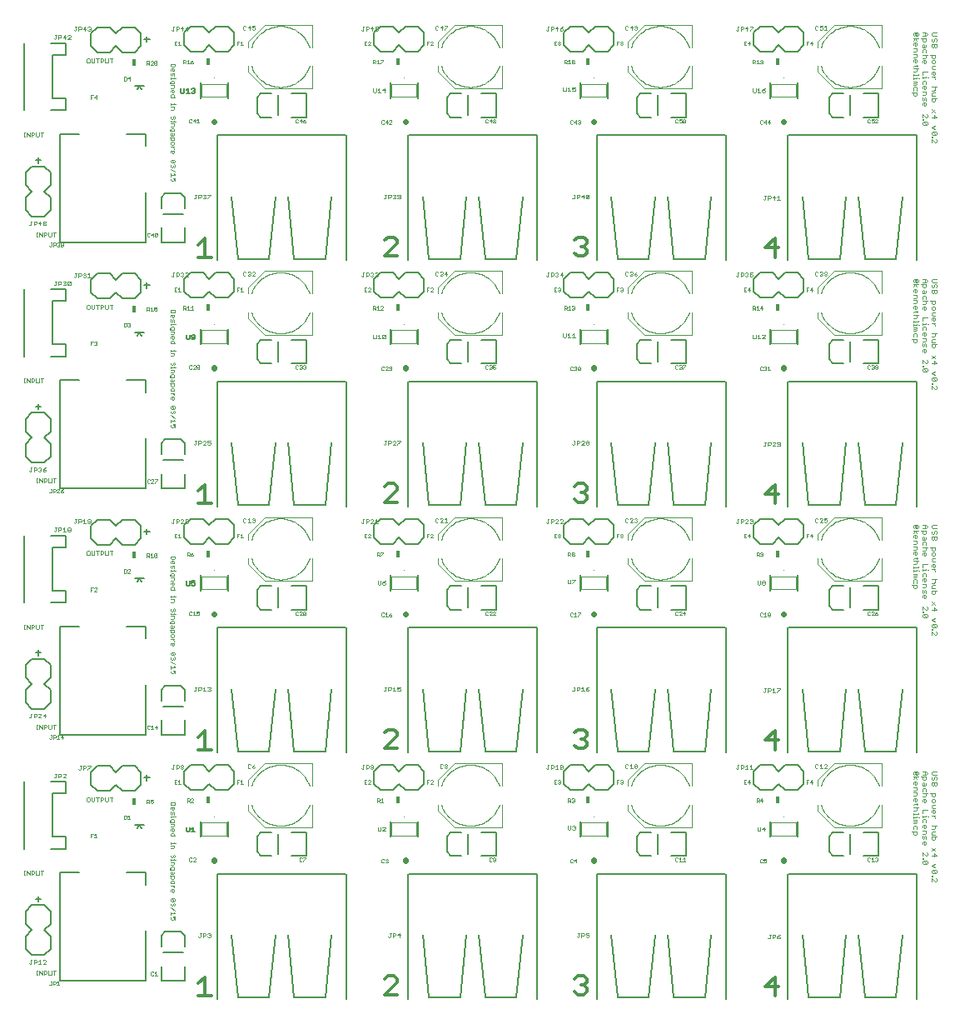
<source format=gto>
G75*
G70*
%OFA0B0*%
%FSLAX24Y24*%
%IPPOS*%
%LPD*%
%AMOC8*
5,1,8,0,0,1.08239X$1,22.5*
%
%ADD10C,0.0140*%
%ADD11C,0.0040*%
%ADD12C,0.0030*%
%ADD13C,0.0060*%
%ADD14C,0.0020*%
%ADD15C,0.0050*%
%ADD16C,0.0080*%
%ADD17C,0.0010*%
%ADD18C,0.0004*%
%ADD19C,0.0030*%
%ADD20C,0.0220*%
%ADD21R,0.0160X0.0280*%
D10*
X007970Y001170D02*
X008477Y001170D01*
X008224Y001170D02*
X008224Y001931D01*
X007970Y001677D01*
X015420Y001854D02*
X015547Y001981D01*
X015800Y001981D01*
X015927Y001854D01*
X015927Y001727D01*
X015420Y001220D01*
X015927Y001220D01*
X023020Y001347D02*
X023147Y001220D01*
X023400Y001220D01*
X023527Y001347D01*
X023527Y001474D01*
X023400Y001600D01*
X023274Y001600D01*
X023400Y001600D02*
X023527Y001727D01*
X023527Y001854D01*
X023400Y001981D01*
X023147Y001981D01*
X023020Y001854D01*
X030670Y001550D02*
X031177Y001550D01*
X031050Y001170D02*
X031050Y001931D01*
X030670Y001550D01*
X031050Y011020D02*
X031050Y011781D01*
X030670Y011400D01*
X031177Y011400D01*
X023527Y011324D02*
X023527Y011197D01*
X023400Y011070D01*
X023147Y011070D01*
X023020Y011197D01*
X023274Y011450D02*
X023400Y011450D01*
X023527Y011324D01*
X023400Y011450D02*
X023527Y011577D01*
X023527Y011704D01*
X023400Y011831D01*
X023147Y011831D01*
X023020Y011704D01*
X015927Y011704D02*
X015927Y011577D01*
X015420Y011070D01*
X015927Y011070D01*
X015927Y011704D02*
X015800Y011831D01*
X015547Y011831D01*
X015420Y011704D01*
X008477Y011020D02*
X007970Y011020D01*
X008224Y011020D02*
X008224Y011781D01*
X007970Y011527D01*
X007970Y020870D02*
X008477Y020870D01*
X008224Y020870D02*
X008224Y021631D01*
X007970Y021377D01*
X015420Y021554D02*
X015547Y021681D01*
X015800Y021681D01*
X015927Y021554D01*
X015927Y021427D01*
X015420Y020920D01*
X015927Y020920D01*
X023020Y021047D02*
X023147Y020920D01*
X023400Y020920D01*
X023527Y021047D01*
X023527Y021174D01*
X023400Y021300D01*
X023274Y021300D01*
X023400Y021300D02*
X023527Y021427D01*
X023527Y021554D01*
X023400Y021681D01*
X023147Y021681D01*
X023020Y021554D01*
X030670Y021250D02*
X031177Y021250D01*
X031050Y020870D02*
X031050Y021631D01*
X030670Y021250D01*
X031050Y030720D02*
X031050Y031481D01*
X030670Y031100D01*
X031177Y031100D01*
X023527Y031024D02*
X023527Y030897D01*
X023400Y030770D01*
X023147Y030770D01*
X023020Y030897D01*
X023274Y031150D02*
X023400Y031150D01*
X023527Y031024D01*
X023400Y031150D02*
X023527Y031277D01*
X023527Y031404D01*
X023400Y031531D01*
X023147Y031531D01*
X023020Y031404D01*
X015927Y031404D02*
X015800Y031531D01*
X015547Y031531D01*
X015420Y031404D01*
X015927Y031404D02*
X015927Y031277D01*
X015420Y030770D01*
X015927Y030770D01*
X008477Y030720D02*
X007970Y030720D01*
X008224Y030720D02*
X008224Y031481D01*
X007970Y031227D01*
D11*
X007523Y030100D02*
X007469Y030100D01*
X007442Y030073D01*
X007365Y030073D02*
X007365Y030047D01*
X007338Y030020D01*
X007365Y029993D01*
X007365Y029967D01*
X007338Y029940D01*
X007285Y029940D01*
X007258Y029967D01*
X007312Y030020D02*
X007338Y030020D01*
X007365Y030073D02*
X007338Y030100D01*
X007285Y030100D01*
X007258Y030073D01*
X007181Y030073D02*
X007181Y030020D01*
X007154Y029993D01*
X007074Y029993D01*
X007074Y029940D02*
X007074Y030100D01*
X007154Y030100D01*
X007181Y030073D01*
X006997Y030100D02*
X006943Y030100D01*
X006970Y030100D02*
X006970Y029967D01*
X006943Y029940D01*
X006917Y029940D01*
X006890Y029967D01*
X007442Y029940D02*
X007549Y030047D01*
X007549Y030073D01*
X007523Y030100D01*
X007549Y029940D02*
X007442Y029940D01*
X009757Y030003D02*
X009783Y029976D01*
X009837Y029976D01*
X009863Y030003D01*
X009941Y030003D02*
X009967Y029976D01*
X010021Y029976D01*
X010047Y030003D01*
X010047Y030030D01*
X010021Y030056D01*
X009994Y030056D01*
X010021Y030056D02*
X010047Y030083D01*
X010047Y030110D01*
X010021Y030136D01*
X009967Y030136D01*
X009941Y030110D01*
X009863Y030110D02*
X009837Y030136D01*
X009783Y030136D01*
X009757Y030110D01*
X009757Y030003D01*
X010125Y029976D02*
X010232Y030083D01*
X010232Y030110D01*
X010205Y030136D01*
X010152Y030136D01*
X010125Y030110D01*
X010125Y029976D02*
X010232Y029976D01*
X010640Y030180D02*
X009970Y029510D01*
X009970Y029274D01*
X009970Y028526D02*
X009970Y028290D01*
X010640Y027620D01*
X012530Y027620D01*
X012530Y028526D01*
X012530Y029274D02*
X012530Y030180D01*
X010640Y030180D01*
X010089Y028526D02*
X010111Y028462D01*
X010138Y028399D01*
X010168Y028337D01*
X010201Y028278D01*
X010237Y028220D01*
X010277Y028164D01*
X010320Y028111D01*
X010365Y028060D01*
X010413Y028012D01*
X010464Y027967D01*
X010518Y027924D01*
X010574Y027885D01*
X010631Y027848D01*
X010691Y027815D01*
X010753Y027786D01*
X010816Y027760D01*
X010880Y027737D01*
X010946Y027718D01*
X011013Y027703D01*
X011080Y027692D01*
X011148Y027684D01*
X011216Y027680D01*
X011284Y027680D01*
X011352Y027684D01*
X011420Y027692D01*
X011487Y027703D01*
X011554Y027718D01*
X011620Y027737D01*
X011684Y027760D01*
X011747Y027786D01*
X011809Y027815D01*
X011869Y027848D01*
X011926Y027885D01*
X011982Y027924D01*
X012036Y027967D01*
X012087Y028012D01*
X012135Y028060D01*
X012180Y028111D01*
X012223Y028164D01*
X012263Y028220D01*
X012299Y028278D01*
X012332Y028337D01*
X012362Y028399D01*
X012389Y028462D01*
X012411Y028526D01*
X012411Y029274D02*
X012389Y029338D01*
X012362Y029401D01*
X012332Y029463D01*
X012299Y029522D01*
X012263Y029580D01*
X012223Y029636D01*
X012180Y029689D01*
X012135Y029740D01*
X012087Y029788D01*
X012036Y029833D01*
X011982Y029876D01*
X011926Y029915D01*
X011869Y029952D01*
X011809Y029985D01*
X011747Y030014D01*
X011684Y030040D01*
X011620Y030063D01*
X011554Y030082D01*
X011487Y030097D01*
X011420Y030108D01*
X011352Y030116D01*
X011284Y030120D01*
X011216Y030120D01*
X011148Y030116D01*
X011080Y030108D01*
X011013Y030097D01*
X010946Y030082D01*
X010880Y030063D01*
X010816Y030040D01*
X010753Y030014D01*
X010691Y029985D01*
X010631Y029952D01*
X010574Y029915D01*
X010518Y029876D01*
X010464Y029833D01*
X010413Y029788D01*
X010365Y029740D01*
X010320Y029689D01*
X010277Y029636D01*
X010237Y029580D01*
X010201Y029522D01*
X010168Y029463D01*
X010138Y029401D01*
X010111Y029338D01*
X010089Y029274D01*
X008336Y033070D02*
X008336Y033097D01*
X008443Y033203D01*
X008443Y033230D01*
X008336Y033230D01*
X008258Y033203D02*
X008258Y033177D01*
X008232Y033150D01*
X008258Y033123D01*
X008258Y033097D01*
X008232Y033070D01*
X008178Y033070D01*
X008152Y033097D01*
X008205Y033150D02*
X008232Y033150D01*
X008258Y033203D02*
X008232Y033230D01*
X008178Y033230D01*
X008152Y033203D01*
X008074Y033203D02*
X008074Y033150D01*
X008048Y033123D01*
X007968Y033123D01*
X007968Y033070D02*
X007968Y033230D01*
X008048Y033230D01*
X008074Y033203D01*
X007890Y033230D02*
X007837Y033230D01*
X007863Y033230D02*
X007863Y033097D01*
X007837Y033070D01*
X007810Y033070D01*
X007783Y033097D01*
X010640Y037470D02*
X009970Y038140D01*
X009970Y038376D01*
X009970Y039124D02*
X009970Y039360D01*
X010640Y040030D01*
X012530Y040030D01*
X012530Y039124D01*
X012530Y038376D02*
X012530Y037470D01*
X010640Y037470D01*
X010089Y039124D02*
X010111Y039188D01*
X010138Y039251D01*
X010168Y039313D01*
X010201Y039372D01*
X010237Y039430D01*
X010277Y039486D01*
X010320Y039539D01*
X010365Y039590D01*
X010413Y039638D01*
X010464Y039683D01*
X010518Y039726D01*
X010574Y039765D01*
X010631Y039802D01*
X010691Y039835D01*
X010753Y039864D01*
X010816Y039890D01*
X010880Y039913D01*
X010946Y039932D01*
X011013Y039947D01*
X011080Y039958D01*
X011148Y039966D01*
X011216Y039970D01*
X011284Y039970D01*
X011352Y039966D01*
X011420Y039958D01*
X011487Y039947D01*
X011554Y039932D01*
X011620Y039913D01*
X011684Y039890D01*
X011747Y039864D01*
X011809Y039835D01*
X011869Y039802D01*
X011926Y039765D01*
X011982Y039726D01*
X012036Y039683D01*
X012087Y039638D01*
X012135Y039590D01*
X012180Y039539D01*
X012223Y039486D01*
X012263Y039430D01*
X012299Y039372D01*
X012332Y039313D01*
X012362Y039251D01*
X012389Y039188D01*
X012411Y039124D01*
X012411Y038376D02*
X012389Y038312D01*
X012362Y038249D01*
X012332Y038187D01*
X012299Y038128D01*
X012263Y038070D01*
X012223Y038014D01*
X012180Y037961D01*
X012135Y037910D01*
X012087Y037862D01*
X012036Y037817D01*
X011982Y037774D01*
X011926Y037735D01*
X011869Y037698D01*
X011809Y037665D01*
X011747Y037636D01*
X011684Y037610D01*
X011620Y037587D01*
X011554Y037568D01*
X011487Y037553D01*
X011420Y037542D01*
X011352Y037534D01*
X011284Y037530D01*
X011216Y037530D01*
X011148Y037534D01*
X011080Y037542D01*
X011013Y037553D01*
X010946Y037568D01*
X010880Y037587D01*
X010816Y037610D01*
X010753Y037636D01*
X010691Y037665D01*
X010631Y037698D01*
X010574Y037735D01*
X010518Y037774D01*
X010464Y037817D01*
X010413Y037862D01*
X010365Y037910D01*
X010320Y037961D01*
X010277Y038014D01*
X010237Y038070D01*
X010201Y038128D01*
X010168Y038187D01*
X010138Y038249D01*
X010111Y038312D01*
X010089Y038376D01*
X010152Y039826D02*
X010125Y039853D01*
X010152Y039826D02*
X010205Y039826D01*
X010232Y039853D01*
X010232Y039906D01*
X010205Y039933D01*
X010178Y039933D01*
X010125Y039906D01*
X010125Y039986D01*
X010232Y039986D01*
X010047Y039906D02*
X009941Y039906D01*
X010021Y039986D01*
X010021Y039826D01*
X009863Y039853D02*
X009837Y039826D01*
X009783Y039826D01*
X009757Y039853D01*
X009757Y039960D01*
X009783Y039986D01*
X009837Y039986D01*
X009863Y039960D01*
X007549Y039870D02*
X007442Y039870D01*
X007523Y039950D01*
X007523Y039790D01*
X007365Y039870D02*
X007258Y039870D01*
X007338Y039950D01*
X007338Y039790D01*
X007181Y039870D02*
X007154Y039843D01*
X007074Y039843D01*
X007074Y039790D02*
X007074Y039950D01*
X007154Y039950D01*
X007181Y039923D01*
X007181Y039870D01*
X006997Y039950D02*
X006943Y039950D01*
X006970Y039950D02*
X006970Y039817D01*
X006943Y039790D01*
X006917Y039790D01*
X006890Y039817D01*
X003643Y039807D02*
X003616Y039780D01*
X003563Y039780D01*
X003536Y039807D01*
X003589Y039860D02*
X003616Y039860D01*
X003643Y039833D01*
X003643Y039807D01*
X003616Y039860D02*
X003643Y039887D01*
X003643Y039913D01*
X003616Y039940D01*
X003563Y039940D01*
X003536Y039913D01*
X003458Y039860D02*
X003352Y039860D01*
X003432Y039940D01*
X003432Y039780D01*
X003274Y039860D02*
X003248Y039833D01*
X003168Y039833D01*
X003168Y039780D02*
X003168Y039940D01*
X003248Y039940D01*
X003274Y039913D01*
X003274Y039860D01*
X003090Y039940D02*
X003037Y039940D01*
X003063Y039940D02*
X003063Y039807D01*
X003037Y039780D01*
X003010Y039780D01*
X002983Y039807D01*
X002815Y039610D02*
X002761Y039610D01*
X002735Y039583D01*
X002815Y039610D02*
X002841Y039583D01*
X002841Y039557D01*
X002735Y039450D01*
X002841Y039450D01*
X002657Y039530D02*
X002551Y039530D01*
X002631Y039610D01*
X002631Y039450D01*
X002473Y039530D02*
X002446Y039503D01*
X002366Y039503D01*
X002366Y039450D02*
X002366Y039610D01*
X002446Y039610D01*
X002473Y039583D01*
X002473Y039530D01*
X002289Y039610D02*
X002236Y039610D01*
X002262Y039610D02*
X002262Y039477D01*
X002236Y039450D01*
X002209Y039450D01*
X002182Y039477D01*
X001823Y032160D02*
X001849Y032133D01*
X001849Y032107D01*
X001823Y032080D01*
X001769Y032080D01*
X001742Y032107D01*
X001742Y032133D01*
X001769Y032160D01*
X001823Y032160D01*
X001823Y032080D02*
X001849Y032053D01*
X001849Y032027D01*
X001823Y032000D01*
X001769Y032000D01*
X001742Y032027D01*
X001742Y032053D01*
X001769Y032080D01*
X001665Y032080D02*
X001558Y032080D01*
X001638Y032160D01*
X001638Y032000D01*
X001481Y032080D02*
X001454Y032053D01*
X001374Y032053D01*
X001374Y032000D02*
X001374Y032160D01*
X001454Y032160D01*
X001481Y032133D01*
X001481Y032080D01*
X001297Y032160D02*
X001243Y032160D01*
X001270Y032160D02*
X001270Y032027D01*
X001243Y032000D01*
X001217Y032000D01*
X001190Y032027D01*
X003037Y030090D02*
X003090Y030090D01*
X003063Y030090D02*
X003063Y029957D01*
X003037Y029930D01*
X003010Y029930D01*
X002983Y029957D01*
X003168Y029983D02*
X003248Y029983D01*
X003274Y030010D01*
X003274Y030063D01*
X003248Y030090D01*
X003168Y030090D01*
X003168Y029930D01*
X003352Y029957D02*
X003378Y029930D01*
X003432Y029930D01*
X003458Y029957D01*
X003458Y029983D01*
X003432Y030010D01*
X003405Y030010D01*
X003432Y030010D02*
X003458Y030037D01*
X003458Y030063D01*
X003432Y030090D01*
X003378Y030090D01*
X003352Y030063D01*
X003536Y030037D02*
X003589Y030090D01*
X003589Y029930D01*
X003536Y029930D02*
X003643Y029930D01*
X002841Y029733D02*
X002735Y029627D01*
X002761Y029600D01*
X002815Y029600D01*
X002841Y029627D01*
X002841Y029733D01*
X002815Y029760D01*
X002761Y029760D01*
X002735Y029733D01*
X002735Y029627D01*
X002657Y029627D02*
X002631Y029600D01*
X002577Y029600D01*
X002551Y029627D01*
X002604Y029680D02*
X002631Y029680D01*
X002657Y029653D01*
X002657Y029627D01*
X002631Y029680D02*
X002657Y029707D01*
X002657Y029733D01*
X002631Y029760D01*
X002577Y029760D01*
X002551Y029733D01*
X002473Y029733D02*
X002473Y029680D01*
X002446Y029653D01*
X002366Y029653D01*
X002366Y029600D02*
X002366Y029760D01*
X002446Y029760D01*
X002473Y029733D01*
X002289Y029760D02*
X002236Y029760D01*
X002262Y029760D02*
X002262Y029627D01*
X002236Y029600D01*
X002209Y029600D01*
X002182Y029627D01*
X007837Y023380D02*
X007890Y023380D01*
X007863Y023380D02*
X007863Y023247D01*
X007837Y023220D01*
X007810Y023220D01*
X007783Y023247D01*
X007968Y023273D02*
X008048Y023273D01*
X008074Y023300D01*
X008074Y023353D01*
X008048Y023380D01*
X007968Y023380D01*
X007968Y023220D01*
X008152Y023220D02*
X008258Y023327D01*
X008258Y023353D01*
X008232Y023380D01*
X008178Y023380D01*
X008152Y023353D01*
X008152Y023220D02*
X008258Y023220D01*
X008336Y023247D02*
X008363Y023220D01*
X008416Y023220D01*
X008443Y023247D01*
X008443Y023300D01*
X008416Y023327D01*
X008389Y023327D01*
X008336Y023300D01*
X008336Y023380D01*
X008443Y023380D01*
X007523Y020250D02*
X007549Y020223D01*
X007442Y020117D01*
X007469Y020090D01*
X007523Y020090D01*
X007549Y020117D01*
X007549Y020223D01*
X007523Y020250D02*
X007469Y020250D01*
X007442Y020223D01*
X007442Y020117D01*
X007365Y020090D02*
X007258Y020090D01*
X007365Y020197D01*
X007365Y020223D01*
X007338Y020250D01*
X007285Y020250D01*
X007258Y020223D01*
X007181Y020223D02*
X007181Y020170D01*
X007154Y020143D01*
X007074Y020143D01*
X007074Y020090D02*
X007074Y020250D01*
X007154Y020250D01*
X007181Y020223D01*
X006997Y020250D02*
X006943Y020250D01*
X006970Y020250D02*
X006970Y020117D01*
X006943Y020090D01*
X006917Y020090D01*
X006890Y020117D01*
X009757Y020153D02*
X009783Y020126D01*
X009837Y020126D01*
X009863Y020153D01*
X009941Y020126D02*
X010047Y020126D01*
X009994Y020126D02*
X009994Y020286D01*
X009941Y020233D01*
X009863Y020260D02*
X009837Y020286D01*
X009783Y020286D01*
X009757Y020260D01*
X009757Y020153D01*
X010125Y020153D02*
X010152Y020126D01*
X010205Y020126D01*
X010232Y020153D01*
X010232Y020260D01*
X010205Y020286D01*
X010152Y020286D01*
X010125Y020260D01*
X010125Y020233D01*
X010152Y020206D01*
X010232Y020206D01*
X010640Y020330D02*
X012530Y020330D01*
X012530Y019424D01*
X012530Y018676D02*
X012530Y017770D01*
X010640Y017770D01*
X009970Y018440D01*
X009970Y018676D01*
X009970Y019424D02*
X009970Y019660D01*
X010640Y020330D01*
X010089Y018676D02*
X010111Y018612D01*
X010138Y018549D01*
X010168Y018487D01*
X010201Y018428D01*
X010237Y018370D01*
X010277Y018314D01*
X010320Y018261D01*
X010365Y018210D01*
X010413Y018162D01*
X010464Y018117D01*
X010518Y018074D01*
X010574Y018035D01*
X010631Y017998D01*
X010691Y017965D01*
X010753Y017936D01*
X010816Y017910D01*
X010880Y017887D01*
X010946Y017868D01*
X011013Y017853D01*
X011080Y017842D01*
X011148Y017834D01*
X011216Y017830D01*
X011284Y017830D01*
X011352Y017834D01*
X011420Y017842D01*
X011487Y017853D01*
X011554Y017868D01*
X011620Y017887D01*
X011684Y017910D01*
X011747Y017936D01*
X011809Y017965D01*
X011869Y017998D01*
X011926Y018035D01*
X011982Y018074D01*
X012036Y018117D01*
X012087Y018162D01*
X012135Y018210D01*
X012180Y018261D01*
X012223Y018314D01*
X012263Y018370D01*
X012299Y018428D01*
X012332Y018487D01*
X012362Y018549D01*
X012389Y018612D01*
X012411Y018676D01*
X012411Y019424D02*
X012389Y019488D01*
X012362Y019551D01*
X012332Y019613D01*
X012299Y019672D01*
X012263Y019730D01*
X012223Y019786D01*
X012180Y019839D01*
X012135Y019890D01*
X012087Y019938D01*
X012036Y019983D01*
X011982Y020026D01*
X011926Y020065D01*
X011869Y020102D01*
X011809Y020135D01*
X011747Y020164D01*
X011684Y020190D01*
X011620Y020213D01*
X011554Y020232D01*
X011487Y020247D01*
X011420Y020258D01*
X011352Y020266D01*
X011284Y020270D01*
X011216Y020270D01*
X011148Y020266D01*
X011080Y020258D01*
X011013Y020247D01*
X010946Y020232D01*
X010880Y020213D01*
X010816Y020190D01*
X010753Y020164D01*
X010691Y020135D01*
X010631Y020102D01*
X010574Y020065D01*
X010518Y020026D01*
X010464Y019983D01*
X010413Y019938D01*
X010365Y019890D01*
X010320Y019839D01*
X010277Y019786D01*
X010237Y019730D01*
X010201Y019672D01*
X010168Y019613D01*
X010138Y019551D01*
X010111Y019488D01*
X010089Y019424D01*
X014490Y020117D02*
X014517Y020090D01*
X014543Y020090D01*
X014570Y020117D01*
X014570Y020250D01*
X014543Y020250D02*
X014597Y020250D01*
X014674Y020250D02*
X014754Y020250D01*
X014781Y020223D01*
X014781Y020170D01*
X014754Y020143D01*
X014674Y020143D01*
X014674Y020090D02*
X014674Y020250D01*
X014858Y020223D02*
X014885Y020250D01*
X014938Y020250D01*
X014965Y020223D01*
X014965Y020197D01*
X014858Y020090D01*
X014965Y020090D01*
X015042Y020090D02*
X015149Y020090D01*
X015096Y020090D02*
X015096Y020250D01*
X015042Y020197D01*
X017457Y020153D02*
X017483Y020126D01*
X017537Y020126D01*
X017563Y020153D01*
X017641Y020126D02*
X017747Y020233D01*
X017747Y020260D01*
X017721Y020286D01*
X017667Y020286D01*
X017641Y020260D01*
X017563Y020260D02*
X017537Y020286D01*
X017483Y020286D01*
X017457Y020260D01*
X017457Y020153D01*
X017641Y020126D02*
X017747Y020126D01*
X017825Y020126D02*
X017932Y020126D01*
X017878Y020126D02*
X017878Y020286D01*
X017825Y020233D01*
X018240Y020330D02*
X020130Y020330D01*
X020130Y019424D01*
X020130Y018676D02*
X020130Y017770D01*
X018240Y017770D01*
X017570Y018440D01*
X017570Y018676D01*
X017570Y019424D02*
X017570Y019660D01*
X018240Y020330D01*
X017689Y018676D02*
X017711Y018612D01*
X017738Y018549D01*
X017768Y018487D01*
X017801Y018428D01*
X017837Y018370D01*
X017877Y018314D01*
X017920Y018261D01*
X017965Y018210D01*
X018013Y018162D01*
X018064Y018117D01*
X018118Y018074D01*
X018174Y018035D01*
X018231Y017998D01*
X018291Y017965D01*
X018353Y017936D01*
X018416Y017910D01*
X018480Y017887D01*
X018546Y017868D01*
X018613Y017853D01*
X018680Y017842D01*
X018748Y017834D01*
X018816Y017830D01*
X018884Y017830D01*
X018952Y017834D01*
X019020Y017842D01*
X019087Y017853D01*
X019154Y017868D01*
X019220Y017887D01*
X019284Y017910D01*
X019347Y017936D01*
X019409Y017965D01*
X019469Y017998D01*
X019526Y018035D01*
X019582Y018074D01*
X019636Y018117D01*
X019687Y018162D01*
X019735Y018210D01*
X019780Y018261D01*
X019823Y018314D01*
X019863Y018370D01*
X019899Y018428D01*
X019932Y018487D01*
X019962Y018549D01*
X019989Y018612D01*
X020011Y018676D01*
X020011Y019424D02*
X019989Y019488D01*
X019962Y019551D01*
X019932Y019613D01*
X019899Y019672D01*
X019863Y019730D01*
X019823Y019786D01*
X019780Y019839D01*
X019735Y019890D01*
X019687Y019938D01*
X019636Y019983D01*
X019582Y020026D01*
X019526Y020065D01*
X019469Y020102D01*
X019409Y020135D01*
X019347Y020164D01*
X019284Y020190D01*
X019220Y020213D01*
X019154Y020232D01*
X019087Y020247D01*
X019020Y020258D01*
X018952Y020266D01*
X018884Y020270D01*
X018816Y020270D01*
X018748Y020266D01*
X018680Y020258D01*
X018613Y020247D01*
X018546Y020232D01*
X018480Y020213D01*
X018416Y020190D01*
X018353Y020164D01*
X018291Y020135D01*
X018231Y020102D01*
X018174Y020065D01*
X018118Y020026D01*
X018064Y019983D01*
X018013Y019938D01*
X017965Y019890D01*
X017920Y019839D01*
X017877Y019786D01*
X017837Y019730D01*
X017801Y019672D01*
X017768Y019613D01*
X017738Y019551D01*
X017711Y019488D01*
X017689Y019424D01*
X015443Y017780D02*
X015389Y017753D01*
X015336Y017700D01*
X015416Y017700D01*
X015443Y017673D01*
X015443Y017647D01*
X015416Y017620D01*
X015363Y017620D01*
X015336Y017647D01*
X015336Y017700D01*
X015258Y017647D02*
X015258Y017780D01*
X015152Y017780D02*
X015152Y017647D01*
X015178Y017620D01*
X015232Y017620D01*
X015258Y017647D01*
X015437Y013530D02*
X015490Y013530D01*
X015463Y013530D02*
X015463Y013397D01*
X015437Y013370D01*
X015410Y013370D01*
X015383Y013397D01*
X015568Y013423D02*
X015648Y013423D01*
X015674Y013450D01*
X015674Y013503D01*
X015648Y013530D01*
X015568Y013530D01*
X015568Y013370D01*
X015752Y013370D02*
X015858Y013370D01*
X015805Y013370D02*
X015805Y013530D01*
X015752Y013477D01*
X015936Y013450D02*
X015989Y013477D01*
X016016Y013477D01*
X016043Y013450D01*
X016043Y013397D01*
X016016Y013370D01*
X015963Y013370D01*
X015936Y013397D01*
X015936Y013450D02*
X015936Y013530D01*
X016043Y013530D01*
X014938Y010400D02*
X014885Y010400D01*
X014858Y010373D01*
X014858Y010347D01*
X014885Y010320D01*
X014965Y010320D01*
X014965Y010267D02*
X014965Y010373D01*
X014938Y010400D01*
X014965Y010267D02*
X014938Y010240D01*
X014885Y010240D01*
X014858Y010267D01*
X014781Y010320D02*
X014754Y010293D01*
X014674Y010293D01*
X014674Y010240D02*
X014674Y010400D01*
X014754Y010400D01*
X014781Y010373D01*
X014781Y010320D01*
X014597Y010400D02*
X014543Y010400D01*
X014570Y010400D02*
X014570Y010267D01*
X014543Y010240D01*
X014517Y010240D01*
X014490Y010267D01*
X012530Y010480D02*
X012530Y009574D01*
X012530Y008826D02*
X012530Y007920D01*
X010640Y007920D01*
X009970Y008590D01*
X009970Y008826D01*
X009970Y009574D02*
X009970Y009810D01*
X010640Y010480D01*
X012530Y010480D01*
X012411Y009574D02*
X012389Y009638D01*
X012362Y009701D01*
X012332Y009763D01*
X012299Y009822D01*
X012263Y009880D01*
X012223Y009936D01*
X012180Y009989D01*
X012135Y010040D01*
X012087Y010088D01*
X012036Y010133D01*
X011982Y010176D01*
X011926Y010215D01*
X011869Y010252D01*
X011809Y010285D01*
X011747Y010314D01*
X011684Y010340D01*
X011620Y010363D01*
X011554Y010382D01*
X011487Y010397D01*
X011420Y010408D01*
X011352Y010416D01*
X011284Y010420D01*
X011216Y010420D01*
X011148Y010416D01*
X011080Y010408D01*
X011013Y010397D01*
X010946Y010382D01*
X010880Y010363D01*
X010816Y010340D01*
X010753Y010314D01*
X010691Y010285D01*
X010631Y010252D01*
X010574Y010215D01*
X010518Y010176D01*
X010464Y010133D01*
X010413Y010088D01*
X010365Y010040D01*
X010320Y009989D01*
X010277Y009936D01*
X010237Y009880D01*
X010201Y009822D01*
X010168Y009763D01*
X010138Y009701D01*
X010111Y009638D01*
X010089Y009574D01*
X010152Y010276D02*
X010205Y010276D01*
X010232Y010303D01*
X010232Y010330D01*
X010205Y010356D01*
X010125Y010356D01*
X010125Y010303D01*
X010152Y010276D01*
X010125Y010356D02*
X010178Y010410D01*
X010232Y010436D01*
X010047Y010410D02*
X010021Y010436D01*
X009967Y010436D01*
X009941Y010410D01*
X009941Y010303D01*
X009967Y010276D01*
X010021Y010276D01*
X010047Y010303D01*
X010089Y008826D02*
X010111Y008762D01*
X010138Y008699D01*
X010168Y008637D01*
X010201Y008578D01*
X010237Y008520D01*
X010277Y008464D01*
X010320Y008411D01*
X010365Y008360D01*
X010413Y008312D01*
X010464Y008267D01*
X010518Y008224D01*
X010574Y008185D01*
X010631Y008148D01*
X010691Y008115D01*
X010753Y008086D01*
X010816Y008060D01*
X010880Y008037D01*
X010946Y008018D01*
X011013Y008003D01*
X011080Y007992D01*
X011148Y007984D01*
X011216Y007980D01*
X011284Y007980D01*
X011352Y007984D01*
X011420Y007992D01*
X011487Y008003D01*
X011554Y008018D01*
X011620Y008037D01*
X011684Y008060D01*
X011747Y008086D01*
X011809Y008115D01*
X011869Y008148D01*
X011926Y008185D01*
X011982Y008224D01*
X012036Y008267D01*
X012087Y008312D01*
X012135Y008360D01*
X012180Y008411D01*
X012223Y008464D01*
X012263Y008520D01*
X012299Y008578D01*
X012332Y008637D01*
X012362Y008699D01*
X012389Y008762D01*
X012411Y008826D01*
X015152Y007930D02*
X015152Y007797D01*
X015178Y007770D01*
X015232Y007770D01*
X015258Y007797D01*
X015258Y007930D01*
X015336Y007903D02*
X015363Y007930D01*
X015416Y007930D01*
X015443Y007903D01*
X015443Y007877D01*
X015336Y007770D01*
X015443Y007770D01*
X017570Y008590D02*
X017570Y008826D01*
X017570Y008590D02*
X018240Y007920D01*
X020130Y007920D01*
X020130Y008826D01*
X020130Y009574D02*
X020130Y010480D01*
X018240Y010480D01*
X017570Y009810D01*
X017570Y009574D01*
X017667Y010276D02*
X017721Y010276D01*
X017747Y010303D01*
X017825Y010303D02*
X017825Y010330D01*
X017852Y010356D01*
X017905Y010356D01*
X017932Y010330D01*
X017932Y010303D01*
X017905Y010276D01*
X017852Y010276D01*
X017825Y010303D01*
X017852Y010356D02*
X017825Y010383D01*
X017825Y010410D01*
X017852Y010436D01*
X017905Y010436D01*
X017932Y010410D01*
X017932Y010383D01*
X017905Y010356D01*
X017747Y010410D02*
X017721Y010436D01*
X017667Y010436D01*
X017641Y010410D01*
X017641Y010303D01*
X017667Y010276D01*
X017689Y008826D02*
X017711Y008762D01*
X017738Y008699D01*
X017768Y008637D01*
X017801Y008578D01*
X017837Y008520D01*
X017877Y008464D01*
X017920Y008411D01*
X017965Y008360D01*
X018013Y008312D01*
X018064Y008267D01*
X018118Y008224D01*
X018174Y008185D01*
X018231Y008148D01*
X018291Y008115D01*
X018353Y008086D01*
X018416Y008060D01*
X018480Y008037D01*
X018546Y008018D01*
X018613Y008003D01*
X018680Y007992D01*
X018748Y007984D01*
X018816Y007980D01*
X018884Y007980D01*
X018952Y007984D01*
X019020Y007992D01*
X019087Y008003D01*
X019154Y008018D01*
X019220Y008037D01*
X019284Y008060D01*
X019347Y008086D01*
X019409Y008115D01*
X019469Y008148D01*
X019526Y008185D01*
X019582Y008224D01*
X019636Y008267D01*
X019687Y008312D01*
X019735Y008360D01*
X019780Y008411D01*
X019823Y008464D01*
X019863Y008520D01*
X019899Y008578D01*
X019932Y008637D01*
X019962Y008699D01*
X019989Y008762D01*
X020011Y008826D01*
X020011Y009574D02*
X019989Y009638D01*
X019962Y009701D01*
X019932Y009763D01*
X019899Y009822D01*
X019863Y009880D01*
X019823Y009936D01*
X019780Y009989D01*
X019735Y010040D01*
X019687Y010088D01*
X019636Y010133D01*
X019582Y010176D01*
X019526Y010215D01*
X019469Y010252D01*
X019409Y010285D01*
X019347Y010314D01*
X019284Y010340D01*
X019220Y010363D01*
X019154Y010382D01*
X019087Y010397D01*
X019020Y010408D01*
X018952Y010416D01*
X018884Y010420D01*
X018816Y010420D01*
X018748Y010416D01*
X018680Y010408D01*
X018613Y010397D01*
X018546Y010382D01*
X018480Y010363D01*
X018416Y010340D01*
X018353Y010314D01*
X018291Y010285D01*
X018231Y010252D01*
X018174Y010215D01*
X018118Y010176D01*
X018064Y010133D01*
X018013Y010088D01*
X017965Y010040D01*
X017920Y009989D01*
X017877Y009936D01*
X017837Y009880D01*
X017801Y009822D01*
X017768Y009763D01*
X017738Y009701D01*
X017711Y009638D01*
X017689Y009574D01*
X021890Y010267D02*
X021917Y010240D01*
X021943Y010240D01*
X021970Y010267D01*
X021970Y010400D01*
X021943Y010400D02*
X021997Y010400D01*
X022074Y010400D02*
X022154Y010400D01*
X022181Y010373D01*
X022181Y010320D01*
X022154Y010293D01*
X022074Y010293D01*
X022074Y010240D02*
X022074Y010400D01*
X022258Y010347D02*
X022312Y010400D01*
X022312Y010240D01*
X022365Y010240D02*
X022258Y010240D01*
X022442Y010267D02*
X022549Y010373D01*
X022549Y010267D01*
X022523Y010240D01*
X022469Y010240D01*
X022442Y010267D01*
X022442Y010373D01*
X022469Y010400D01*
X022523Y010400D01*
X022549Y010373D01*
X022752Y007980D02*
X022752Y007847D01*
X022778Y007820D01*
X022832Y007820D01*
X022858Y007847D01*
X022858Y007980D01*
X022936Y007953D02*
X022963Y007980D01*
X023016Y007980D01*
X023043Y007953D01*
X023043Y007927D01*
X023016Y007900D01*
X023043Y007873D01*
X023043Y007847D01*
X023016Y007820D01*
X022963Y007820D01*
X022936Y007847D01*
X022989Y007900D02*
X023016Y007900D01*
X025170Y008590D02*
X025170Y008826D01*
X025170Y008590D02*
X025840Y007920D01*
X027730Y007920D01*
X027730Y008826D01*
X027730Y009574D02*
X027730Y010480D01*
X025840Y010480D01*
X025170Y009810D01*
X025170Y009574D01*
X025137Y010276D02*
X025163Y010303D01*
X025137Y010276D02*
X025083Y010276D01*
X025057Y010303D01*
X025057Y010410D01*
X025083Y010436D01*
X025137Y010436D01*
X025163Y010410D01*
X025241Y010383D02*
X025294Y010436D01*
X025294Y010276D01*
X025241Y010276D02*
X025347Y010276D01*
X025425Y010303D02*
X025532Y010410D01*
X025532Y010303D01*
X025505Y010276D01*
X025452Y010276D01*
X025425Y010303D01*
X025425Y010410D01*
X025452Y010436D01*
X025505Y010436D01*
X025532Y010410D01*
X025289Y008826D02*
X025311Y008762D01*
X025338Y008699D01*
X025368Y008637D01*
X025401Y008578D01*
X025437Y008520D01*
X025477Y008464D01*
X025520Y008411D01*
X025565Y008360D01*
X025613Y008312D01*
X025664Y008267D01*
X025718Y008224D01*
X025774Y008185D01*
X025831Y008148D01*
X025891Y008115D01*
X025953Y008086D01*
X026016Y008060D01*
X026080Y008037D01*
X026146Y008018D01*
X026213Y008003D01*
X026280Y007992D01*
X026348Y007984D01*
X026416Y007980D01*
X026484Y007980D01*
X026552Y007984D01*
X026620Y007992D01*
X026687Y008003D01*
X026754Y008018D01*
X026820Y008037D01*
X026884Y008060D01*
X026947Y008086D01*
X027009Y008115D01*
X027069Y008148D01*
X027126Y008185D01*
X027182Y008224D01*
X027236Y008267D01*
X027287Y008312D01*
X027335Y008360D01*
X027380Y008411D01*
X027423Y008464D01*
X027463Y008520D01*
X027499Y008578D01*
X027532Y008637D01*
X027562Y008699D01*
X027589Y008762D01*
X027611Y008826D01*
X027611Y009574D02*
X027589Y009638D01*
X027562Y009701D01*
X027532Y009763D01*
X027499Y009822D01*
X027463Y009880D01*
X027423Y009936D01*
X027380Y009989D01*
X027335Y010040D01*
X027287Y010088D01*
X027236Y010133D01*
X027182Y010176D01*
X027126Y010215D01*
X027069Y010252D01*
X027009Y010285D01*
X026947Y010314D01*
X026884Y010340D01*
X026820Y010363D01*
X026754Y010382D01*
X026687Y010397D01*
X026620Y010408D01*
X026552Y010416D01*
X026484Y010420D01*
X026416Y010420D01*
X026348Y010416D01*
X026280Y010408D01*
X026213Y010397D01*
X026146Y010382D01*
X026080Y010363D01*
X026016Y010340D01*
X025953Y010314D01*
X025891Y010285D01*
X025831Y010252D01*
X025774Y010215D01*
X025718Y010176D01*
X025664Y010133D01*
X025613Y010088D01*
X025565Y010040D01*
X025520Y009989D01*
X025477Y009936D01*
X025437Y009880D01*
X025401Y009822D01*
X025368Y009763D01*
X025338Y009701D01*
X025311Y009638D01*
X025289Y009574D01*
X023566Y013370D02*
X023593Y013397D01*
X023593Y013423D01*
X023566Y013450D01*
X023486Y013450D01*
X023486Y013397D01*
X023513Y013370D01*
X023566Y013370D01*
X023486Y013450D02*
X023539Y013503D01*
X023593Y013530D01*
X023355Y013530D02*
X023355Y013370D01*
X023302Y013370D02*
X023408Y013370D01*
X023302Y013477D02*
X023355Y013530D01*
X023224Y013503D02*
X023224Y013450D01*
X023198Y013423D01*
X023118Y013423D01*
X023118Y013370D02*
X023118Y013530D01*
X023198Y013530D01*
X023224Y013503D01*
X023040Y013530D02*
X022987Y013530D01*
X023013Y013530D02*
X023013Y013397D01*
X022987Y013370D01*
X022960Y013370D01*
X022933Y013397D01*
X022936Y017670D02*
X022936Y017697D01*
X023043Y017803D01*
X023043Y017830D01*
X022936Y017830D01*
X022858Y017830D02*
X022858Y017697D01*
X022832Y017670D01*
X022778Y017670D01*
X022752Y017697D01*
X022752Y017830D01*
X022549Y020090D02*
X022442Y020090D01*
X022549Y020197D01*
X022549Y020223D01*
X022523Y020250D01*
X022469Y020250D01*
X022442Y020223D01*
X022365Y020223D02*
X022338Y020250D01*
X022285Y020250D01*
X022258Y020223D01*
X022181Y020223D02*
X022181Y020170D01*
X022154Y020143D01*
X022074Y020143D01*
X022074Y020090D02*
X022074Y020250D01*
X022154Y020250D01*
X022181Y020223D01*
X022258Y020090D02*
X022365Y020197D01*
X022365Y020223D01*
X022365Y020090D02*
X022258Y020090D01*
X021970Y020117D02*
X021970Y020250D01*
X021943Y020250D02*
X021997Y020250D01*
X021970Y020117D02*
X021943Y020090D01*
X021917Y020090D01*
X021890Y020117D01*
X025057Y020153D02*
X025083Y020126D01*
X025137Y020126D01*
X025163Y020153D01*
X025241Y020126D02*
X025347Y020233D01*
X025347Y020260D01*
X025321Y020286D01*
X025267Y020286D01*
X025241Y020260D01*
X025163Y020260D02*
X025137Y020286D01*
X025083Y020286D01*
X025057Y020260D01*
X025057Y020153D01*
X025241Y020126D02*
X025347Y020126D01*
X025425Y020153D02*
X025452Y020126D01*
X025505Y020126D01*
X025532Y020153D01*
X025532Y020180D01*
X025505Y020206D01*
X025478Y020206D01*
X025505Y020206D02*
X025532Y020233D01*
X025532Y020260D01*
X025505Y020286D01*
X025452Y020286D01*
X025425Y020260D01*
X025840Y020330D02*
X027730Y020330D01*
X027730Y019424D01*
X027730Y018676D02*
X027730Y017770D01*
X025840Y017770D01*
X025170Y018440D01*
X025170Y018676D01*
X025170Y019424D02*
X025170Y019660D01*
X025840Y020330D01*
X025289Y018676D02*
X025311Y018612D01*
X025338Y018549D01*
X025368Y018487D01*
X025401Y018428D01*
X025437Y018370D01*
X025477Y018314D01*
X025520Y018261D01*
X025565Y018210D01*
X025613Y018162D01*
X025664Y018117D01*
X025718Y018074D01*
X025774Y018035D01*
X025831Y017998D01*
X025891Y017965D01*
X025953Y017936D01*
X026016Y017910D01*
X026080Y017887D01*
X026146Y017868D01*
X026213Y017853D01*
X026280Y017842D01*
X026348Y017834D01*
X026416Y017830D01*
X026484Y017830D01*
X026552Y017834D01*
X026620Y017842D01*
X026687Y017853D01*
X026754Y017868D01*
X026820Y017887D01*
X026884Y017910D01*
X026947Y017936D01*
X027009Y017965D01*
X027069Y017998D01*
X027126Y018035D01*
X027182Y018074D01*
X027236Y018117D01*
X027287Y018162D01*
X027335Y018210D01*
X027380Y018261D01*
X027423Y018314D01*
X027463Y018370D01*
X027499Y018428D01*
X027532Y018487D01*
X027562Y018549D01*
X027589Y018612D01*
X027611Y018676D01*
X027611Y019424D02*
X027589Y019488D01*
X027562Y019551D01*
X027532Y019613D01*
X027499Y019672D01*
X027463Y019730D01*
X027423Y019786D01*
X027380Y019839D01*
X027335Y019890D01*
X027287Y019938D01*
X027236Y019983D01*
X027182Y020026D01*
X027126Y020065D01*
X027069Y020102D01*
X027009Y020135D01*
X026947Y020164D01*
X026884Y020190D01*
X026820Y020213D01*
X026754Y020232D01*
X026687Y020247D01*
X026620Y020258D01*
X026552Y020266D01*
X026484Y020270D01*
X026416Y020270D01*
X026348Y020266D01*
X026280Y020258D01*
X026213Y020247D01*
X026146Y020232D01*
X026080Y020213D01*
X026016Y020190D01*
X025953Y020164D01*
X025891Y020135D01*
X025831Y020102D01*
X025774Y020065D01*
X025718Y020026D01*
X025664Y019983D01*
X025613Y019938D01*
X025565Y019890D01*
X025520Y019839D01*
X025477Y019786D01*
X025437Y019730D01*
X025401Y019672D01*
X025368Y019613D01*
X025338Y019551D01*
X025311Y019488D01*
X025289Y019424D01*
X023566Y023220D02*
X023513Y023220D01*
X023486Y023247D01*
X023486Y023273D01*
X023513Y023300D01*
X023566Y023300D01*
X023593Y023273D01*
X023593Y023247D01*
X023566Y023220D01*
X023566Y023300D02*
X023593Y023327D01*
X023593Y023353D01*
X023566Y023380D01*
X023513Y023380D01*
X023486Y023353D01*
X023486Y023327D01*
X023513Y023300D01*
X023408Y023327D02*
X023408Y023353D01*
X023382Y023380D01*
X023328Y023380D01*
X023302Y023353D01*
X023224Y023353D02*
X023224Y023300D01*
X023198Y023273D01*
X023118Y023273D01*
X023118Y023220D02*
X023118Y023380D01*
X023198Y023380D01*
X023224Y023353D01*
X023302Y023220D02*
X023408Y023327D01*
X023408Y023220D02*
X023302Y023220D01*
X023013Y023247D02*
X023013Y023380D01*
X022987Y023380D02*
X023040Y023380D01*
X023013Y023247D02*
X022987Y023220D01*
X022960Y023220D01*
X022933Y023247D01*
X022936Y027520D02*
X023043Y027520D01*
X022989Y027520D02*
X022989Y027680D01*
X022936Y027627D01*
X022858Y027520D02*
X022752Y027520D01*
X022805Y027520D02*
X022805Y027680D01*
X022752Y027627D01*
X022674Y027680D02*
X022674Y027547D01*
X022648Y027520D01*
X022594Y027520D01*
X022568Y027547D01*
X022568Y027680D01*
X022523Y029940D02*
X022523Y030100D01*
X022442Y030020D01*
X022549Y030020D01*
X022365Y029993D02*
X022365Y029967D01*
X022338Y029940D01*
X022285Y029940D01*
X022258Y029967D01*
X022312Y030020D02*
X022338Y030020D01*
X022365Y029993D01*
X022338Y030020D02*
X022365Y030047D01*
X022365Y030073D01*
X022338Y030100D01*
X022285Y030100D01*
X022258Y030073D01*
X022181Y030073D02*
X022181Y030020D01*
X022154Y029993D01*
X022074Y029993D01*
X022074Y029940D02*
X022074Y030100D01*
X022154Y030100D01*
X022181Y030073D01*
X021997Y030100D02*
X021943Y030100D01*
X021970Y030100D02*
X021970Y029967D01*
X021943Y029940D01*
X021917Y029940D01*
X021890Y029967D01*
X020130Y030180D02*
X020130Y029274D01*
X020130Y028526D02*
X020130Y027620D01*
X018240Y027620D01*
X017570Y028290D01*
X017570Y028526D01*
X017570Y029274D02*
X017570Y029510D01*
X018240Y030180D01*
X020130Y030180D01*
X020011Y029274D02*
X019989Y029338D01*
X019962Y029401D01*
X019932Y029463D01*
X019899Y029522D01*
X019863Y029580D01*
X019823Y029636D01*
X019780Y029689D01*
X019735Y029740D01*
X019687Y029788D01*
X019636Y029833D01*
X019582Y029876D01*
X019526Y029915D01*
X019469Y029952D01*
X019409Y029985D01*
X019347Y030014D01*
X019284Y030040D01*
X019220Y030063D01*
X019154Y030082D01*
X019087Y030097D01*
X019020Y030108D01*
X018952Y030116D01*
X018884Y030120D01*
X018816Y030120D01*
X018748Y030116D01*
X018680Y030108D01*
X018613Y030097D01*
X018546Y030082D01*
X018480Y030063D01*
X018416Y030040D01*
X018353Y030014D01*
X018291Y029985D01*
X018231Y029952D01*
X018174Y029915D01*
X018118Y029876D01*
X018064Y029833D01*
X018013Y029788D01*
X017965Y029740D01*
X017920Y029689D01*
X017877Y029636D01*
X017837Y029580D01*
X017801Y029522D01*
X017768Y029463D01*
X017738Y029401D01*
X017711Y029338D01*
X017689Y029274D01*
X017667Y029976D02*
X017641Y030003D01*
X017667Y029976D02*
X017721Y029976D01*
X017747Y030003D01*
X017747Y030030D01*
X017721Y030056D01*
X017694Y030056D01*
X017721Y030056D02*
X017747Y030083D01*
X017747Y030110D01*
X017721Y030136D01*
X017667Y030136D01*
X017641Y030110D01*
X017563Y030110D02*
X017537Y030136D01*
X017483Y030136D01*
X017457Y030110D01*
X017457Y030003D01*
X017483Y029976D01*
X017537Y029976D01*
X017563Y030003D01*
X017825Y030056D02*
X017932Y030056D01*
X017905Y029976D02*
X017905Y030136D01*
X017825Y030056D01*
X017689Y028526D02*
X017711Y028462D01*
X017738Y028399D01*
X017768Y028337D01*
X017801Y028278D01*
X017837Y028220D01*
X017877Y028164D01*
X017920Y028111D01*
X017965Y028060D01*
X018013Y028012D01*
X018064Y027967D01*
X018118Y027924D01*
X018174Y027885D01*
X018231Y027848D01*
X018291Y027815D01*
X018353Y027786D01*
X018416Y027760D01*
X018480Y027737D01*
X018546Y027718D01*
X018613Y027703D01*
X018680Y027692D01*
X018748Y027684D01*
X018816Y027680D01*
X018884Y027680D01*
X018952Y027684D01*
X019020Y027692D01*
X019087Y027703D01*
X019154Y027718D01*
X019220Y027737D01*
X019284Y027760D01*
X019347Y027786D01*
X019409Y027815D01*
X019469Y027848D01*
X019526Y027885D01*
X019582Y027924D01*
X019636Y027967D01*
X019687Y028012D01*
X019735Y028060D01*
X019780Y028111D01*
X019823Y028164D01*
X019863Y028220D01*
X019899Y028278D01*
X019932Y028337D01*
X019962Y028399D01*
X019989Y028462D01*
X020011Y028526D01*
X022960Y033070D02*
X022987Y033070D01*
X023013Y033097D01*
X023013Y033230D01*
X022987Y033230D02*
X023040Y033230D01*
X023118Y033230D02*
X023198Y033230D01*
X023224Y033203D01*
X023224Y033150D01*
X023198Y033123D01*
X023118Y033123D01*
X023118Y033070D02*
X023118Y033230D01*
X023302Y033150D02*
X023408Y033150D01*
X023382Y033070D02*
X023382Y033230D01*
X023302Y033150D01*
X023486Y033097D02*
X023513Y033070D01*
X023566Y033070D01*
X023593Y033097D01*
X023593Y033203D01*
X023486Y033097D01*
X023486Y033203D01*
X023513Y033230D01*
X023566Y033230D01*
X023593Y033203D01*
X022960Y033070D02*
X022933Y033097D01*
X025083Y030136D02*
X025057Y030110D01*
X025057Y030003D01*
X025083Y029976D01*
X025137Y029976D01*
X025163Y030003D01*
X025241Y030003D02*
X025267Y029976D01*
X025321Y029976D01*
X025347Y030003D01*
X025347Y030030D01*
X025321Y030056D01*
X025294Y030056D01*
X025321Y030056D02*
X025347Y030083D01*
X025347Y030110D01*
X025321Y030136D01*
X025267Y030136D01*
X025241Y030110D01*
X025163Y030110D02*
X025137Y030136D01*
X025083Y030136D01*
X025425Y030056D02*
X025505Y030056D01*
X025532Y030030D01*
X025532Y030003D01*
X025505Y029976D01*
X025452Y029976D01*
X025425Y030003D01*
X025425Y030056D01*
X025478Y030110D01*
X025532Y030136D01*
X025840Y030180D02*
X025170Y029510D01*
X025170Y029274D01*
X025170Y028526D02*
X025170Y028290D01*
X025840Y027620D01*
X027730Y027620D01*
X027730Y028526D01*
X027730Y029274D02*
X027730Y030180D01*
X025840Y030180D01*
X025289Y028526D02*
X025311Y028462D01*
X025338Y028399D01*
X025368Y028337D01*
X025401Y028278D01*
X025437Y028220D01*
X025477Y028164D01*
X025520Y028111D01*
X025565Y028060D01*
X025613Y028012D01*
X025664Y027967D01*
X025718Y027924D01*
X025774Y027885D01*
X025831Y027848D01*
X025891Y027815D01*
X025953Y027786D01*
X026016Y027760D01*
X026080Y027737D01*
X026146Y027718D01*
X026213Y027703D01*
X026280Y027692D01*
X026348Y027684D01*
X026416Y027680D01*
X026484Y027680D01*
X026552Y027684D01*
X026620Y027692D01*
X026687Y027703D01*
X026754Y027718D01*
X026820Y027737D01*
X026884Y027760D01*
X026947Y027786D01*
X027009Y027815D01*
X027069Y027848D01*
X027126Y027885D01*
X027182Y027924D01*
X027236Y027967D01*
X027287Y028012D01*
X027335Y028060D01*
X027380Y028111D01*
X027423Y028164D01*
X027463Y028220D01*
X027499Y028278D01*
X027532Y028337D01*
X027562Y028399D01*
X027589Y028462D01*
X027611Y028526D01*
X027611Y029274D02*
X027589Y029338D01*
X027562Y029401D01*
X027532Y029463D01*
X027499Y029522D01*
X027463Y029580D01*
X027423Y029636D01*
X027380Y029689D01*
X027335Y029740D01*
X027287Y029788D01*
X027236Y029833D01*
X027182Y029876D01*
X027126Y029915D01*
X027069Y029952D01*
X027009Y029985D01*
X026947Y030014D01*
X026884Y030040D01*
X026820Y030063D01*
X026754Y030082D01*
X026687Y030097D01*
X026620Y030108D01*
X026552Y030116D01*
X026484Y030120D01*
X026416Y030120D01*
X026348Y030116D01*
X026280Y030108D01*
X026213Y030097D01*
X026146Y030082D01*
X026080Y030063D01*
X026016Y030040D01*
X025953Y030014D01*
X025891Y029985D01*
X025831Y029952D01*
X025774Y029915D01*
X025718Y029876D01*
X025664Y029833D01*
X025613Y029788D01*
X025565Y029740D01*
X025520Y029689D01*
X025477Y029636D01*
X025437Y029580D01*
X025401Y029522D01*
X025368Y029463D01*
X025338Y029401D01*
X025311Y029338D01*
X025289Y029274D01*
X029490Y029967D02*
X029517Y029940D01*
X029543Y029940D01*
X029570Y029967D01*
X029570Y030100D01*
X029543Y030100D02*
X029597Y030100D01*
X029674Y030100D02*
X029754Y030100D01*
X029781Y030073D01*
X029781Y030020D01*
X029754Y029993D01*
X029674Y029993D01*
X029674Y029940D02*
X029674Y030100D01*
X029858Y030073D02*
X029885Y030100D01*
X029938Y030100D01*
X029965Y030073D01*
X029965Y030047D01*
X029938Y030020D01*
X029965Y029993D01*
X029965Y029967D01*
X029938Y029940D01*
X029885Y029940D01*
X029858Y029967D01*
X029912Y030020D02*
X029938Y030020D01*
X030042Y030020D02*
X030096Y030047D01*
X030123Y030047D01*
X030149Y030020D01*
X030149Y029967D01*
X030123Y029940D01*
X030069Y029940D01*
X030042Y029967D01*
X030042Y030020D02*
X030042Y030100D01*
X030149Y030100D01*
X030168Y027630D02*
X030168Y027497D01*
X030194Y027470D01*
X030248Y027470D01*
X030274Y027497D01*
X030274Y027630D01*
X030352Y027577D02*
X030405Y027630D01*
X030405Y027470D01*
X030352Y027470D02*
X030458Y027470D01*
X030536Y027470D02*
X030643Y027577D01*
X030643Y027603D01*
X030616Y027630D01*
X030563Y027630D01*
X030536Y027603D01*
X030536Y027470D02*
X030643Y027470D01*
X032770Y028290D02*
X032770Y028526D01*
X032770Y028290D02*
X033440Y027620D01*
X035330Y027620D01*
X035330Y028526D01*
X035330Y029274D02*
X035330Y030180D01*
X033440Y030180D01*
X032770Y029510D01*
X032770Y029274D01*
X032737Y029976D02*
X032763Y030003D01*
X032737Y029976D02*
X032683Y029976D01*
X032657Y030003D01*
X032657Y030110D01*
X032683Y030136D01*
X032737Y030136D01*
X032763Y030110D01*
X032841Y030110D02*
X032867Y030136D01*
X032921Y030136D01*
X032947Y030110D01*
X032947Y030083D01*
X032921Y030056D01*
X032947Y030030D01*
X032947Y030003D01*
X032921Y029976D01*
X032867Y029976D01*
X032841Y030003D01*
X032894Y030056D02*
X032921Y030056D01*
X033025Y030030D02*
X033052Y030056D01*
X033105Y030056D01*
X033132Y030030D01*
X033132Y030003D01*
X033105Y029976D01*
X033052Y029976D01*
X033025Y030003D01*
X033025Y030030D01*
X033052Y030056D02*
X033025Y030083D01*
X033025Y030110D01*
X033052Y030136D01*
X033105Y030136D01*
X033132Y030110D01*
X033132Y030083D01*
X033105Y030056D01*
X032889Y028526D02*
X032911Y028462D01*
X032938Y028399D01*
X032968Y028337D01*
X033001Y028278D01*
X033037Y028220D01*
X033077Y028164D01*
X033120Y028111D01*
X033165Y028060D01*
X033213Y028012D01*
X033264Y027967D01*
X033318Y027924D01*
X033374Y027885D01*
X033431Y027848D01*
X033491Y027815D01*
X033553Y027786D01*
X033616Y027760D01*
X033680Y027737D01*
X033746Y027718D01*
X033813Y027703D01*
X033880Y027692D01*
X033948Y027684D01*
X034016Y027680D01*
X034084Y027680D01*
X034152Y027684D01*
X034220Y027692D01*
X034287Y027703D01*
X034354Y027718D01*
X034420Y027737D01*
X034484Y027760D01*
X034547Y027786D01*
X034609Y027815D01*
X034669Y027848D01*
X034726Y027885D01*
X034782Y027924D01*
X034836Y027967D01*
X034887Y028012D01*
X034935Y028060D01*
X034980Y028111D01*
X035023Y028164D01*
X035063Y028220D01*
X035099Y028278D01*
X035132Y028337D01*
X035162Y028399D01*
X035189Y028462D01*
X035211Y028526D01*
X035211Y029274D02*
X035189Y029338D01*
X035162Y029401D01*
X035132Y029463D01*
X035099Y029522D01*
X035063Y029580D01*
X035023Y029636D01*
X034980Y029689D01*
X034935Y029740D01*
X034887Y029788D01*
X034836Y029833D01*
X034782Y029876D01*
X034726Y029915D01*
X034669Y029952D01*
X034609Y029985D01*
X034547Y030014D01*
X034484Y030040D01*
X034420Y030063D01*
X034354Y030082D01*
X034287Y030097D01*
X034220Y030108D01*
X034152Y030116D01*
X034084Y030120D01*
X034016Y030120D01*
X033948Y030116D01*
X033880Y030108D01*
X033813Y030097D01*
X033746Y030082D01*
X033680Y030063D01*
X033616Y030040D01*
X033553Y030014D01*
X033491Y029985D01*
X033431Y029952D01*
X033374Y029915D01*
X033318Y029876D01*
X033264Y029833D01*
X033213Y029788D01*
X033165Y029740D01*
X033120Y029689D01*
X033077Y029636D01*
X033037Y029580D01*
X033001Y029522D01*
X032968Y029463D01*
X032938Y029401D01*
X032911Y029338D01*
X032889Y029274D01*
X031243Y033020D02*
X031136Y033020D01*
X031189Y033020D02*
X031189Y033180D01*
X031136Y033127D01*
X031058Y033100D02*
X030952Y033100D01*
X031032Y033180D01*
X031032Y033020D01*
X030874Y033100D02*
X030848Y033073D01*
X030768Y033073D01*
X030768Y033020D02*
X030768Y033180D01*
X030848Y033180D01*
X030874Y033153D01*
X030874Y033100D01*
X030690Y033180D02*
X030637Y033180D01*
X030663Y033180D02*
X030663Y033047D01*
X030637Y033020D01*
X030610Y033020D01*
X030583Y033047D01*
X030563Y037320D02*
X030616Y037320D01*
X030643Y037347D01*
X030643Y037373D01*
X030616Y037400D01*
X030536Y037400D01*
X030536Y037347D01*
X030563Y037320D01*
X030536Y037400D02*
X030589Y037453D01*
X030643Y037480D01*
X030405Y037480D02*
X030405Y037320D01*
X030352Y037320D02*
X030458Y037320D01*
X030352Y037427D02*
X030405Y037480D01*
X030274Y037480D02*
X030274Y037347D01*
X030248Y037320D01*
X030194Y037320D01*
X030168Y037347D01*
X030168Y037480D01*
X030042Y039790D02*
X030042Y039817D01*
X030149Y039923D01*
X030149Y039950D01*
X030042Y039950D01*
X029938Y039950D02*
X029858Y039870D01*
X029965Y039870D01*
X029938Y039790D02*
X029938Y039950D01*
X029781Y039923D02*
X029781Y039870D01*
X029754Y039843D01*
X029674Y039843D01*
X029674Y039790D02*
X029674Y039950D01*
X029754Y039950D01*
X029781Y039923D01*
X029597Y039950D02*
X029543Y039950D01*
X029570Y039950D02*
X029570Y039817D01*
X029543Y039790D01*
X029517Y039790D01*
X029490Y039817D01*
X027730Y040030D02*
X027730Y039124D01*
X027730Y038376D02*
X027730Y037470D01*
X025840Y037470D01*
X025170Y038140D01*
X025170Y038376D01*
X025170Y039124D02*
X025170Y039360D01*
X025840Y040030D01*
X027730Y040030D01*
X027611Y039124D02*
X027589Y039188D01*
X027562Y039251D01*
X027532Y039313D01*
X027499Y039372D01*
X027463Y039430D01*
X027423Y039486D01*
X027380Y039539D01*
X027335Y039590D01*
X027287Y039638D01*
X027236Y039683D01*
X027182Y039726D01*
X027126Y039765D01*
X027069Y039802D01*
X027009Y039835D01*
X026947Y039864D01*
X026884Y039890D01*
X026820Y039913D01*
X026754Y039932D01*
X026687Y039947D01*
X026620Y039958D01*
X026552Y039966D01*
X026484Y039970D01*
X026416Y039970D01*
X026348Y039966D01*
X026280Y039958D01*
X026213Y039947D01*
X026146Y039932D01*
X026080Y039913D01*
X026016Y039890D01*
X025953Y039864D01*
X025891Y039835D01*
X025831Y039802D01*
X025774Y039765D01*
X025718Y039726D01*
X025664Y039683D01*
X025613Y039638D01*
X025565Y039590D01*
X025520Y039539D01*
X025477Y039486D01*
X025437Y039430D01*
X025401Y039372D01*
X025368Y039313D01*
X025338Y039251D01*
X025311Y039188D01*
X025289Y039124D01*
X025321Y039826D02*
X025321Y039986D01*
X025241Y039906D01*
X025347Y039906D01*
X025425Y039933D02*
X025452Y039906D01*
X025532Y039906D01*
X025532Y039853D02*
X025532Y039960D01*
X025505Y039986D01*
X025452Y039986D01*
X025425Y039960D01*
X025425Y039933D01*
X025425Y039853D02*
X025452Y039826D01*
X025505Y039826D01*
X025532Y039853D01*
X025163Y039853D02*
X025137Y039826D01*
X025083Y039826D01*
X025057Y039853D01*
X025057Y039960D01*
X025083Y039986D01*
X025137Y039986D01*
X025163Y039960D01*
X025289Y038376D02*
X025311Y038312D01*
X025338Y038249D01*
X025368Y038187D01*
X025401Y038128D01*
X025437Y038070D01*
X025477Y038014D01*
X025520Y037961D01*
X025565Y037910D01*
X025613Y037862D01*
X025664Y037817D01*
X025718Y037774D01*
X025774Y037735D01*
X025831Y037698D01*
X025891Y037665D01*
X025953Y037636D01*
X026016Y037610D01*
X026080Y037587D01*
X026146Y037568D01*
X026213Y037553D01*
X026280Y037542D01*
X026348Y037534D01*
X026416Y037530D01*
X026484Y037530D01*
X026552Y037534D01*
X026620Y037542D01*
X026687Y037553D01*
X026754Y037568D01*
X026820Y037587D01*
X026884Y037610D01*
X026947Y037636D01*
X027009Y037665D01*
X027069Y037698D01*
X027126Y037735D01*
X027182Y037774D01*
X027236Y037817D01*
X027287Y037862D01*
X027335Y037910D01*
X027380Y037961D01*
X027423Y038014D01*
X027463Y038070D01*
X027499Y038128D01*
X027532Y038187D01*
X027562Y038249D01*
X027589Y038312D01*
X027611Y038376D01*
X023043Y037530D02*
X022936Y037530D01*
X022936Y037450D01*
X022989Y037477D01*
X023016Y037477D01*
X023043Y037450D01*
X023043Y037397D01*
X023016Y037370D01*
X022963Y037370D01*
X022936Y037397D01*
X022858Y037370D02*
X022752Y037370D01*
X022805Y037370D02*
X022805Y037530D01*
X022752Y037477D01*
X022674Y037530D02*
X022674Y037397D01*
X022648Y037370D01*
X022594Y037370D01*
X022568Y037397D01*
X022568Y037530D01*
X022523Y039790D02*
X022549Y039817D01*
X022549Y039843D01*
X022523Y039870D01*
X022442Y039870D01*
X022442Y039817D01*
X022469Y039790D01*
X022523Y039790D01*
X022442Y039870D02*
X022496Y039923D01*
X022549Y039950D01*
X022365Y039870D02*
X022258Y039870D01*
X022338Y039950D01*
X022338Y039790D01*
X022181Y039870D02*
X022154Y039843D01*
X022074Y039843D01*
X022074Y039790D02*
X022074Y039950D01*
X022154Y039950D01*
X022181Y039923D01*
X022181Y039870D01*
X021997Y039950D02*
X021943Y039950D01*
X021970Y039950D02*
X021970Y039817D01*
X021943Y039790D01*
X021917Y039790D01*
X021890Y039817D01*
X020130Y040030D02*
X020130Y039124D01*
X020130Y038376D02*
X020130Y037470D01*
X018240Y037470D01*
X017570Y038140D01*
X017570Y038376D01*
X017570Y039124D02*
X017570Y039360D01*
X018240Y040030D01*
X020130Y040030D01*
X020011Y039124D02*
X019989Y039188D01*
X019962Y039251D01*
X019932Y039313D01*
X019899Y039372D01*
X019863Y039430D01*
X019823Y039486D01*
X019780Y039539D01*
X019735Y039590D01*
X019687Y039638D01*
X019636Y039683D01*
X019582Y039726D01*
X019526Y039765D01*
X019469Y039802D01*
X019409Y039835D01*
X019347Y039864D01*
X019284Y039890D01*
X019220Y039913D01*
X019154Y039932D01*
X019087Y039947D01*
X019020Y039958D01*
X018952Y039966D01*
X018884Y039970D01*
X018816Y039970D01*
X018748Y039966D01*
X018680Y039958D01*
X018613Y039947D01*
X018546Y039932D01*
X018480Y039913D01*
X018416Y039890D01*
X018353Y039864D01*
X018291Y039835D01*
X018231Y039802D01*
X018174Y039765D01*
X018118Y039726D01*
X018064Y039683D01*
X018013Y039638D01*
X017965Y039590D01*
X017920Y039539D01*
X017877Y039486D01*
X017837Y039430D01*
X017801Y039372D01*
X017768Y039313D01*
X017738Y039251D01*
X017711Y039188D01*
X017689Y039124D01*
X017721Y039826D02*
X017721Y039986D01*
X017641Y039906D01*
X017747Y039906D01*
X017825Y039853D02*
X017825Y039826D01*
X017825Y039853D02*
X017932Y039960D01*
X017932Y039986D01*
X017825Y039986D01*
X017563Y039960D02*
X017537Y039986D01*
X017483Y039986D01*
X017457Y039960D01*
X017457Y039853D01*
X017483Y039826D01*
X017537Y039826D01*
X017563Y039853D01*
X017689Y038376D02*
X017711Y038312D01*
X017738Y038249D01*
X017768Y038187D01*
X017801Y038128D01*
X017837Y038070D01*
X017877Y038014D01*
X017920Y037961D01*
X017965Y037910D01*
X018013Y037862D01*
X018064Y037817D01*
X018118Y037774D01*
X018174Y037735D01*
X018231Y037698D01*
X018291Y037665D01*
X018353Y037636D01*
X018416Y037610D01*
X018480Y037587D01*
X018546Y037568D01*
X018613Y037553D01*
X018680Y037542D01*
X018748Y037534D01*
X018816Y037530D01*
X018884Y037530D01*
X018952Y037534D01*
X019020Y037542D01*
X019087Y037553D01*
X019154Y037568D01*
X019220Y037587D01*
X019284Y037610D01*
X019347Y037636D01*
X019409Y037665D01*
X019469Y037698D01*
X019526Y037735D01*
X019582Y037774D01*
X019636Y037817D01*
X019687Y037862D01*
X019735Y037910D01*
X019780Y037961D01*
X019823Y038014D01*
X019863Y038070D01*
X019899Y038128D01*
X019932Y038187D01*
X019962Y038249D01*
X019989Y038312D01*
X020011Y038376D01*
X015443Y037400D02*
X015336Y037400D01*
X015416Y037480D01*
X015416Y037320D01*
X015258Y037320D02*
X015152Y037320D01*
X015205Y037320D02*
X015205Y037480D01*
X015152Y037427D01*
X015074Y037480D02*
X015074Y037347D01*
X015048Y037320D01*
X014994Y037320D01*
X014968Y037347D01*
X014968Y037480D01*
X014938Y039790D02*
X014938Y039950D01*
X014858Y039870D01*
X014965Y039870D01*
X015042Y039870D02*
X015096Y039897D01*
X015123Y039897D01*
X015149Y039870D01*
X015149Y039817D01*
X015123Y039790D01*
X015069Y039790D01*
X015042Y039817D01*
X015042Y039870D02*
X015042Y039950D01*
X015149Y039950D01*
X014781Y039923D02*
X014781Y039870D01*
X014754Y039843D01*
X014674Y039843D01*
X014674Y039790D02*
X014674Y039950D01*
X014754Y039950D01*
X014781Y039923D01*
X014597Y039950D02*
X014543Y039950D01*
X014570Y039950D02*
X014570Y039817D01*
X014543Y039790D01*
X014517Y039790D01*
X014490Y039817D01*
X015437Y033230D02*
X015490Y033230D01*
X015463Y033230D02*
X015463Y033097D01*
X015437Y033070D01*
X015410Y033070D01*
X015383Y033097D01*
X015568Y033123D02*
X015648Y033123D01*
X015674Y033150D01*
X015674Y033203D01*
X015648Y033230D01*
X015568Y033230D01*
X015568Y033070D01*
X015752Y033097D02*
X015778Y033070D01*
X015832Y033070D01*
X015858Y033097D01*
X015858Y033123D01*
X015832Y033150D01*
X015805Y033150D01*
X015832Y033150D02*
X015858Y033177D01*
X015858Y033203D01*
X015832Y033230D01*
X015778Y033230D01*
X015752Y033203D01*
X015936Y033203D02*
X015936Y033177D01*
X015963Y033150D01*
X016043Y033150D01*
X016043Y033097D02*
X016043Y033203D01*
X016016Y033230D01*
X015963Y033230D01*
X015936Y033203D01*
X015936Y033097D02*
X015963Y033070D01*
X016016Y033070D01*
X016043Y033097D01*
X015123Y030100D02*
X015149Y030073D01*
X015149Y030047D01*
X015123Y030020D01*
X015149Y029993D01*
X015149Y029967D01*
X015123Y029940D01*
X015069Y029940D01*
X015042Y029967D01*
X015096Y030020D02*
X015123Y030020D01*
X015123Y030100D02*
X015069Y030100D01*
X015042Y030073D01*
X014965Y030073D02*
X014965Y030047D01*
X014938Y030020D01*
X014965Y029993D01*
X014965Y029967D01*
X014938Y029940D01*
X014885Y029940D01*
X014858Y029967D01*
X014912Y030020D02*
X014938Y030020D01*
X014965Y030073D02*
X014938Y030100D01*
X014885Y030100D01*
X014858Y030073D01*
X014781Y030073D02*
X014781Y030020D01*
X014754Y029993D01*
X014674Y029993D01*
X014674Y029940D02*
X014674Y030100D01*
X014754Y030100D01*
X014781Y030073D01*
X014597Y030100D02*
X014543Y030100D01*
X014570Y030100D02*
X014570Y029967D01*
X014543Y029940D01*
X014517Y029940D01*
X014490Y029967D01*
X014968Y027630D02*
X014968Y027497D01*
X014994Y027470D01*
X015048Y027470D01*
X015074Y027497D01*
X015074Y027630D01*
X015152Y027577D02*
X015205Y027630D01*
X015205Y027470D01*
X015152Y027470D02*
X015258Y027470D01*
X015336Y027497D02*
X015443Y027603D01*
X015443Y027497D01*
X015416Y027470D01*
X015363Y027470D01*
X015336Y027497D01*
X015336Y027603D01*
X015363Y027630D01*
X015416Y027630D01*
X015443Y027603D01*
X015437Y023380D02*
X015490Y023380D01*
X015463Y023380D02*
X015463Y023247D01*
X015437Y023220D01*
X015410Y023220D01*
X015383Y023247D01*
X015568Y023273D02*
X015648Y023273D01*
X015674Y023300D01*
X015674Y023353D01*
X015648Y023380D01*
X015568Y023380D01*
X015568Y023220D01*
X015752Y023220D02*
X015858Y023327D01*
X015858Y023353D01*
X015832Y023380D01*
X015778Y023380D01*
X015752Y023353D01*
X015752Y023220D02*
X015858Y023220D01*
X015936Y023220D02*
X015936Y023247D01*
X016043Y023353D01*
X016043Y023380D01*
X015936Y023380D01*
X008416Y013530D02*
X008443Y013503D01*
X008443Y013477D01*
X008416Y013450D01*
X008443Y013423D01*
X008443Y013397D01*
X008416Y013370D01*
X008363Y013370D01*
X008336Y013397D01*
X008389Y013450D02*
X008416Y013450D01*
X008416Y013530D02*
X008363Y013530D01*
X008336Y013503D01*
X008205Y013530D02*
X008205Y013370D01*
X008152Y013370D02*
X008258Y013370D01*
X008152Y013477D02*
X008205Y013530D01*
X008074Y013503D02*
X008074Y013450D01*
X008048Y013423D01*
X007968Y013423D01*
X007968Y013370D02*
X007968Y013530D01*
X008048Y013530D01*
X008074Y013503D01*
X007890Y013530D02*
X007837Y013530D01*
X007863Y013530D02*
X007863Y013397D01*
X007837Y013370D01*
X007810Y013370D01*
X007783Y013397D01*
X007338Y010400D02*
X007365Y010373D01*
X007365Y010347D01*
X007338Y010320D01*
X007285Y010320D01*
X007258Y010347D01*
X007258Y010373D01*
X007285Y010400D01*
X007338Y010400D01*
X007338Y010320D02*
X007365Y010293D01*
X007365Y010267D01*
X007338Y010240D01*
X007285Y010240D01*
X007258Y010267D01*
X007258Y010293D01*
X007285Y010320D01*
X007181Y010320D02*
X007154Y010293D01*
X007074Y010293D01*
X007074Y010240D02*
X007074Y010400D01*
X007154Y010400D01*
X007181Y010373D01*
X007181Y010320D01*
X006997Y010400D02*
X006943Y010400D01*
X006970Y010400D02*
X006970Y010267D01*
X006943Y010240D01*
X006917Y010240D01*
X006890Y010267D01*
X003643Y010363D02*
X003536Y010257D01*
X003536Y010230D01*
X003458Y010310D02*
X003432Y010283D01*
X003352Y010283D01*
X003352Y010230D02*
X003352Y010390D01*
X003432Y010390D01*
X003458Y010363D01*
X003458Y010310D01*
X003536Y010390D02*
X003643Y010390D01*
X003643Y010363D01*
X003274Y010390D02*
X003221Y010390D01*
X003248Y010390D02*
X003248Y010257D01*
X003221Y010230D01*
X003194Y010230D01*
X003168Y010257D01*
X002657Y010033D02*
X002631Y010060D01*
X002577Y010060D01*
X002551Y010033D01*
X002473Y010033D02*
X002473Y009980D01*
X002446Y009953D01*
X002366Y009953D01*
X002366Y009900D02*
X002366Y010060D01*
X002446Y010060D01*
X002473Y010033D01*
X002551Y009900D02*
X002657Y010007D01*
X002657Y010033D01*
X002657Y009900D02*
X002551Y009900D01*
X002262Y009927D02*
X002262Y010060D01*
X002236Y010060D02*
X002289Y010060D01*
X002262Y009927D02*
X002236Y009900D01*
X002209Y009900D01*
X002182Y009927D01*
X001823Y012300D02*
X001823Y012460D01*
X001742Y012380D01*
X001849Y012380D01*
X001665Y012407D02*
X001665Y012433D01*
X001638Y012460D01*
X001585Y012460D01*
X001558Y012433D01*
X001481Y012433D02*
X001481Y012380D01*
X001454Y012353D01*
X001374Y012353D01*
X001374Y012300D02*
X001374Y012460D01*
X001454Y012460D01*
X001481Y012433D01*
X001558Y012300D02*
X001665Y012407D01*
X001665Y012300D02*
X001558Y012300D01*
X001270Y012327D02*
X001270Y012460D01*
X001243Y012460D02*
X001297Y012460D01*
X001270Y012327D02*
X001243Y012300D01*
X001217Y012300D01*
X001190Y012327D01*
X002209Y019750D02*
X002236Y019750D01*
X002262Y019777D01*
X002262Y019910D01*
X002236Y019910D02*
X002289Y019910D01*
X002366Y019910D02*
X002366Y019750D01*
X002366Y019803D02*
X002446Y019803D01*
X002473Y019830D01*
X002473Y019883D01*
X002446Y019910D01*
X002366Y019910D01*
X002551Y019857D02*
X002604Y019910D01*
X002604Y019750D01*
X002551Y019750D02*
X002657Y019750D01*
X002735Y019777D02*
X002735Y019803D01*
X002761Y019830D01*
X002815Y019830D01*
X002841Y019803D01*
X002841Y019777D01*
X002815Y019750D01*
X002761Y019750D01*
X002735Y019777D01*
X002761Y019830D02*
X002735Y019857D01*
X002735Y019883D01*
X002761Y019910D01*
X002815Y019910D01*
X002841Y019883D01*
X002841Y019857D01*
X002815Y019830D01*
X003010Y020080D02*
X003037Y020080D01*
X003063Y020107D01*
X003063Y020240D01*
X003037Y020240D02*
X003090Y020240D01*
X003168Y020240D02*
X003248Y020240D01*
X003274Y020213D01*
X003274Y020160D01*
X003248Y020133D01*
X003168Y020133D01*
X003168Y020080D02*
X003168Y020240D01*
X003352Y020187D02*
X003405Y020240D01*
X003405Y020080D01*
X003352Y020080D02*
X003458Y020080D01*
X003536Y020107D02*
X003563Y020080D01*
X003616Y020080D01*
X003643Y020107D01*
X003643Y020213D01*
X003616Y020240D01*
X003563Y020240D01*
X003536Y020213D01*
X003536Y020187D01*
X003563Y020160D01*
X003643Y020160D01*
X003010Y020080D02*
X002983Y020107D01*
X002209Y019750D02*
X002182Y019777D01*
X001823Y022150D02*
X001849Y022177D01*
X001849Y022203D01*
X001823Y022230D01*
X001742Y022230D01*
X001742Y022177D01*
X001769Y022150D01*
X001823Y022150D01*
X001742Y022230D02*
X001796Y022283D01*
X001849Y022310D01*
X001665Y022283D02*
X001665Y022257D01*
X001638Y022230D01*
X001665Y022203D01*
X001665Y022177D01*
X001638Y022150D01*
X001585Y022150D01*
X001558Y022177D01*
X001612Y022230D02*
X001638Y022230D01*
X001665Y022283D02*
X001638Y022310D01*
X001585Y022310D01*
X001558Y022283D01*
X001481Y022283D02*
X001481Y022230D01*
X001454Y022203D01*
X001374Y022203D01*
X001374Y022150D02*
X001374Y022310D01*
X001454Y022310D01*
X001481Y022283D01*
X001297Y022310D02*
X001243Y022310D01*
X001270Y022310D02*
X001270Y022177D01*
X001243Y022150D01*
X001217Y022150D01*
X001190Y022177D01*
X008021Y003680D02*
X008074Y003680D01*
X008048Y003680D02*
X008048Y003547D01*
X008021Y003520D01*
X007994Y003520D01*
X007968Y003547D01*
X008152Y003573D02*
X008232Y003573D01*
X008258Y003600D01*
X008258Y003653D01*
X008232Y003680D01*
X008152Y003680D01*
X008152Y003520D01*
X008336Y003547D02*
X008363Y003520D01*
X008416Y003520D01*
X008443Y003547D01*
X008443Y003573D01*
X008416Y003600D01*
X008389Y003600D01*
X008416Y003600D02*
X008443Y003627D01*
X008443Y003653D01*
X008416Y003680D01*
X008363Y003680D01*
X008336Y003653D01*
X001849Y002583D02*
X001823Y002610D01*
X001769Y002610D01*
X001742Y002583D01*
X001849Y002583D02*
X001849Y002557D01*
X001742Y002450D01*
X001849Y002450D01*
X001665Y002450D02*
X001558Y002450D01*
X001612Y002450D02*
X001612Y002610D01*
X001558Y002557D01*
X001481Y002583D02*
X001481Y002530D01*
X001454Y002503D01*
X001374Y002503D01*
X001374Y002450D02*
X001374Y002610D01*
X001454Y002610D01*
X001481Y002583D01*
X001297Y002610D02*
X001243Y002610D01*
X001270Y002610D02*
X001270Y002477D01*
X001243Y002450D01*
X001217Y002450D01*
X001190Y002477D01*
X015568Y003547D02*
X015594Y003520D01*
X015621Y003520D01*
X015648Y003547D01*
X015648Y003680D01*
X015674Y003680D02*
X015621Y003680D01*
X015752Y003680D02*
X015752Y003520D01*
X015752Y003573D02*
X015832Y003573D01*
X015858Y003600D01*
X015858Y003653D01*
X015832Y003680D01*
X015752Y003680D01*
X015936Y003600D02*
X016016Y003680D01*
X016016Y003520D01*
X016043Y003600D02*
X015936Y003600D01*
X023118Y003547D02*
X023144Y003520D01*
X023171Y003520D01*
X023198Y003547D01*
X023198Y003680D01*
X023224Y003680D02*
X023171Y003680D01*
X023302Y003680D02*
X023382Y003680D01*
X023408Y003653D01*
X023408Y003600D01*
X023382Y003573D01*
X023302Y003573D01*
X023302Y003520D02*
X023302Y003680D01*
X023486Y003680D02*
X023486Y003600D01*
X023539Y003627D01*
X023566Y003627D01*
X023593Y003600D01*
X023593Y003547D01*
X023566Y003520D01*
X023513Y003520D01*
X023486Y003547D01*
X023486Y003680D02*
X023593Y003680D01*
X029517Y010240D02*
X029543Y010240D01*
X029570Y010267D01*
X029570Y010400D01*
X029543Y010400D02*
X029597Y010400D01*
X029674Y010400D02*
X029754Y010400D01*
X029781Y010373D01*
X029781Y010320D01*
X029754Y010293D01*
X029674Y010293D01*
X029674Y010240D02*
X029674Y010400D01*
X029858Y010347D02*
X029912Y010400D01*
X029912Y010240D01*
X029965Y010240D02*
X029858Y010240D01*
X030042Y010240D02*
X030149Y010240D01*
X030096Y010240D02*
X030096Y010400D01*
X030042Y010347D01*
X029517Y010240D02*
X029490Y010267D01*
X030352Y007930D02*
X030352Y007797D01*
X030378Y007770D01*
X030432Y007770D01*
X030458Y007797D01*
X030458Y007930D01*
X030536Y007850D02*
X030643Y007850D01*
X030616Y007770D02*
X030616Y007930D01*
X030536Y007850D01*
X032770Y008590D02*
X032770Y008826D01*
X032770Y008590D02*
X033440Y007920D01*
X035330Y007920D01*
X035330Y008826D01*
X035330Y009574D02*
X035330Y010480D01*
X033440Y010480D01*
X032770Y009810D01*
X032770Y009574D01*
X032737Y010276D02*
X032763Y010303D01*
X032737Y010276D02*
X032683Y010276D01*
X032657Y010303D01*
X032657Y010410D01*
X032683Y010436D01*
X032737Y010436D01*
X032763Y010410D01*
X032841Y010383D02*
X032894Y010436D01*
X032894Y010276D01*
X032841Y010276D02*
X032947Y010276D01*
X033025Y010276D02*
X033132Y010383D01*
X033132Y010410D01*
X033105Y010436D01*
X033052Y010436D01*
X033025Y010410D01*
X033025Y010276D02*
X033132Y010276D01*
X032889Y008826D02*
X032911Y008762D01*
X032938Y008699D01*
X032968Y008637D01*
X033001Y008578D01*
X033037Y008520D01*
X033077Y008464D01*
X033120Y008411D01*
X033165Y008360D01*
X033213Y008312D01*
X033264Y008267D01*
X033318Y008224D01*
X033374Y008185D01*
X033431Y008148D01*
X033491Y008115D01*
X033553Y008086D01*
X033616Y008060D01*
X033680Y008037D01*
X033746Y008018D01*
X033813Y008003D01*
X033880Y007992D01*
X033948Y007984D01*
X034016Y007980D01*
X034084Y007980D01*
X034152Y007984D01*
X034220Y007992D01*
X034287Y008003D01*
X034354Y008018D01*
X034420Y008037D01*
X034484Y008060D01*
X034547Y008086D01*
X034609Y008115D01*
X034669Y008148D01*
X034726Y008185D01*
X034782Y008224D01*
X034836Y008267D01*
X034887Y008312D01*
X034935Y008360D01*
X034980Y008411D01*
X035023Y008464D01*
X035063Y008520D01*
X035099Y008578D01*
X035132Y008637D01*
X035162Y008699D01*
X035189Y008762D01*
X035211Y008826D01*
X035211Y009574D02*
X035189Y009638D01*
X035162Y009701D01*
X035132Y009763D01*
X035099Y009822D01*
X035063Y009880D01*
X035023Y009936D01*
X034980Y009989D01*
X034935Y010040D01*
X034887Y010088D01*
X034836Y010133D01*
X034782Y010176D01*
X034726Y010215D01*
X034669Y010252D01*
X034609Y010285D01*
X034547Y010314D01*
X034484Y010340D01*
X034420Y010363D01*
X034354Y010382D01*
X034287Y010397D01*
X034220Y010408D01*
X034152Y010416D01*
X034084Y010420D01*
X034016Y010420D01*
X033948Y010416D01*
X033880Y010408D01*
X033813Y010397D01*
X033746Y010382D01*
X033680Y010363D01*
X033616Y010340D01*
X033553Y010314D01*
X033491Y010285D01*
X033431Y010252D01*
X033374Y010215D01*
X033318Y010176D01*
X033264Y010133D01*
X033213Y010088D01*
X033165Y010040D01*
X033120Y009989D01*
X033077Y009936D01*
X033037Y009880D01*
X033001Y009822D01*
X032968Y009763D01*
X032938Y009701D01*
X032911Y009638D01*
X032889Y009574D01*
X036600Y009530D02*
X036734Y009530D01*
X036734Y009430D01*
X036700Y009396D01*
X036600Y009396D01*
X036600Y009309D02*
X036734Y009309D01*
X036734Y009209D01*
X036700Y009175D01*
X036600Y009175D01*
X036633Y009088D02*
X036700Y009088D01*
X036734Y009055D01*
X036734Y008988D01*
X036700Y008954D01*
X036667Y008954D01*
X036667Y009088D01*
X036633Y009088D02*
X036600Y009055D01*
X036600Y008988D01*
X036633Y008834D02*
X036600Y008800D01*
X036633Y008834D02*
X036767Y008834D01*
X036734Y008867D02*
X036734Y008800D01*
X036700Y008720D02*
X036734Y008686D01*
X036734Y008619D01*
X036700Y008586D01*
X036600Y008586D01*
X036600Y008499D02*
X036600Y008432D01*
X036600Y008465D02*
X036800Y008465D01*
X036800Y008499D01*
X036960Y008476D02*
X036960Y008609D01*
X037160Y008609D01*
X037320Y008576D02*
X037353Y008609D01*
X037420Y008609D01*
X037454Y008576D01*
X037454Y008509D01*
X037420Y008476D01*
X037387Y008476D01*
X037387Y008609D01*
X037320Y008576D02*
X037320Y008509D01*
X037320Y008388D02*
X037454Y008388D01*
X037454Y008321D02*
X037454Y008288D01*
X037454Y008321D02*
X037387Y008388D01*
X037194Y008355D02*
X037160Y008355D01*
X037094Y008355D02*
X036960Y008355D01*
X036960Y008388D02*
X036960Y008321D01*
X036993Y008241D02*
X036960Y008207D01*
X036960Y008107D01*
X036993Y008020D02*
X037060Y008020D01*
X037094Y007986D01*
X037094Y007920D01*
X037060Y007886D01*
X037027Y007886D01*
X037027Y008020D01*
X036993Y008020D02*
X036960Y007986D01*
X036960Y007920D01*
X036960Y007799D02*
X037094Y007799D01*
X037094Y007699D01*
X037060Y007665D01*
X036960Y007665D01*
X036960Y007578D02*
X036960Y007478D01*
X036993Y007444D01*
X037027Y007478D01*
X037027Y007544D01*
X037060Y007578D01*
X037094Y007544D01*
X037094Y007444D01*
X037060Y007357D02*
X037094Y007323D01*
X037094Y007257D01*
X037060Y007223D01*
X037027Y007223D01*
X037027Y007357D01*
X037060Y007357D02*
X036993Y007357D01*
X036960Y007323D01*
X036960Y007257D01*
X036960Y006915D02*
X037094Y006781D01*
X037127Y006781D01*
X037160Y006815D01*
X037160Y006881D01*
X037127Y006915D01*
X036960Y006915D02*
X036960Y006781D01*
X036960Y006694D02*
X036960Y006660D01*
X036993Y006660D01*
X036993Y006694D01*
X036960Y006694D01*
X036993Y006583D02*
X037127Y006450D01*
X036993Y006450D01*
X036960Y006483D01*
X036960Y006550D01*
X036993Y006583D01*
X037127Y006583D01*
X037160Y006550D01*
X037160Y006483D01*
X037127Y006450D01*
X037320Y006369D02*
X037454Y006303D01*
X037487Y006215D02*
X037520Y006182D01*
X037520Y006115D01*
X037487Y006082D01*
X037353Y006215D01*
X037320Y006182D01*
X037320Y006115D01*
X037353Y006082D01*
X037487Y006082D01*
X037487Y006215D02*
X037353Y006215D01*
X037320Y006369D02*
X037454Y006436D01*
X037420Y006745D02*
X037420Y006878D01*
X037520Y006778D01*
X037320Y006778D01*
X037320Y006966D02*
X037454Y007099D01*
X037454Y006966D02*
X037320Y007099D01*
X037353Y007408D02*
X037420Y007408D01*
X037454Y007441D01*
X037454Y007541D01*
X037520Y007541D02*
X037320Y007541D01*
X037320Y007441D01*
X037353Y007408D01*
X037320Y007629D02*
X037454Y007629D01*
X037454Y007762D02*
X037353Y007762D01*
X037320Y007729D01*
X037320Y007629D01*
X037320Y007849D02*
X037420Y007849D01*
X037454Y007883D01*
X037454Y007950D01*
X037420Y007983D01*
X037520Y007983D02*
X037320Y007983D01*
X037094Y008107D02*
X037094Y008207D01*
X037060Y008241D01*
X036993Y008241D01*
X037094Y008355D02*
X037094Y008388D01*
X036834Y008318D02*
X036800Y008318D01*
X036734Y008318D02*
X036600Y008318D01*
X036600Y008351D02*
X036600Y008285D01*
X036600Y008204D02*
X036734Y008204D01*
X036734Y008171D01*
X036700Y008137D01*
X036734Y008104D01*
X036700Y008070D01*
X036600Y008070D01*
X036600Y008137D02*
X036700Y008137D01*
X036700Y007983D02*
X036633Y007983D01*
X036600Y007950D01*
X036600Y007849D01*
X036600Y007762D02*
X036600Y007662D01*
X036633Y007629D01*
X036700Y007629D01*
X036734Y007662D01*
X036734Y007762D01*
X036533Y007762D01*
X036734Y007849D02*
X036734Y007950D01*
X036700Y007983D01*
X036734Y008318D02*
X036734Y008351D01*
X036800Y008720D02*
X036600Y008720D01*
X036960Y008951D02*
X036960Y009018D01*
X036993Y009051D01*
X037060Y009051D01*
X037094Y009018D01*
X037094Y008951D01*
X037060Y008918D01*
X037027Y008918D01*
X037027Y009051D01*
X037060Y009139D02*
X036960Y009139D01*
X037060Y009139D02*
X037094Y009172D01*
X037094Y009239D01*
X037060Y009272D01*
X037094Y009360D02*
X037094Y009460D01*
X037060Y009493D01*
X036993Y009493D01*
X036960Y009460D01*
X036960Y009360D01*
X036960Y009272D02*
X037160Y009272D01*
X037253Y009272D02*
X037454Y009272D01*
X037454Y009172D01*
X037420Y009139D01*
X037353Y009139D01*
X037320Y009172D01*
X037320Y009272D01*
X037353Y009051D02*
X037320Y009018D01*
X037320Y008951D01*
X037353Y008918D01*
X037420Y008918D01*
X037454Y008951D01*
X037454Y009018D01*
X037420Y009051D01*
X037353Y009051D01*
X037353Y008830D02*
X037320Y008797D01*
X037353Y008763D01*
X037320Y008730D01*
X037353Y008697D01*
X037454Y008697D01*
X037454Y008830D02*
X037353Y008830D01*
X037353Y009581D02*
X037320Y009614D01*
X037320Y009714D01*
X037520Y009714D01*
X037520Y009614D01*
X037487Y009581D01*
X037454Y009581D01*
X037420Y009614D01*
X037420Y009714D01*
X037387Y009802D02*
X037353Y009802D01*
X037320Y009835D01*
X037320Y009902D01*
X037353Y009935D01*
X037420Y009902D02*
X037420Y009835D01*
X037387Y009802D01*
X037487Y009802D02*
X037520Y009835D01*
X037520Y009902D01*
X037487Y009935D01*
X037454Y009935D01*
X037420Y009902D01*
X037353Y010023D02*
X037520Y010023D01*
X037520Y010156D02*
X037353Y010156D01*
X037320Y010123D01*
X037320Y010056D01*
X037353Y010023D01*
X037160Y010089D02*
X037094Y010023D01*
X036960Y010023D01*
X036960Y009935D02*
X036960Y009835D01*
X036993Y009802D01*
X037060Y009802D01*
X037094Y009835D01*
X037094Y009935D01*
X036893Y009935D01*
X036800Y009935D02*
X036600Y009935D01*
X036667Y009935D02*
X036734Y009835D01*
X036700Y009751D02*
X036734Y009717D01*
X036734Y009651D01*
X036700Y009617D01*
X036667Y009617D01*
X036667Y009751D01*
X036700Y009751D02*
X036633Y009751D01*
X036600Y009717D01*
X036600Y009651D01*
X036600Y009835D02*
X036667Y009935D01*
X036700Y010023D02*
X036667Y010056D01*
X036734Y010056D01*
X036734Y010123D01*
X036667Y010123D01*
X036667Y010056D01*
X036700Y010023D02*
X036767Y010023D01*
X036800Y010056D01*
X036800Y010123D01*
X036767Y010156D01*
X036633Y010156D01*
X036600Y010123D01*
X036600Y010056D01*
X036633Y010023D01*
X036960Y010156D02*
X037094Y010156D01*
X037160Y010089D01*
X037060Y010023D02*
X037060Y010156D01*
X036993Y009714D02*
X037027Y009681D01*
X037027Y009581D01*
X037060Y009581D02*
X036960Y009581D01*
X036960Y009681D01*
X036993Y009714D01*
X037094Y009681D02*
X037094Y009614D01*
X037060Y009581D01*
X037353Y009581D02*
X037387Y009581D01*
X037420Y009614D01*
X037353Y005994D02*
X037353Y005961D01*
X037320Y005961D01*
X037320Y005994D01*
X037353Y005994D01*
X037320Y005884D02*
X037454Y005750D01*
X037487Y005750D01*
X037520Y005783D01*
X037520Y005850D01*
X037487Y005884D01*
X037320Y005884D02*
X037320Y005750D01*
X031243Y003630D02*
X031189Y003603D01*
X031136Y003550D01*
X031216Y003550D01*
X031243Y003523D01*
X031243Y003497D01*
X031216Y003470D01*
X031163Y003470D01*
X031136Y003497D01*
X031136Y003550D01*
X031058Y003550D02*
X031032Y003523D01*
X030952Y003523D01*
X030952Y003470D02*
X030952Y003630D01*
X031032Y003630D01*
X031058Y003603D01*
X031058Y003550D01*
X030874Y003630D02*
X030821Y003630D01*
X030848Y003630D02*
X030848Y003497D01*
X030821Y003470D01*
X030794Y003470D01*
X030768Y003497D01*
X030768Y013320D02*
X030768Y013480D01*
X030848Y013480D01*
X030874Y013453D01*
X030874Y013400D01*
X030848Y013373D01*
X030768Y013373D01*
X030663Y013347D02*
X030663Y013480D01*
X030637Y013480D02*
X030690Y013480D01*
X030663Y013347D02*
X030637Y013320D01*
X030610Y013320D01*
X030583Y013347D01*
X030952Y013320D02*
X031058Y013320D01*
X031005Y013320D02*
X031005Y013480D01*
X030952Y013427D01*
X031136Y013480D02*
X031243Y013480D01*
X031243Y013453D01*
X031136Y013347D01*
X031136Y013320D01*
X030616Y017620D02*
X030563Y017620D01*
X030536Y017647D01*
X030536Y017673D01*
X030563Y017700D01*
X030616Y017700D01*
X030643Y017673D01*
X030643Y017647D01*
X030616Y017620D01*
X030616Y017700D02*
X030643Y017727D01*
X030643Y017753D01*
X030616Y017780D01*
X030563Y017780D01*
X030536Y017753D01*
X030536Y017727D01*
X030563Y017700D01*
X030458Y017647D02*
X030458Y017780D01*
X030352Y017780D02*
X030352Y017647D01*
X030378Y017620D01*
X030432Y017620D01*
X030458Y017647D01*
X032770Y018440D02*
X032770Y018676D01*
X032770Y018440D02*
X033440Y017770D01*
X035330Y017770D01*
X035330Y018676D01*
X035330Y019424D02*
X035330Y020330D01*
X033440Y020330D01*
X032770Y019660D01*
X032770Y019424D01*
X032737Y020126D02*
X032763Y020153D01*
X032737Y020126D02*
X032683Y020126D01*
X032657Y020153D01*
X032657Y020260D01*
X032683Y020286D01*
X032737Y020286D01*
X032763Y020260D01*
X032841Y020260D02*
X032867Y020286D01*
X032921Y020286D01*
X032947Y020260D01*
X032947Y020233D01*
X032841Y020126D01*
X032947Y020126D01*
X033025Y020153D02*
X033052Y020126D01*
X033105Y020126D01*
X033132Y020153D01*
X033132Y020206D01*
X033105Y020233D01*
X033078Y020233D01*
X033025Y020206D01*
X033025Y020286D01*
X033132Y020286D01*
X032889Y018676D02*
X032911Y018612D01*
X032938Y018549D01*
X032968Y018487D01*
X033001Y018428D01*
X033037Y018370D01*
X033077Y018314D01*
X033120Y018261D01*
X033165Y018210D01*
X033213Y018162D01*
X033264Y018117D01*
X033318Y018074D01*
X033374Y018035D01*
X033431Y017998D01*
X033491Y017965D01*
X033553Y017936D01*
X033616Y017910D01*
X033680Y017887D01*
X033746Y017868D01*
X033813Y017853D01*
X033880Y017842D01*
X033948Y017834D01*
X034016Y017830D01*
X034084Y017830D01*
X034152Y017834D01*
X034220Y017842D01*
X034287Y017853D01*
X034354Y017868D01*
X034420Y017887D01*
X034484Y017910D01*
X034547Y017936D01*
X034609Y017965D01*
X034669Y017998D01*
X034726Y018035D01*
X034782Y018074D01*
X034836Y018117D01*
X034887Y018162D01*
X034935Y018210D01*
X034980Y018261D01*
X035023Y018314D01*
X035063Y018370D01*
X035099Y018428D01*
X035132Y018487D01*
X035162Y018549D01*
X035189Y018612D01*
X035211Y018676D01*
X035211Y019424D02*
X035189Y019488D01*
X035162Y019551D01*
X035132Y019613D01*
X035099Y019672D01*
X035063Y019730D01*
X035023Y019786D01*
X034980Y019839D01*
X034935Y019890D01*
X034887Y019938D01*
X034836Y019983D01*
X034782Y020026D01*
X034726Y020065D01*
X034669Y020102D01*
X034609Y020135D01*
X034547Y020164D01*
X034484Y020190D01*
X034420Y020213D01*
X034354Y020232D01*
X034287Y020247D01*
X034220Y020258D01*
X034152Y020266D01*
X034084Y020270D01*
X034016Y020270D01*
X033948Y020266D01*
X033880Y020258D01*
X033813Y020247D01*
X033746Y020232D01*
X033680Y020213D01*
X033616Y020190D01*
X033553Y020164D01*
X033491Y020135D01*
X033431Y020102D01*
X033374Y020065D01*
X033318Y020026D01*
X033264Y019983D01*
X033213Y019938D01*
X033165Y019890D01*
X033120Y019839D01*
X033077Y019786D01*
X033037Y019730D01*
X033001Y019672D01*
X032968Y019613D01*
X032938Y019551D01*
X032911Y019488D01*
X032889Y019424D01*
X030149Y020117D02*
X030123Y020090D01*
X030069Y020090D01*
X030042Y020117D01*
X030096Y020170D02*
X030123Y020170D01*
X030149Y020143D01*
X030149Y020117D01*
X030123Y020170D02*
X030149Y020197D01*
X030149Y020223D01*
X030123Y020250D01*
X030069Y020250D01*
X030042Y020223D01*
X029965Y020223D02*
X029938Y020250D01*
X029885Y020250D01*
X029858Y020223D01*
X029781Y020223D02*
X029781Y020170D01*
X029754Y020143D01*
X029674Y020143D01*
X029674Y020090D02*
X029674Y020250D01*
X029754Y020250D01*
X029781Y020223D01*
X029858Y020090D02*
X029965Y020197D01*
X029965Y020223D01*
X029965Y020090D02*
X029858Y020090D01*
X029570Y020117D02*
X029570Y020250D01*
X029543Y020250D02*
X029597Y020250D01*
X029570Y020117D02*
X029543Y020090D01*
X029517Y020090D01*
X029490Y020117D01*
X030610Y023170D02*
X030637Y023170D01*
X030663Y023197D01*
X030663Y023330D01*
X030637Y023330D02*
X030690Y023330D01*
X030768Y023330D02*
X030848Y023330D01*
X030874Y023303D01*
X030874Y023250D01*
X030848Y023223D01*
X030768Y023223D01*
X030768Y023170D02*
X030768Y023330D01*
X030952Y023303D02*
X030978Y023330D01*
X031032Y023330D01*
X031058Y023303D01*
X031058Y023277D01*
X030952Y023170D01*
X031058Y023170D01*
X031136Y023197D02*
X031163Y023170D01*
X031216Y023170D01*
X031243Y023197D01*
X031243Y023303D01*
X031216Y023330D01*
X031163Y023330D01*
X031136Y023303D01*
X031136Y023277D01*
X031163Y023250D01*
X031243Y023250D01*
X030610Y023170D02*
X030583Y023197D01*
X036600Y019973D02*
X036633Y020006D01*
X036767Y020006D01*
X036800Y019973D01*
X036800Y019906D01*
X036767Y019873D01*
X036700Y019873D01*
X036667Y019906D01*
X036734Y019906D01*
X036734Y019973D01*
X036667Y019973D01*
X036667Y019906D01*
X036633Y019873D02*
X036600Y019906D01*
X036600Y019973D01*
X036600Y019785D02*
X036800Y019785D01*
X036893Y019785D02*
X037094Y019785D01*
X037094Y019685D01*
X037060Y019652D01*
X036993Y019652D01*
X036960Y019685D01*
X036960Y019785D01*
X036960Y019873D02*
X037094Y019873D01*
X037160Y019939D01*
X037094Y020006D01*
X036960Y020006D01*
X037060Y020006D02*
X037060Y019873D01*
X037320Y019906D02*
X037353Y019873D01*
X037520Y019873D01*
X037487Y019785D02*
X037454Y019785D01*
X037420Y019752D01*
X037420Y019685D01*
X037387Y019652D01*
X037353Y019652D01*
X037320Y019685D01*
X037320Y019752D01*
X037353Y019785D01*
X037320Y019906D02*
X037320Y019973D01*
X037353Y020006D01*
X037520Y020006D01*
X037487Y019785D02*
X037520Y019752D01*
X037520Y019685D01*
X037487Y019652D01*
X037520Y019564D02*
X037520Y019464D01*
X037487Y019431D01*
X037454Y019431D01*
X037420Y019464D01*
X037420Y019564D01*
X037320Y019564D02*
X037320Y019464D01*
X037353Y019431D01*
X037387Y019431D01*
X037420Y019464D01*
X037320Y019564D02*
X037520Y019564D01*
X037094Y019531D02*
X037094Y019464D01*
X037060Y019431D01*
X036960Y019431D01*
X036960Y019531D01*
X036993Y019564D01*
X037027Y019531D01*
X037027Y019431D01*
X037060Y019343D02*
X036993Y019343D01*
X036960Y019310D01*
X036960Y019210D01*
X036960Y019122D02*
X037160Y019122D01*
X037094Y019089D02*
X037094Y019022D01*
X037060Y018989D01*
X036960Y018989D01*
X036993Y018901D02*
X037060Y018901D01*
X037094Y018868D01*
X037094Y018801D01*
X037060Y018768D01*
X037027Y018768D01*
X037027Y018901D01*
X036993Y018901D02*
X036960Y018868D01*
X036960Y018801D01*
X036767Y018684D02*
X036633Y018684D01*
X036600Y018650D01*
X036600Y018570D02*
X036800Y018570D01*
X036734Y018536D02*
X036700Y018570D01*
X036734Y018536D02*
X036734Y018469D01*
X036700Y018436D01*
X036600Y018436D01*
X036600Y018349D02*
X036600Y018282D01*
X036600Y018315D02*
X036800Y018315D01*
X036800Y018349D01*
X036960Y018326D02*
X036960Y018459D01*
X037160Y018459D01*
X037320Y018426D02*
X037353Y018459D01*
X037420Y018459D01*
X037454Y018426D01*
X037454Y018359D01*
X037420Y018326D01*
X037387Y018326D01*
X037387Y018459D01*
X037320Y018426D02*
X037320Y018359D01*
X037320Y018238D02*
X037454Y018238D01*
X037454Y018171D02*
X037454Y018138D01*
X037454Y018171D02*
X037387Y018238D01*
X037194Y018205D02*
X037160Y018205D01*
X037094Y018205D02*
X036960Y018205D01*
X036960Y018238D02*
X036960Y018171D01*
X036993Y018091D02*
X036960Y018057D01*
X036960Y017957D01*
X036993Y017870D02*
X037060Y017870D01*
X037094Y017836D01*
X037094Y017770D01*
X037060Y017736D01*
X037027Y017736D01*
X037027Y017870D01*
X036993Y017870D02*
X036960Y017836D01*
X036960Y017770D01*
X036960Y017649D02*
X037094Y017649D01*
X037094Y017549D01*
X037060Y017515D01*
X036960Y017515D01*
X036960Y017428D02*
X036960Y017328D01*
X036993Y017294D01*
X037027Y017328D01*
X037027Y017394D01*
X037060Y017428D01*
X037094Y017394D01*
X037094Y017294D01*
X037060Y017207D02*
X037094Y017173D01*
X037094Y017107D01*
X037060Y017073D01*
X037027Y017073D01*
X037027Y017207D01*
X037060Y017207D02*
X036993Y017207D01*
X036960Y017173D01*
X036960Y017107D01*
X036960Y016765D02*
X037094Y016631D01*
X037127Y016631D01*
X037160Y016665D01*
X037160Y016731D01*
X037127Y016765D01*
X036960Y016765D02*
X036960Y016631D01*
X036960Y016544D02*
X036960Y016510D01*
X036993Y016510D01*
X036993Y016544D01*
X036960Y016544D01*
X036993Y016433D02*
X037127Y016300D01*
X036993Y016300D01*
X036960Y016333D01*
X036960Y016400D01*
X036993Y016433D01*
X037127Y016433D01*
X037160Y016400D01*
X037160Y016333D01*
X037127Y016300D01*
X037320Y016219D02*
X037454Y016153D01*
X037487Y016065D02*
X037520Y016032D01*
X037520Y015965D01*
X037487Y015932D01*
X037353Y016065D01*
X037320Y016032D01*
X037320Y015965D01*
X037353Y015932D01*
X037487Y015932D01*
X037487Y016065D02*
X037353Y016065D01*
X037320Y016219D02*
X037454Y016286D01*
X037420Y016595D02*
X037420Y016728D01*
X037520Y016628D01*
X037320Y016628D01*
X037320Y016816D02*
X037454Y016949D01*
X037454Y016816D02*
X037320Y016949D01*
X037353Y017258D02*
X037420Y017258D01*
X037454Y017291D01*
X037454Y017391D01*
X037520Y017391D02*
X037320Y017391D01*
X037320Y017291D01*
X037353Y017258D01*
X037320Y017479D02*
X037454Y017479D01*
X037454Y017612D02*
X037353Y017612D01*
X037320Y017579D01*
X037320Y017479D01*
X037320Y017699D02*
X037420Y017699D01*
X037454Y017733D01*
X037454Y017800D01*
X037420Y017833D01*
X037520Y017833D02*
X037320Y017833D01*
X037094Y017957D02*
X037094Y018057D01*
X037060Y018091D01*
X036993Y018091D01*
X037094Y018205D02*
X037094Y018238D01*
X036834Y018168D02*
X036800Y018168D01*
X036734Y018168D02*
X036600Y018168D01*
X036600Y018201D02*
X036600Y018135D01*
X036600Y018054D02*
X036734Y018054D01*
X036734Y018021D01*
X036700Y017987D01*
X036734Y017954D01*
X036700Y017920D01*
X036600Y017920D01*
X036600Y017987D02*
X036700Y017987D01*
X036700Y017833D02*
X036633Y017833D01*
X036600Y017800D01*
X036600Y017699D01*
X036600Y017612D02*
X036600Y017512D01*
X036633Y017479D01*
X036700Y017479D01*
X036734Y017512D01*
X036734Y017612D01*
X036533Y017612D01*
X036734Y017699D02*
X036734Y017800D01*
X036700Y017833D01*
X036734Y018168D02*
X036734Y018201D01*
X036734Y018650D02*
X036734Y018717D01*
X036700Y018804D02*
X036667Y018804D01*
X036667Y018938D01*
X036700Y018938D02*
X036734Y018905D01*
X036734Y018838D01*
X036700Y018804D01*
X036600Y018838D02*
X036600Y018905D01*
X036633Y018938D01*
X036700Y018938D01*
X036700Y019025D02*
X036600Y019025D01*
X036700Y019025D02*
X036734Y019059D01*
X036734Y019159D01*
X036600Y019159D01*
X036600Y019246D02*
X036700Y019246D01*
X036734Y019280D01*
X036734Y019380D01*
X036600Y019380D01*
X036667Y019467D02*
X036667Y019601D01*
X036700Y019601D02*
X036734Y019567D01*
X036734Y019501D01*
X036700Y019467D01*
X036667Y019467D01*
X036600Y019501D02*
X036600Y019567D01*
X036633Y019601D01*
X036700Y019601D01*
X036734Y019685D02*
X036667Y019785D01*
X036600Y019685D01*
X037060Y019343D02*
X037094Y019310D01*
X037094Y019210D01*
X037060Y019122D02*
X037094Y019089D01*
X037253Y019122D02*
X037454Y019122D01*
X037454Y019022D01*
X037420Y018989D01*
X037353Y018989D01*
X037320Y019022D01*
X037320Y019122D01*
X037353Y018901D02*
X037320Y018868D01*
X037320Y018801D01*
X037353Y018768D01*
X037420Y018768D01*
X037454Y018801D01*
X037454Y018868D01*
X037420Y018901D01*
X037353Y018901D01*
X037353Y018680D02*
X037320Y018647D01*
X037353Y018613D01*
X037320Y018580D01*
X037353Y018547D01*
X037454Y018547D01*
X037454Y018680D02*
X037353Y018680D01*
X037353Y015844D02*
X037353Y015811D01*
X037320Y015811D01*
X037320Y015844D01*
X037353Y015844D01*
X037320Y015734D02*
X037454Y015600D01*
X037487Y015600D01*
X037520Y015633D01*
X037520Y015700D01*
X037487Y015734D01*
X037320Y015734D02*
X037320Y015600D01*
X037320Y025450D02*
X037320Y025584D01*
X037454Y025450D01*
X037487Y025450D01*
X037520Y025483D01*
X037520Y025550D01*
X037487Y025584D01*
X037353Y025661D02*
X037320Y025661D01*
X037320Y025694D01*
X037353Y025694D01*
X037353Y025661D01*
X037353Y025782D02*
X037320Y025815D01*
X037320Y025882D01*
X037353Y025915D01*
X037487Y025782D01*
X037353Y025782D01*
X037353Y025915D02*
X037487Y025915D01*
X037520Y025882D01*
X037520Y025815D01*
X037487Y025782D01*
X037454Y026003D02*
X037320Y026069D01*
X037454Y026136D01*
X037160Y026183D02*
X037160Y026250D01*
X037127Y026283D01*
X036993Y026283D01*
X037127Y026150D01*
X036993Y026150D01*
X036960Y026183D01*
X036960Y026250D01*
X036993Y026283D01*
X036993Y026360D02*
X036960Y026360D01*
X036960Y026394D01*
X036993Y026394D01*
X036993Y026360D01*
X036960Y026481D02*
X036960Y026615D01*
X037094Y026481D01*
X037127Y026481D01*
X037160Y026515D01*
X037160Y026581D01*
X037127Y026615D01*
X037320Y026666D02*
X037454Y026799D01*
X037454Y026666D02*
X037320Y026799D01*
X037420Y026578D02*
X037420Y026445D01*
X037320Y026478D02*
X037520Y026478D01*
X037420Y026578D01*
X037160Y026183D02*
X037127Y026150D01*
X037060Y026923D02*
X037027Y026923D01*
X037027Y027057D01*
X037060Y027057D02*
X037094Y027023D01*
X037094Y026957D01*
X037060Y026923D01*
X036960Y026957D02*
X036960Y027023D01*
X036993Y027057D01*
X037060Y027057D01*
X037094Y027144D02*
X037094Y027244D01*
X037060Y027278D01*
X037027Y027244D01*
X037027Y027178D01*
X036993Y027144D01*
X036960Y027178D01*
X036960Y027278D01*
X036960Y027365D02*
X037060Y027365D01*
X037094Y027399D01*
X037094Y027499D01*
X036960Y027499D01*
X037027Y027586D02*
X037027Y027720D01*
X037060Y027720D02*
X037094Y027686D01*
X037094Y027620D01*
X037060Y027586D01*
X037027Y027586D01*
X036960Y027620D02*
X036960Y027686D01*
X036993Y027720D01*
X037060Y027720D01*
X037094Y027807D02*
X037094Y027907D01*
X037060Y027941D01*
X036993Y027941D01*
X036960Y027907D01*
X036960Y027807D01*
X036960Y028021D02*
X036960Y028088D01*
X036960Y028055D02*
X037094Y028055D01*
X037094Y028088D01*
X037160Y028055D02*
X037194Y028055D01*
X037320Y028088D02*
X037454Y028088D01*
X037454Y028021D02*
X037454Y027988D01*
X037454Y028021D02*
X037387Y028088D01*
X037387Y028176D02*
X037387Y028309D01*
X037420Y028309D02*
X037454Y028276D01*
X037454Y028209D01*
X037420Y028176D01*
X037387Y028176D01*
X037320Y028209D02*
X037320Y028276D01*
X037353Y028309D01*
X037420Y028309D01*
X037454Y028397D02*
X037353Y028397D01*
X037320Y028430D01*
X037353Y028463D01*
X037320Y028497D01*
X037353Y028530D01*
X037454Y028530D01*
X037420Y028618D02*
X037454Y028651D01*
X037454Y028718D01*
X037420Y028751D01*
X037353Y028751D01*
X037320Y028718D01*
X037320Y028651D01*
X037353Y028618D01*
X037420Y028618D01*
X037420Y028839D02*
X037353Y028839D01*
X037320Y028872D01*
X037320Y028972D01*
X037253Y028972D02*
X037454Y028972D01*
X037454Y028872D01*
X037420Y028839D01*
X037160Y028972D02*
X036960Y028972D01*
X036960Y029060D02*
X036960Y029160D01*
X036993Y029193D01*
X037060Y029193D01*
X037094Y029160D01*
X037094Y029060D01*
X037060Y028972D02*
X037094Y028939D01*
X037094Y028872D01*
X037060Y028839D01*
X036960Y028839D01*
X036993Y028751D02*
X037060Y028751D01*
X037094Y028718D01*
X037094Y028651D01*
X037060Y028618D01*
X037027Y028618D01*
X037027Y028751D01*
X036993Y028751D02*
X036960Y028718D01*
X036960Y028651D01*
X036767Y028534D02*
X036633Y028534D01*
X036600Y028500D01*
X036600Y028420D02*
X036800Y028420D01*
X036734Y028386D02*
X036734Y028319D01*
X036700Y028286D01*
X036600Y028286D01*
X036600Y028199D02*
X036600Y028132D01*
X036600Y028165D02*
X036800Y028165D01*
X036800Y028199D01*
X036960Y028176D02*
X036960Y028309D01*
X037160Y028309D01*
X036734Y028386D02*
X036700Y028420D01*
X036734Y028500D02*
X036734Y028567D01*
X036700Y028654D02*
X036667Y028654D01*
X036667Y028788D01*
X036700Y028788D02*
X036734Y028755D01*
X036734Y028688D01*
X036700Y028654D01*
X036600Y028688D02*
X036600Y028755D01*
X036633Y028788D01*
X036700Y028788D01*
X036700Y028875D02*
X036600Y028875D01*
X036700Y028875D02*
X036734Y028909D01*
X036734Y029009D01*
X036600Y029009D01*
X036600Y029096D02*
X036700Y029096D01*
X036734Y029130D01*
X036734Y029230D01*
X036600Y029230D01*
X036667Y029317D02*
X036667Y029451D01*
X036700Y029451D02*
X036734Y029417D01*
X036734Y029351D01*
X036700Y029317D01*
X036667Y029317D01*
X036600Y029351D02*
X036600Y029417D01*
X036633Y029451D01*
X036700Y029451D01*
X036734Y029535D02*
X036667Y029635D01*
X036600Y029535D01*
X036600Y029635D02*
X036800Y029635D01*
X036893Y029635D02*
X037094Y029635D01*
X037094Y029535D01*
X037060Y029502D01*
X036993Y029502D01*
X036960Y029535D01*
X036960Y029635D01*
X036960Y029723D02*
X037094Y029723D01*
X037160Y029789D01*
X037094Y029856D01*
X036960Y029856D01*
X037060Y029856D02*
X037060Y029723D01*
X036800Y029756D02*
X036767Y029723D01*
X036700Y029723D01*
X036667Y029756D01*
X036734Y029756D01*
X036734Y029823D01*
X036667Y029823D01*
X036667Y029756D01*
X036633Y029723D02*
X036600Y029756D01*
X036600Y029823D01*
X036633Y029856D01*
X036767Y029856D01*
X036800Y029823D01*
X036800Y029756D01*
X036993Y029414D02*
X037027Y029381D01*
X037027Y029281D01*
X037060Y029281D02*
X036960Y029281D01*
X036960Y029381D01*
X036993Y029414D01*
X037094Y029381D02*
X037094Y029314D01*
X037060Y029281D01*
X037320Y029314D02*
X037320Y029414D01*
X037520Y029414D01*
X037520Y029314D01*
X037487Y029281D01*
X037454Y029281D01*
X037420Y029314D01*
X037420Y029414D01*
X037387Y029502D02*
X037353Y029502D01*
X037320Y029535D01*
X037320Y029602D01*
X037353Y029635D01*
X037420Y029602D02*
X037420Y029535D01*
X037387Y029502D01*
X037487Y029502D02*
X037520Y029535D01*
X037520Y029602D01*
X037487Y029635D01*
X037454Y029635D01*
X037420Y029602D01*
X037353Y029723D02*
X037520Y029723D01*
X037520Y029856D02*
X037353Y029856D01*
X037320Y029823D01*
X037320Y029756D01*
X037353Y029723D01*
X037320Y029314D02*
X037353Y029281D01*
X037387Y029281D01*
X037420Y029314D01*
X036834Y028018D02*
X036800Y028018D01*
X036734Y028018D02*
X036600Y028018D01*
X036600Y028051D02*
X036600Y027985D01*
X036600Y027904D02*
X036734Y027904D01*
X036734Y027871D01*
X036700Y027837D01*
X036734Y027804D01*
X036700Y027770D01*
X036600Y027770D01*
X036600Y027837D02*
X036700Y027837D01*
X036700Y027683D02*
X036633Y027683D01*
X036600Y027650D01*
X036600Y027549D01*
X036600Y027462D02*
X036600Y027362D01*
X036633Y027329D01*
X036700Y027329D01*
X036734Y027362D01*
X036734Y027462D01*
X036533Y027462D01*
X036734Y027549D02*
X036734Y027650D01*
X036700Y027683D01*
X036734Y028018D02*
X036734Y028051D01*
X037320Y027683D02*
X037520Y027683D01*
X037454Y027650D02*
X037454Y027583D01*
X037420Y027549D01*
X037320Y027549D01*
X037353Y027462D02*
X037320Y027429D01*
X037320Y027329D01*
X037454Y027329D01*
X037454Y027241D02*
X037454Y027141D01*
X037420Y027108D01*
X037353Y027108D01*
X037320Y027141D01*
X037320Y027241D01*
X037520Y027241D01*
X037454Y027462D02*
X037353Y027462D01*
X037454Y027650D02*
X037420Y027683D01*
X037454Y035300D02*
X037487Y035300D01*
X037520Y035333D01*
X037520Y035400D01*
X037487Y035434D01*
X037454Y035300D02*
X037320Y035434D01*
X037320Y035300D01*
X037320Y035511D02*
X037320Y035544D01*
X037353Y035544D01*
X037353Y035511D01*
X037320Y035511D01*
X037353Y035632D02*
X037320Y035665D01*
X037320Y035732D01*
X037353Y035765D01*
X037487Y035632D01*
X037353Y035632D01*
X037353Y035765D02*
X037487Y035765D01*
X037520Y035732D01*
X037520Y035665D01*
X037487Y035632D01*
X037454Y035853D02*
X037320Y035919D01*
X037454Y035986D01*
X037160Y036033D02*
X037127Y036000D01*
X036993Y036133D01*
X036960Y036100D01*
X036960Y036033D01*
X036993Y036000D01*
X037127Y036000D01*
X037160Y036033D02*
X037160Y036100D01*
X037127Y036133D01*
X036993Y036133D01*
X036993Y036210D02*
X036960Y036210D01*
X036960Y036244D01*
X036993Y036244D01*
X036993Y036210D01*
X036960Y036331D02*
X036960Y036465D01*
X037094Y036331D01*
X037127Y036331D01*
X037160Y036365D01*
X037160Y036431D01*
X037127Y036465D01*
X037320Y036516D02*
X037454Y036649D01*
X037454Y036516D02*
X037320Y036649D01*
X037420Y036428D02*
X037420Y036295D01*
X037320Y036328D02*
X037520Y036328D01*
X037420Y036428D01*
X037060Y036773D02*
X037027Y036773D01*
X037027Y036907D01*
X037060Y036907D02*
X037094Y036873D01*
X037094Y036807D01*
X037060Y036773D01*
X036960Y036807D02*
X036960Y036873D01*
X036993Y036907D01*
X037060Y036907D01*
X037094Y036994D02*
X037094Y037094D01*
X037060Y037128D01*
X037027Y037094D01*
X037027Y037028D01*
X036993Y036994D01*
X036960Y037028D01*
X036960Y037128D01*
X036960Y037215D02*
X037060Y037215D01*
X037094Y037249D01*
X037094Y037349D01*
X036960Y037349D01*
X037027Y037436D02*
X037027Y037570D01*
X037060Y037570D02*
X037094Y037536D01*
X037094Y037470D01*
X037060Y037436D01*
X037027Y037436D01*
X036960Y037470D02*
X036960Y037536D01*
X036993Y037570D01*
X037060Y037570D01*
X037094Y037657D02*
X037094Y037757D01*
X037060Y037791D01*
X036993Y037791D01*
X036960Y037757D01*
X036960Y037657D01*
X036960Y037871D02*
X036960Y037938D01*
X036960Y037905D02*
X037094Y037905D01*
X037094Y037938D01*
X037160Y037905D02*
X037194Y037905D01*
X037320Y037938D02*
X037454Y037938D01*
X037387Y037938D02*
X037454Y037871D01*
X037454Y037838D01*
X037420Y038026D02*
X037387Y038026D01*
X037387Y038159D01*
X037420Y038159D02*
X037454Y038126D01*
X037454Y038059D01*
X037420Y038026D01*
X037320Y038059D02*
X037320Y038126D01*
X037353Y038159D01*
X037420Y038159D01*
X037454Y038247D02*
X037353Y038247D01*
X037320Y038280D01*
X037353Y038313D01*
X037320Y038347D01*
X037353Y038380D01*
X037454Y038380D01*
X037420Y038468D02*
X037454Y038501D01*
X037454Y038568D01*
X037420Y038601D01*
X037353Y038601D01*
X037320Y038568D01*
X037320Y038501D01*
X037353Y038468D01*
X037420Y038468D01*
X037420Y038689D02*
X037353Y038689D01*
X037320Y038722D01*
X037320Y038822D01*
X037253Y038822D02*
X037454Y038822D01*
X037454Y038722D01*
X037420Y038689D01*
X037160Y038822D02*
X036960Y038822D01*
X036960Y038910D02*
X036960Y039010D01*
X036993Y039043D01*
X037060Y039043D01*
X037094Y039010D01*
X037094Y038910D01*
X037060Y038822D02*
X037094Y038789D01*
X037094Y038722D01*
X037060Y038689D01*
X036960Y038689D01*
X036993Y038601D02*
X037060Y038601D01*
X037094Y038568D01*
X037094Y038501D01*
X037060Y038468D01*
X037027Y038468D01*
X037027Y038601D01*
X036993Y038601D02*
X036960Y038568D01*
X036960Y038501D01*
X036767Y038384D02*
X036633Y038384D01*
X036600Y038350D01*
X036600Y038270D02*
X036800Y038270D01*
X036734Y038236D02*
X036734Y038169D01*
X036700Y038136D01*
X036600Y038136D01*
X036600Y038049D02*
X036600Y037982D01*
X036600Y038015D02*
X036800Y038015D01*
X036800Y038049D01*
X036960Y038026D02*
X036960Y038159D01*
X037160Y038159D01*
X036734Y038236D02*
X036700Y038270D01*
X036734Y038350D02*
X036734Y038417D01*
X036700Y038504D02*
X036667Y038504D01*
X036667Y038638D01*
X036700Y038638D02*
X036734Y038605D01*
X036734Y038538D01*
X036700Y038504D01*
X036600Y038538D02*
X036600Y038605D01*
X036633Y038638D01*
X036700Y038638D01*
X036700Y038725D02*
X036600Y038725D01*
X036700Y038725D02*
X036734Y038759D01*
X036734Y038859D01*
X036600Y038859D01*
X036600Y038946D02*
X036700Y038946D01*
X036734Y038980D01*
X036734Y039080D01*
X036600Y039080D01*
X036667Y039167D02*
X036667Y039301D01*
X036700Y039301D02*
X036734Y039267D01*
X036734Y039201D01*
X036700Y039167D01*
X036667Y039167D01*
X036600Y039201D02*
X036600Y039267D01*
X036633Y039301D01*
X036700Y039301D01*
X036734Y039385D02*
X036667Y039485D01*
X036600Y039385D01*
X036600Y039485D02*
X036800Y039485D01*
X036893Y039485D02*
X037094Y039485D01*
X037094Y039385D01*
X037060Y039352D01*
X036993Y039352D01*
X036960Y039385D01*
X036960Y039485D01*
X036960Y039573D02*
X037094Y039573D01*
X037160Y039639D01*
X037094Y039706D01*
X036960Y039706D01*
X037060Y039706D02*
X037060Y039573D01*
X036800Y039606D02*
X036767Y039573D01*
X036700Y039573D01*
X036667Y039606D01*
X036734Y039606D01*
X036734Y039673D01*
X036667Y039673D01*
X036667Y039606D01*
X036633Y039573D02*
X036600Y039606D01*
X036600Y039673D01*
X036633Y039706D01*
X036767Y039706D01*
X036800Y039673D01*
X036800Y039606D01*
X036993Y039264D02*
X037027Y039231D01*
X037027Y039131D01*
X037060Y039131D02*
X036960Y039131D01*
X036960Y039231D01*
X036993Y039264D01*
X037094Y039231D02*
X037094Y039164D01*
X037060Y039131D01*
X037320Y039164D02*
X037320Y039264D01*
X037520Y039264D01*
X037520Y039164D01*
X037487Y039131D01*
X037454Y039131D01*
X037420Y039164D01*
X037420Y039264D01*
X037387Y039352D02*
X037353Y039352D01*
X037320Y039385D01*
X037320Y039452D01*
X037353Y039485D01*
X037420Y039452D02*
X037420Y039385D01*
X037387Y039352D01*
X037487Y039352D02*
X037520Y039385D01*
X037520Y039452D01*
X037487Y039485D01*
X037454Y039485D01*
X037420Y039452D01*
X037353Y039573D02*
X037520Y039573D01*
X037520Y039706D02*
X037353Y039706D01*
X037320Y039673D01*
X037320Y039606D01*
X037353Y039573D01*
X037320Y039164D02*
X037353Y039131D01*
X037387Y039131D01*
X037420Y039164D01*
X036834Y037868D02*
X036800Y037868D01*
X036734Y037868D02*
X036600Y037868D01*
X036600Y037901D02*
X036600Y037835D01*
X036600Y037754D02*
X036734Y037754D01*
X036734Y037721D01*
X036700Y037687D01*
X036734Y037654D01*
X036700Y037620D01*
X036600Y037620D01*
X036600Y037687D02*
X036700Y037687D01*
X036700Y037533D02*
X036633Y037533D01*
X036600Y037500D01*
X036600Y037399D01*
X036600Y037312D02*
X036600Y037212D01*
X036633Y037179D01*
X036700Y037179D01*
X036734Y037212D01*
X036734Y037312D01*
X036533Y037312D01*
X036734Y037399D02*
X036734Y037500D01*
X036700Y037533D01*
X036734Y037868D02*
X036734Y037901D01*
X037320Y037533D02*
X037520Y037533D01*
X037454Y037500D02*
X037420Y037533D01*
X037454Y037500D02*
X037454Y037433D01*
X037420Y037399D01*
X037320Y037399D01*
X037353Y037312D02*
X037320Y037279D01*
X037320Y037179D01*
X037454Y037179D01*
X037454Y037091D02*
X037454Y036991D01*
X037420Y036958D01*
X037353Y036958D01*
X037320Y036991D01*
X037320Y037091D01*
X037520Y037091D01*
X037454Y037312D02*
X037353Y037312D01*
X035330Y037470D02*
X033440Y037470D01*
X032770Y038140D01*
X032770Y038376D01*
X032770Y039124D02*
X032770Y039360D01*
X033440Y040030D01*
X035330Y040030D01*
X035330Y039124D01*
X035330Y038376D02*
X035330Y037470D01*
X035211Y039124D02*
X035189Y039188D01*
X035162Y039251D01*
X035132Y039313D01*
X035099Y039372D01*
X035063Y039430D01*
X035023Y039486D01*
X034980Y039539D01*
X034935Y039590D01*
X034887Y039638D01*
X034836Y039683D01*
X034782Y039726D01*
X034726Y039765D01*
X034669Y039802D01*
X034609Y039835D01*
X034547Y039864D01*
X034484Y039890D01*
X034420Y039913D01*
X034354Y039932D01*
X034287Y039947D01*
X034220Y039958D01*
X034152Y039966D01*
X034084Y039970D01*
X034016Y039970D01*
X033948Y039966D01*
X033880Y039958D01*
X033813Y039947D01*
X033746Y039932D01*
X033680Y039913D01*
X033616Y039890D01*
X033553Y039864D01*
X033491Y039835D01*
X033431Y039802D01*
X033374Y039765D01*
X033318Y039726D01*
X033264Y039683D01*
X033213Y039638D01*
X033165Y039590D01*
X033120Y039539D01*
X033077Y039486D01*
X033037Y039430D01*
X033001Y039372D01*
X032968Y039313D01*
X032938Y039251D01*
X032911Y039188D01*
X032889Y039124D01*
X032867Y039826D02*
X032841Y039853D01*
X032867Y039826D02*
X032921Y039826D01*
X032947Y039853D01*
X032947Y039906D01*
X032921Y039933D01*
X032894Y039933D01*
X032841Y039906D01*
X032841Y039986D01*
X032947Y039986D01*
X033025Y039933D02*
X033078Y039986D01*
X033078Y039826D01*
X033025Y039826D02*
X033132Y039826D01*
X032763Y039853D02*
X032737Y039826D01*
X032683Y039826D01*
X032657Y039853D01*
X032657Y039960D01*
X032683Y039986D01*
X032737Y039986D01*
X032763Y039960D01*
X032889Y038376D02*
X032911Y038312D01*
X032938Y038249D01*
X032968Y038187D01*
X033001Y038128D01*
X033037Y038070D01*
X033077Y038014D01*
X033120Y037961D01*
X033165Y037910D01*
X033213Y037862D01*
X033264Y037817D01*
X033318Y037774D01*
X033374Y037735D01*
X033431Y037698D01*
X033491Y037665D01*
X033553Y037636D01*
X033616Y037610D01*
X033680Y037587D01*
X033746Y037568D01*
X033813Y037553D01*
X033880Y037542D01*
X033948Y037534D01*
X034016Y037530D01*
X034084Y037530D01*
X034152Y037534D01*
X034220Y037542D01*
X034287Y037553D01*
X034354Y037568D01*
X034420Y037587D01*
X034484Y037610D01*
X034547Y037636D01*
X034609Y037665D01*
X034669Y037698D01*
X034726Y037735D01*
X034782Y037774D01*
X034836Y037817D01*
X034887Y037862D01*
X034935Y037910D01*
X034980Y037961D01*
X035023Y038014D01*
X035063Y038070D01*
X035099Y038128D01*
X035132Y038187D01*
X035162Y038249D01*
X035189Y038312D01*
X035211Y038376D01*
D12*
X001531Y002003D02*
X001474Y002003D01*
X001502Y002003D02*
X001502Y002173D01*
X001474Y002173D02*
X001531Y002173D01*
X001597Y002173D02*
X001710Y002003D01*
X001710Y002173D01*
X001781Y002173D02*
X001866Y002173D01*
X001894Y002145D01*
X001894Y002088D01*
X001866Y002060D01*
X001781Y002060D01*
X001781Y002003D02*
X001781Y002173D01*
X001965Y002173D02*
X001965Y002031D01*
X001993Y002003D01*
X002050Y002003D01*
X002078Y002031D01*
X002078Y002173D01*
X002149Y002173D02*
X002263Y002173D01*
X002206Y002173D02*
X002206Y002003D01*
X001597Y002003D02*
X001597Y002173D01*
X001550Y006003D02*
X001493Y006003D01*
X001465Y006031D01*
X001465Y006173D01*
X001394Y006145D02*
X001394Y006088D01*
X001366Y006060D01*
X001281Y006060D01*
X001281Y006003D02*
X001281Y006173D01*
X001366Y006173D01*
X001394Y006145D01*
X001210Y006173D02*
X001210Y006003D01*
X001097Y006173D01*
X001097Y006003D01*
X001031Y006003D02*
X000974Y006003D01*
X001002Y006003D02*
X001002Y006173D01*
X000974Y006173D02*
X001031Y006173D01*
X001550Y006003D02*
X001578Y006031D01*
X001578Y006173D01*
X001649Y006173D02*
X001763Y006173D01*
X001706Y006173D02*
X001706Y006003D01*
X003529Y008953D02*
X003586Y008953D01*
X003615Y008981D01*
X003615Y009095D01*
X003586Y009123D01*
X003529Y009123D01*
X003501Y009095D01*
X003501Y008981D01*
X003529Y008953D01*
X003685Y008981D02*
X003714Y008953D01*
X003770Y008953D01*
X003799Y008981D01*
X003799Y009123D01*
X003869Y009123D02*
X003983Y009123D01*
X003926Y009123D02*
X003926Y008953D01*
X004054Y008953D02*
X004054Y009123D01*
X004139Y009123D01*
X004167Y009095D01*
X004167Y009038D01*
X004139Y009010D01*
X004054Y009010D01*
X004238Y008981D02*
X004266Y008953D01*
X004323Y008953D01*
X004351Y008981D01*
X004351Y009123D01*
X004422Y009123D02*
X004535Y009123D01*
X004479Y009123D02*
X004479Y008953D01*
X004238Y008981D02*
X004238Y009123D01*
X003685Y009123D02*
X003685Y008981D01*
X002206Y011853D02*
X002206Y012023D01*
X002149Y012023D02*
X002263Y012023D01*
X002078Y012023D02*
X002078Y011881D01*
X002050Y011853D01*
X001993Y011853D01*
X001965Y011881D01*
X001965Y012023D01*
X001894Y011995D02*
X001894Y011938D01*
X001866Y011910D01*
X001781Y011910D01*
X001781Y011853D02*
X001781Y012023D01*
X001866Y012023D01*
X001894Y011995D01*
X001710Y012023D02*
X001710Y011853D01*
X001597Y012023D01*
X001597Y011853D01*
X001531Y011853D02*
X001474Y011853D01*
X001502Y011853D02*
X001502Y012023D01*
X001474Y012023D02*
X001531Y012023D01*
X001493Y015853D02*
X001550Y015853D01*
X001578Y015881D01*
X001578Y016023D01*
X001649Y016023D02*
X001763Y016023D01*
X001706Y016023D02*
X001706Y015853D01*
X001493Y015853D02*
X001465Y015881D01*
X001465Y016023D01*
X001394Y015995D02*
X001394Y015938D01*
X001366Y015910D01*
X001281Y015910D01*
X001281Y015853D02*
X001281Y016023D01*
X001366Y016023D01*
X001394Y015995D01*
X001210Y016023D02*
X001210Y015853D01*
X001097Y016023D01*
X001097Y015853D01*
X001031Y015853D02*
X000974Y015853D01*
X001002Y015853D02*
X001002Y016023D01*
X000974Y016023D02*
X001031Y016023D01*
X003529Y018803D02*
X003586Y018803D01*
X003615Y018831D01*
X003615Y018945D01*
X003586Y018973D01*
X003529Y018973D01*
X003501Y018945D01*
X003501Y018831D01*
X003529Y018803D01*
X003685Y018831D02*
X003714Y018803D01*
X003770Y018803D01*
X003799Y018831D01*
X003799Y018973D01*
X003869Y018973D02*
X003983Y018973D01*
X003926Y018973D02*
X003926Y018803D01*
X004054Y018803D02*
X004054Y018973D01*
X004139Y018973D01*
X004167Y018945D01*
X004167Y018888D01*
X004139Y018860D01*
X004054Y018860D01*
X004238Y018831D02*
X004238Y018973D01*
X004351Y018973D02*
X004351Y018831D01*
X004323Y018803D01*
X004266Y018803D01*
X004238Y018831D01*
X004422Y018973D02*
X004535Y018973D01*
X004479Y018973D02*
X004479Y018803D01*
X003685Y018831D02*
X003685Y018973D01*
X002206Y021703D02*
X002206Y021873D01*
X002149Y021873D02*
X002263Y021873D01*
X002078Y021873D02*
X002078Y021731D01*
X002050Y021703D01*
X001993Y021703D01*
X001965Y021731D01*
X001965Y021873D01*
X001894Y021845D02*
X001894Y021788D01*
X001866Y021760D01*
X001781Y021760D01*
X001781Y021703D02*
X001781Y021873D01*
X001866Y021873D01*
X001894Y021845D01*
X001710Y021873D02*
X001710Y021703D01*
X001597Y021873D01*
X001597Y021703D01*
X001531Y021703D02*
X001474Y021703D01*
X001502Y021703D02*
X001502Y021873D01*
X001474Y021873D02*
X001531Y021873D01*
X001493Y025703D02*
X001550Y025703D01*
X001578Y025731D01*
X001578Y025873D01*
X001649Y025873D02*
X001763Y025873D01*
X001706Y025873D02*
X001706Y025703D01*
X001493Y025703D02*
X001465Y025731D01*
X001465Y025873D01*
X001394Y025845D02*
X001394Y025788D01*
X001366Y025760D01*
X001281Y025760D01*
X001281Y025703D02*
X001281Y025873D01*
X001366Y025873D01*
X001394Y025845D01*
X001210Y025873D02*
X001210Y025703D01*
X001097Y025873D01*
X001097Y025703D01*
X001031Y025703D02*
X000974Y025703D01*
X001002Y025703D02*
X001002Y025873D01*
X000974Y025873D02*
X001031Y025873D01*
X003529Y028653D02*
X003586Y028653D01*
X003615Y028681D01*
X003615Y028795D01*
X003586Y028823D01*
X003529Y028823D01*
X003501Y028795D01*
X003501Y028681D01*
X003529Y028653D01*
X003685Y028681D02*
X003714Y028653D01*
X003770Y028653D01*
X003799Y028681D01*
X003799Y028823D01*
X003869Y028823D02*
X003983Y028823D01*
X003926Y028823D02*
X003926Y028653D01*
X004054Y028653D02*
X004054Y028823D01*
X004139Y028823D01*
X004167Y028795D01*
X004167Y028738D01*
X004139Y028710D01*
X004054Y028710D01*
X004238Y028681D02*
X004266Y028653D01*
X004323Y028653D01*
X004351Y028681D01*
X004351Y028823D01*
X004422Y028823D02*
X004535Y028823D01*
X004479Y028823D02*
X004479Y028653D01*
X004238Y028681D02*
X004238Y028823D01*
X003685Y028823D02*
X003685Y028681D01*
X002206Y031553D02*
X002206Y031723D01*
X002149Y031723D02*
X002263Y031723D01*
X002078Y031723D02*
X002078Y031581D01*
X002050Y031553D01*
X001993Y031553D01*
X001965Y031581D01*
X001965Y031723D01*
X001894Y031695D02*
X001894Y031638D01*
X001866Y031610D01*
X001781Y031610D01*
X001781Y031553D02*
X001781Y031723D01*
X001866Y031723D01*
X001894Y031695D01*
X001710Y031723D02*
X001710Y031553D01*
X001597Y031723D01*
X001597Y031553D01*
X001531Y031553D02*
X001474Y031553D01*
X001502Y031553D02*
X001502Y031723D01*
X001474Y031723D02*
X001531Y031723D01*
X001493Y035553D02*
X001550Y035553D01*
X001578Y035581D01*
X001578Y035723D01*
X001649Y035723D02*
X001763Y035723D01*
X001706Y035723D02*
X001706Y035553D01*
X001493Y035553D02*
X001465Y035581D01*
X001465Y035723D01*
X001394Y035695D02*
X001394Y035638D01*
X001366Y035610D01*
X001281Y035610D01*
X001281Y035553D02*
X001281Y035723D01*
X001366Y035723D01*
X001394Y035695D01*
X001210Y035723D02*
X001210Y035553D01*
X001097Y035723D01*
X001097Y035553D01*
X001031Y035553D02*
X000974Y035553D01*
X001002Y035553D02*
X001002Y035723D01*
X000974Y035723D02*
X001031Y035723D01*
X003529Y038503D02*
X003586Y038503D01*
X003615Y038531D01*
X003615Y038645D01*
X003586Y038673D01*
X003529Y038673D01*
X003501Y038645D01*
X003501Y038531D01*
X003529Y038503D01*
X003685Y038531D02*
X003714Y038503D01*
X003770Y038503D01*
X003799Y038531D01*
X003799Y038673D01*
X003869Y038673D02*
X003983Y038673D01*
X003926Y038673D02*
X003926Y038503D01*
X004054Y038503D02*
X004054Y038673D01*
X004139Y038673D01*
X004167Y038645D01*
X004167Y038588D01*
X004139Y038560D01*
X004054Y038560D01*
X004238Y038531D02*
X004266Y038503D01*
X004323Y038503D01*
X004351Y038531D01*
X004351Y038673D01*
X004422Y038673D02*
X004535Y038673D01*
X004479Y038673D02*
X004479Y038503D01*
X004238Y038531D02*
X004238Y038673D01*
X003685Y038673D02*
X003685Y038531D01*
X006865Y038464D02*
X006865Y038379D01*
X006893Y038350D01*
X007007Y038350D01*
X007035Y038379D01*
X007035Y038464D01*
X006865Y038464D01*
X006893Y038280D02*
X006950Y038280D01*
X006978Y038251D01*
X006978Y038194D01*
X006950Y038166D01*
X006922Y038166D01*
X006922Y038280D01*
X006893Y038280D02*
X006865Y038251D01*
X006865Y038194D01*
X006865Y038095D02*
X006865Y038010D01*
X006893Y037982D01*
X006922Y038010D01*
X006922Y038067D01*
X006950Y038095D01*
X006978Y038067D01*
X006978Y037982D01*
X006978Y037911D02*
X006978Y037883D01*
X006865Y037883D01*
X006865Y037911D02*
X006865Y037855D01*
X006893Y037788D02*
X006865Y037760D01*
X006865Y037675D01*
X006837Y037675D02*
X006978Y037675D01*
X006978Y037760D01*
X006950Y037788D01*
X006893Y037788D01*
X006808Y037732D02*
X006808Y037703D01*
X006837Y037675D01*
X006865Y037604D02*
X006978Y037604D01*
X006978Y037519D01*
X006950Y037491D01*
X006865Y037491D01*
X006893Y037420D02*
X006950Y037420D01*
X006978Y037392D01*
X006978Y037335D01*
X006950Y037307D01*
X006922Y037307D01*
X006922Y037420D01*
X006893Y037420D02*
X006865Y037392D01*
X006865Y037335D01*
X006893Y037236D02*
X006950Y037236D01*
X006978Y037208D01*
X006978Y037123D01*
X007035Y037123D02*
X006865Y037123D01*
X006865Y037208D01*
X006893Y037236D01*
X006865Y036868D02*
X006865Y036811D01*
X006865Y036839D02*
X006978Y036839D01*
X006978Y036868D01*
X007035Y036839D02*
X007064Y036839D01*
X006978Y036745D02*
X006978Y036660D01*
X006950Y036631D01*
X006865Y036631D01*
X006865Y036745D02*
X006978Y036745D01*
X006978Y036377D02*
X006950Y036348D01*
X006950Y036292D01*
X006922Y036263D01*
X006893Y036263D01*
X006865Y036292D01*
X006865Y036348D01*
X006893Y036377D01*
X006978Y036377D02*
X007007Y036377D01*
X007035Y036348D01*
X007035Y036292D01*
X007007Y036263D01*
X006978Y036192D02*
X006978Y036164D01*
X006865Y036164D01*
X006865Y036192D02*
X006865Y036136D01*
X006865Y036070D02*
X006978Y036070D01*
X006978Y035985D01*
X006950Y035956D01*
X006865Y035956D01*
X006893Y035886D02*
X006865Y035857D01*
X006865Y035772D01*
X006837Y035772D02*
X006978Y035772D01*
X006978Y035857D01*
X006950Y035886D01*
X006893Y035886D01*
X006808Y035829D02*
X006808Y035800D01*
X006837Y035772D01*
X006893Y035701D02*
X006922Y035673D01*
X006922Y035588D01*
X006950Y035588D02*
X006865Y035588D01*
X006865Y035673D01*
X006893Y035701D01*
X006978Y035673D02*
X006978Y035616D01*
X006950Y035588D01*
X006978Y035517D02*
X006978Y035432D01*
X006950Y035404D01*
X006893Y035404D01*
X006865Y035432D01*
X006865Y035517D01*
X006808Y035517D02*
X006978Y035517D01*
X006950Y035333D02*
X006893Y035333D01*
X006865Y035305D01*
X006865Y035248D01*
X006893Y035220D01*
X006950Y035220D01*
X006978Y035248D01*
X006978Y035305D01*
X006950Y035333D01*
X006922Y035149D02*
X006978Y035092D01*
X006978Y035064D01*
X006950Y034995D02*
X006978Y034967D01*
X006978Y034910D01*
X006950Y034882D01*
X006922Y034882D01*
X006922Y034995D01*
X006950Y034995D02*
X006893Y034995D01*
X006865Y034967D01*
X006865Y034910D01*
X006865Y035149D02*
X006978Y035149D01*
X007007Y034627D02*
X006893Y034627D01*
X007007Y034514D01*
X006893Y034514D01*
X006865Y034542D01*
X006865Y034599D01*
X006893Y034627D01*
X007007Y034627D02*
X007035Y034599D01*
X007035Y034542D01*
X007007Y034514D01*
X007007Y034443D02*
X007035Y034415D01*
X007035Y034358D01*
X007007Y034330D01*
X006978Y034330D01*
X006950Y034358D01*
X006922Y034330D01*
X006893Y034330D01*
X006865Y034358D01*
X006865Y034415D01*
X006893Y034443D01*
X006950Y034386D02*
X006950Y034358D01*
X006865Y034259D02*
X007035Y034145D01*
X006978Y034075D02*
X007035Y034018D01*
X006865Y034018D01*
X006865Y034075D02*
X006865Y033961D01*
X006893Y033890D02*
X006865Y033862D01*
X006865Y033805D01*
X006893Y033777D01*
X006950Y033777D01*
X006978Y033805D01*
X006978Y033834D01*
X006950Y033890D01*
X007035Y033890D01*
X007035Y033777D01*
X007064Y036164D02*
X007035Y036164D01*
X007064Y037883D02*
X007035Y037883D01*
X007035Y028614D02*
X006865Y028614D01*
X006865Y028529D01*
X006893Y028500D01*
X007007Y028500D01*
X007035Y028529D01*
X007035Y028614D01*
X006950Y028430D02*
X006978Y028401D01*
X006978Y028344D01*
X006950Y028316D01*
X006922Y028316D01*
X006922Y028430D01*
X006950Y028430D02*
X006893Y028430D01*
X006865Y028401D01*
X006865Y028344D01*
X006865Y028245D02*
X006865Y028160D01*
X006893Y028132D01*
X006922Y028160D01*
X006922Y028217D01*
X006950Y028245D01*
X006978Y028217D01*
X006978Y028132D01*
X006978Y028061D02*
X006978Y028033D01*
X006865Y028033D01*
X006865Y028061D02*
X006865Y028005D01*
X006893Y027938D02*
X006865Y027910D01*
X006865Y027825D01*
X006837Y027825D02*
X006978Y027825D01*
X006978Y027910D01*
X006950Y027938D01*
X006893Y027938D01*
X006808Y027882D02*
X006808Y027853D01*
X006837Y027825D01*
X006865Y027754D02*
X006978Y027754D01*
X006978Y027669D01*
X006950Y027641D01*
X006865Y027641D01*
X006893Y027570D02*
X006950Y027570D01*
X006978Y027542D01*
X006978Y027485D01*
X006950Y027457D01*
X006922Y027457D01*
X006922Y027570D01*
X006893Y027570D02*
X006865Y027542D01*
X006865Y027485D01*
X006893Y027386D02*
X006950Y027386D01*
X006978Y027358D01*
X006978Y027273D01*
X007035Y027273D02*
X006865Y027273D01*
X006865Y027358D01*
X006893Y027386D01*
X006865Y027018D02*
X006865Y026961D01*
X006865Y026989D02*
X006978Y026989D01*
X006978Y027018D01*
X007035Y026989D02*
X007064Y026989D01*
X006978Y026895D02*
X006978Y026810D01*
X006950Y026781D01*
X006865Y026781D01*
X006865Y026895D02*
X006978Y026895D01*
X006978Y026527D02*
X006950Y026498D01*
X006950Y026442D01*
X006922Y026413D01*
X006893Y026413D01*
X006865Y026442D01*
X006865Y026498D01*
X006893Y026527D01*
X006978Y026527D02*
X007007Y026527D01*
X007035Y026498D01*
X007035Y026442D01*
X007007Y026413D01*
X006978Y026342D02*
X006978Y026314D01*
X006865Y026314D01*
X006865Y026342D02*
X006865Y026286D01*
X006865Y026220D02*
X006978Y026220D01*
X006978Y026135D01*
X006950Y026106D01*
X006865Y026106D01*
X006893Y026036D02*
X006865Y026007D01*
X006865Y025922D01*
X006837Y025922D02*
X006978Y025922D01*
X006978Y026007D01*
X006950Y026036D01*
X006893Y026036D01*
X006808Y025979D02*
X006808Y025950D01*
X006837Y025922D01*
X006893Y025851D02*
X006922Y025823D01*
X006922Y025738D01*
X006950Y025738D02*
X006865Y025738D01*
X006865Y025823D01*
X006893Y025851D01*
X006978Y025823D02*
X006978Y025766D01*
X006950Y025738D01*
X006978Y025667D02*
X006978Y025582D01*
X006950Y025554D01*
X006893Y025554D01*
X006865Y025582D01*
X006865Y025667D01*
X006808Y025667D02*
X006978Y025667D01*
X006950Y025483D02*
X006893Y025483D01*
X006865Y025455D01*
X006865Y025398D01*
X006893Y025370D01*
X006950Y025370D01*
X006978Y025398D01*
X006978Y025455D01*
X006950Y025483D01*
X006922Y025299D02*
X006978Y025242D01*
X006978Y025214D01*
X006950Y025145D02*
X006978Y025117D01*
X006978Y025060D01*
X006950Y025032D01*
X006922Y025032D01*
X006922Y025145D01*
X006950Y025145D02*
X006893Y025145D01*
X006865Y025117D01*
X006865Y025060D01*
X006865Y025299D02*
X006978Y025299D01*
X007007Y024777D02*
X006893Y024777D01*
X007007Y024664D01*
X006893Y024664D01*
X006865Y024692D01*
X006865Y024749D01*
X006893Y024777D01*
X007007Y024777D02*
X007035Y024749D01*
X007035Y024692D01*
X007007Y024664D01*
X007007Y024593D02*
X007035Y024565D01*
X007035Y024508D01*
X007007Y024480D01*
X006978Y024480D01*
X006950Y024508D01*
X006922Y024480D01*
X006893Y024480D01*
X006865Y024508D01*
X006865Y024565D01*
X006893Y024593D01*
X006950Y024536D02*
X006950Y024508D01*
X006865Y024409D02*
X007035Y024295D01*
X006978Y024225D02*
X007035Y024168D01*
X006865Y024168D01*
X006865Y024225D02*
X006865Y024111D01*
X006893Y024040D02*
X006865Y024012D01*
X006865Y023955D01*
X006893Y023927D01*
X006950Y023927D01*
X006978Y023955D01*
X006978Y023984D01*
X006950Y024040D01*
X007035Y024040D01*
X007035Y023927D01*
X007064Y026314D02*
X007035Y026314D01*
X007064Y028033D02*
X007035Y028033D01*
X007035Y018764D02*
X006865Y018764D01*
X006865Y018679D01*
X006893Y018650D01*
X007007Y018650D01*
X007035Y018679D01*
X007035Y018764D01*
X006950Y018580D02*
X006978Y018551D01*
X006978Y018494D01*
X006950Y018466D01*
X006922Y018466D01*
X006922Y018580D01*
X006950Y018580D02*
X006893Y018580D01*
X006865Y018551D01*
X006865Y018494D01*
X006865Y018395D02*
X006865Y018310D01*
X006893Y018282D01*
X006922Y018310D01*
X006922Y018367D01*
X006950Y018395D01*
X006978Y018367D01*
X006978Y018282D01*
X006978Y018211D02*
X006978Y018183D01*
X006865Y018183D01*
X006865Y018211D02*
X006865Y018155D01*
X006893Y018088D02*
X006865Y018060D01*
X006865Y017975D01*
X006837Y017975D02*
X006978Y017975D01*
X006978Y018060D01*
X006950Y018088D01*
X006893Y018088D01*
X006808Y018032D02*
X006808Y018003D01*
X006837Y017975D01*
X006865Y017904D02*
X006978Y017904D01*
X006978Y017819D01*
X006950Y017791D01*
X006865Y017791D01*
X006893Y017720D02*
X006950Y017720D01*
X006978Y017692D01*
X006978Y017635D01*
X006950Y017607D01*
X006922Y017607D01*
X006922Y017720D01*
X006893Y017720D02*
X006865Y017692D01*
X006865Y017635D01*
X006893Y017536D02*
X006950Y017536D01*
X006978Y017508D01*
X006978Y017423D01*
X007035Y017423D02*
X006865Y017423D01*
X006865Y017508D01*
X006893Y017536D01*
X006865Y017168D02*
X006865Y017111D01*
X006865Y017139D02*
X006978Y017139D01*
X006978Y017168D01*
X007035Y017139D02*
X007064Y017139D01*
X006978Y017045D02*
X006978Y016960D01*
X006950Y016931D01*
X006865Y016931D01*
X006865Y017045D02*
X006978Y017045D01*
X006978Y016677D02*
X006950Y016648D01*
X006950Y016592D01*
X006922Y016563D01*
X006893Y016563D01*
X006865Y016592D01*
X006865Y016648D01*
X006893Y016677D01*
X006978Y016677D02*
X007007Y016677D01*
X007035Y016648D01*
X007035Y016592D01*
X007007Y016563D01*
X006978Y016492D02*
X006978Y016464D01*
X006865Y016464D01*
X006865Y016492D02*
X006865Y016436D01*
X006865Y016370D02*
X006978Y016370D01*
X006978Y016285D01*
X006950Y016256D01*
X006865Y016256D01*
X006893Y016186D02*
X006865Y016157D01*
X006865Y016072D01*
X006837Y016072D02*
X006978Y016072D01*
X006978Y016157D01*
X006950Y016186D01*
X006893Y016186D01*
X006808Y016129D02*
X006808Y016100D01*
X006837Y016072D01*
X006893Y016001D02*
X006922Y015973D01*
X006922Y015888D01*
X006950Y015888D02*
X006865Y015888D01*
X006865Y015973D01*
X006893Y016001D01*
X006978Y015973D02*
X006978Y015916D01*
X006950Y015888D01*
X006978Y015817D02*
X006978Y015732D01*
X006950Y015704D01*
X006893Y015704D01*
X006865Y015732D01*
X006865Y015817D01*
X006808Y015817D02*
X006978Y015817D01*
X006950Y015633D02*
X006893Y015633D01*
X006865Y015605D01*
X006865Y015548D01*
X006893Y015520D01*
X006950Y015520D01*
X006978Y015548D01*
X006978Y015605D01*
X006950Y015633D01*
X006922Y015449D02*
X006978Y015392D01*
X006978Y015364D01*
X006950Y015295D02*
X006893Y015295D01*
X006865Y015267D01*
X006865Y015210D01*
X006922Y015182D02*
X006922Y015295D01*
X006950Y015295D02*
X006978Y015267D01*
X006978Y015210D01*
X006950Y015182D01*
X006922Y015182D01*
X006893Y014927D02*
X007007Y014927D01*
X007035Y014899D01*
X007035Y014842D01*
X007007Y014814D01*
X006893Y014927D01*
X006865Y014899D01*
X006865Y014842D01*
X006893Y014814D01*
X007007Y014814D01*
X007007Y014743D02*
X007035Y014715D01*
X007035Y014658D01*
X007007Y014630D01*
X006978Y014630D01*
X006950Y014658D01*
X006922Y014630D01*
X006893Y014630D01*
X006865Y014658D01*
X006865Y014715D01*
X006893Y014743D01*
X006950Y014686D02*
X006950Y014658D01*
X006865Y014559D02*
X007035Y014445D01*
X006978Y014375D02*
X007035Y014318D01*
X006865Y014318D01*
X006865Y014375D02*
X006865Y014261D01*
X006893Y014190D02*
X006865Y014162D01*
X006865Y014105D01*
X006893Y014077D01*
X006950Y014077D01*
X006978Y014105D01*
X006978Y014134D01*
X006950Y014190D01*
X007035Y014190D01*
X007035Y014077D01*
X006978Y015449D02*
X006865Y015449D01*
X007035Y016464D02*
X007064Y016464D01*
X007064Y018183D02*
X007035Y018183D01*
X007035Y008914D02*
X006865Y008914D01*
X006865Y008829D01*
X006893Y008800D01*
X007007Y008800D01*
X007035Y008829D01*
X007035Y008914D01*
X006950Y008730D02*
X006893Y008730D01*
X006865Y008701D01*
X006865Y008644D01*
X006922Y008616D02*
X006922Y008730D01*
X006950Y008730D02*
X006978Y008701D01*
X006978Y008644D01*
X006950Y008616D01*
X006922Y008616D01*
X006950Y008545D02*
X006978Y008517D01*
X006978Y008432D01*
X006922Y008460D02*
X006922Y008517D01*
X006950Y008545D01*
X006865Y008545D02*
X006865Y008460D01*
X006893Y008432D01*
X006922Y008460D01*
X006978Y008361D02*
X006978Y008333D01*
X006865Y008333D01*
X006865Y008361D02*
X006865Y008305D01*
X006893Y008238D02*
X006865Y008210D01*
X006865Y008125D01*
X006837Y008125D02*
X006978Y008125D01*
X006978Y008210D01*
X006950Y008238D01*
X006893Y008238D01*
X006808Y008182D02*
X006808Y008153D01*
X006837Y008125D01*
X006865Y008054D02*
X006978Y008054D01*
X006978Y007969D01*
X006950Y007941D01*
X006865Y007941D01*
X006893Y007870D02*
X006950Y007870D01*
X006978Y007842D01*
X006978Y007785D01*
X006950Y007757D01*
X006922Y007757D01*
X006922Y007870D01*
X006893Y007870D02*
X006865Y007842D01*
X006865Y007785D01*
X006893Y007686D02*
X006950Y007686D01*
X006978Y007658D01*
X006978Y007573D01*
X007035Y007573D02*
X006865Y007573D01*
X006865Y007658D01*
X006893Y007686D01*
X006865Y007318D02*
X006865Y007261D01*
X006865Y007289D02*
X006978Y007289D01*
X006978Y007318D01*
X007035Y007289D02*
X007064Y007289D01*
X006978Y007195D02*
X006865Y007195D01*
X006978Y007195D02*
X006978Y007110D01*
X006950Y007081D01*
X006865Y007081D01*
X006893Y006827D02*
X006865Y006798D01*
X006865Y006742D01*
X006893Y006713D01*
X006922Y006713D01*
X006950Y006742D01*
X006950Y006798D01*
X006978Y006827D01*
X007007Y006827D01*
X007035Y006798D01*
X007035Y006742D01*
X007007Y006713D01*
X006978Y006642D02*
X006978Y006614D01*
X006865Y006614D01*
X006865Y006642D02*
X006865Y006586D01*
X006865Y006520D02*
X006978Y006520D01*
X006978Y006435D01*
X006950Y006406D01*
X006865Y006406D01*
X006893Y006336D02*
X006865Y006307D01*
X006865Y006222D01*
X006837Y006222D02*
X006978Y006222D01*
X006978Y006307D01*
X006950Y006336D01*
X006893Y006336D01*
X006808Y006279D02*
X006808Y006250D01*
X006837Y006222D01*
X006893Y006151D02*
X006922Y006123D01*
X006922Y006038D01*
X006950Y006038D02*
X006865Y006038D01*
X006865Y006123D01*
X006893Y006151D01*
X006978Y006123D02*
X006978Y006066D01*
X006950Y006038D01*
X006978Y005967D02*
X006978Y005882D01*
X006950Y005854D01*
X006893Y005854D01*
X006865Y005882D01*
X006865Y005967D01*
X006808Y005967D02*
X006978Y005967D01*
X006950Y005783D02*
X006893Y005783D01*
X006865Y005755D01*
X006865Y005698D01*
X006893Y005670D01*
X006950Y005670D01*
X006978Y005698D01*
X006978Y005755D01*
X006950Y005783D01*
X006922Y005599D02*
X006978Y005542D01*
X006978Y005514D01*
X006950Y005445D02*
X006978Y005417D01*
X006978Y005360D01*
X006950Y005332D01*
X006922Y005332D01*
X006922Y005445D01*
X006950Y005445D02*
X006893Y005445D01*
X006865Y005417D01*
X006865Y005360D01*
X006865Y005599D02*
X006978Y005599D01*
X007007Y005077D02*
X006893Y005077D01*
X007007Y004964D01*
X006893Y004964D01*
X006865Y004992D01*
X006865Y005049D01*
X006893Y005077D01*
X007007Y005077D02*
X007035Y005049D01*
X007035Y004992D01*
X007007Y004964D01*
X007007Y004893D02*
X007035Y004865D01*
X007035Y004808D01*
X007007Y004780D01*
X006978Y004780D01*
X006950Y004808D01*
X006922Y004780D01*
X006893Y004780D01*
X006865Y004808D01*
X006865Y004865D01*
X006893Y004893D01*
X006950Y004836D02*
X006950Y004808D01*
X006865Y004709D02*
X007035Y004595D01*
X006978Y004525D02*
X007035Y004468D01*
X006865Y004468D01*
X006865Y004525D02*
X006865Y004411D01*
X006893Y004340D02*
X006865Y004312D01*
X006865Y004255D01*
X006893Y004227D01*
X006950Y004227D01*
X006978Y004255D01*
X006978Y004284D01*
X006950Y004340D01*
X007035Y004340D01*
X007035Y004227D01*
X007064Y006614D02*
X007035Y006614D01*
X007064Y008333D02*
X007035Y008333D01*
D13*
X005907Y009787D02*
X005907Y010014D01*
X006020Y009900D02*
X005793Y009900D01*
X001557Y005164D02*
X001557Y004937D01*
X001670Y005050D02*
X001443Y005050D01*
X001557Y014787D02*
X001557Y015014D01*
X001670Y014900D02*
X001443Y014900D01*
X005907Y019637D02*
X005907Y019864D01*
X006020Y019750D02*
X005793Y019750D01*
X001557Y024637D02*
X001557Y024864D01*
X001670Y024750D02*
X001443Y024750D01*
X005907Y029487D02*
X005907Y029714D01*
X006020Y029600D02*
X005793Y029600D01*
X001557Y034487D02*
X001557Y034714D01*
X001670Y034600D02*
X001443Y034600D01*
X005907Y039337D02*
X005907Y039564D01*
X006020Y039450D02*
X005793Y039450D01*
D14*
X007010Y039350D02*
X007010Y039210D01*
X007103Y039210D01*
X007157Y039210D02*
X007251Y039210D01*
X007204Y039210D02*
X007204Y039350D01*
X007157Y039303D01*
X007103Y039350D02*
X007010Y039350D01*
X007010Y039280D02*
X007057Y039280D01*
X009510Y039280D02*
X009557Y039280D01*
X009603Y039350D02*
X009510Y039350D01*
X009510Y039210D01*
X009657Y039210D02*
X009751Y039210D01*
X009704Y039210D02*
X009704Y039350D01*
X009657Y039303D01*
X014610Y039280D02*
X014657Y039280D01*
X014703Y039210D02*
X014610Y039210D01*
X014610Y039350D01*
X014703Y039350D01*
X014757Y039327D02*
X014781Y039350D01*
X014827Y039350D01*
X014851Y039327D01*
X014851Y039303D01*
X014757Y039210D01*
X014851Y039210D01*
X017110Y039210D02*
X017110Y039350D01*
X017203Y039350D01*
X017257Y039327D02*
X017281Y039350D01*
X017327Y039350D01*
X017351Y039327D01*
X017351Y039303D01*
X017257Y039210D01*
X017351Y039210D01*
X017157Y039280D02*
X017110Y039280D01*
X022210Y039280D02*
X022257Y039280D01*
X022303Y039210D02*
X022210Y039210D01*
X022210Y039350D01*
X022303Y039350D01*
X022357Y039327D02*
X022381Y039350D01*
X022427Y039350D01*
X022451Y039327D01*
X022451Y039303D01*
X022427Y039280D01*
X022451Y039257D01*
X022451Y039233D01*
X022427Y039210D01*
X022381Y039210D01*
X022357Y039233D01*
X022404Y039280D02*
X022427Y039280D01*
X024710Y039280D02*
X024757Y039280D01*
X024803Y039350D02*
X024710Y039350D01*
X024710Y039210D01*
X024857Y039233D02*
X024881Y039210D01*
X024927Y039210D01*
X024951Y039233D01*
X024951Y039257D01*
X024927Y039280D01*
X024904Y039280D01*
X024927Y039280D02*
X024951Y039303D01*
X024951Y039327D01*
X024927Y039350D01*
X024881Y039350D01*
X024857Y039327D01*
X029810Y039350D02*
X029810Y039210D01*
X029903Y039210D01*
X029857Y039280D02*
X029810Y039280D01*
X029810Y039350D02*
X029903Y039350D01*
X029957Y039280D02*
X030051Y039280D01*
X030027Y039210D02*
X030027Y039350D01*
X029957Y039280D01*
X032310Y039280D02*
X032357Y039280D01*
X032403Y039350D02*
X032310Y039350D01*
X032310Y039210D01*
X032457Y039280D02*
X032551Y039280D01*
X032527Y039210D02*
X032527Y039350D01*
X032457Y039280D01*
X032403Y029500D02*
X032310Y029500D01*
X032310Y029360D01*
X032310Y029430D02*
X032357Y029430D01*
X032457Y029430D02*
X032551Y029430D01*
X032527Y029360D02*
X032527Y029500D01*
X032457Y029430D01*
X030051Y029430D02*
X029957Y029430D01*
X030027Y029500D01*
X030027Y029360D01*
X029903Y029360D02*
X029810Y029360D01*
X029810Y029500D01*
X029903Y029500D01*
X029857Y029430D02*
X029810Y029430D01*
X024951Y029407D02*
X024951Y029383D01*
X024927Y029360D01*
X024881Y029360D01*
X024857Y029383D01*
X024904Y029430D02*
X024927Y029430D01*
X024951Y029407D01*
X024927Y029430D02*
X024951Y029453D01*
X024951Y029477D01*
X024927Y029500D01*
X024881Y029500D01*
X024857Y029477D01*
X024803Y029500D02*
X024710Y029500D01*
X024710Y029360D01*
X024710Y029430D02*
X024757Y029430D01*
X022451Y029407D02*
X022451Y029383D01*
X022427Y029360D01*
X022381Y029360D01*
X022357Y029383D01*
X022303Y029360D02*
X022210Y029360D01*
X022210Y029500D01*
X022303Y029500D01*
X022357Y029477D02*
X022381Y029500D01*
X022427Y029500D01*
X022451Y029477D01*
X022451Y029453D01*
X022427Y029430D01*
X022451Y029407D01*
X022427Y029430D02*
X022404Y029430D01*
X022257Y029430D02*
X022210Y029430D01*
X017351Y029453D02*
X017257Y029360D01*
X017351Y029360D01*
X017351Y029453D02*
X017351Y029477D01*
X017327Y029500D01*
X017281Y029500D01*
X017257Y029477D01*
X017203Y029500D02*
X017110Y029500D01*
X017110Y029360D01*
X017110Y029430D02*
X017157Y029430D01*
X014851Y029453D02*
X014757Y029360D01*
X014851Y029360D01*
X014851Y029453D02*
X014851Y029477D01*
X014827Y029500D01*
X014781Y029500D01*
X014757Y029477D01*
X014703Y029500D02*
X014610Y029500D01*
X014610Y029360D01*
X014703Y029360D01*
X014657Y029430D02*
X014610Y029430D01*
X009751Y029360D02*
X009657Y029360D01*
X009704Y029360D02*
X009704Y029500D01*
X009657Y029453D01*
X009603Y029500D02*
X009510Y029500D01*
X009510Y029360D01*
X009510Y029430D02*
X009557Y029430D01*
X007251Y029360D02*
X007157Y029360D01*
X007204Y029360D02*
X007204Y029500D01*
X007157Y029453D01*
X007103Y029500D02*
X007010Y029500D01*
X007010Y029360D01*
X007103Y029360D01*
X007057Y029430D02*
X007010Y029430D01*
X007010Y019650D02*
X007010Y019510D01*
X007103Y019510D01*
X007157Y019510D02*
X007251Y019510D01*
X007204Y019510D02*
X007204Y019650D01*
X007157Y019603D01*
X007103Y019650D02*
X007010Y019650D01*
X007010Y019580D02*
X007057Y019580D01*
X009510Y019580D02*
X009557Y019580D01*
X009603Y019650D02*
X009510Y019650D01*
X009510Y019510D01*
X009657Y019510D02*
X009751Y019510D01*
X009704Y019510D02*
X009704Y019650D01*
X009657Y019603D01*
X014610Y019580D02*
X014657Y019580D01*
X014703Y019510D02*
X014610Y019510D01*
X014610Y019650D01*
X014703Y019650D01*
X014757Y019627D02*
X014781Y019650D01*
X014827Y019650D01*
X014851Y019627D01*
X014851Y019603D01*
X014757Y019510D01*
X014851Y019510D01*
X017110Y019510D02*
X017110Y019650D01*
X017203Y019650D01*
X017257Y019627D02*
X017281Y019650D01*
X017327Y019650D01*
X017351Y019627D01*
X017351Y019603D01*
X017257Y019510D01*
X017351Y019510D01*
X017157Y019580D02*
X017110Y019580D01*
X022210Y019580D02*
X022257Y019580D01*
X022303Y019510D02*
X022210Y019510D01*
X022210Y019650D01*
X022303Y019650D01*
X022357Y019627D02*
X022381Y019650D01*
X022427Y019650D01*
X022451Y019627D01*
X022451Y019603D01*
X022427Y019580D01*
X022451Y019557D01*
X022451Y019533D01*
X022427Y019510D01*
X022381Y019510D01*
X022357Y019533D01*
X022404Y019580D02*
X022427Y019580D01*
X024710Y019580D02*
X024757Y019580D01*
X024803Y019650D02*
X024710Y019650D01*
X024710Y019510D01*
X024857Y019533D02*
X024881Y019510D01*
X024927Y019510D01*
X024951Y019533D01*
X024951Y019557D01*
X024927Y019580D01*
X024904Y019580D01*
X024927Y019580D02*
X024951Y019603D01*
X024951Y019627D01*
X024927Y019650D01*
X024881Y019650D01*
X024857Y019627D01*
X029810Y019650D02*
X029810Y019510D01*
X029903Y019510D01*
X029857Y019580D02*
X029810Y019580D01*
X029810Y019650D02*
X029903Y019650D01*
X029957Y019580D02*
X030051Y019580D01*
X030027Y019510D02*
X030027Y019650D01*
X029957Y019580D01*
X032310Y019580D02*
X032357Y019580D01*
X032403Y019650D02*
X032310Y019650D01*
X032310Y019510D01*
X032457Y019580D02*
X032551Y019580D01*
X032527Y019510D02*
X032527Y019650D01*
X032457Y019580D01*
X032403Y009800D02*
X032310Y009800D01*
X032310Y009660D01*
X032310Y009730D02*
X032357Y009730D01*
X032457Y009730D02*
X032551Y009730D01*
X032527Y009660D02*
X032527Y009800D01*
X032457Y009730D01*
X030051Y009730D02*
X029957Y009730D01*
X030027Y009800D01*
X030027Y009660D01*
X029903Y009660D02*
X029810Y009660D01*
X029810Y009800D01*
X029903Y009800D01*
X029857Y009730D02*
X029810Y009730D01*
X024951Y009707D02*
X024951Y009683D01*
X024927Y009660D01*
X024881Y009660D01*
X024857Y009683D01*
X024904Y009730D02*
X024927Y009730D01*
X024951Y009707D01*
X024927Y009730D02*
X024951Y009753D01*
X024951Y009777D01*
X024927Y009800D01*
X024881Y009800D01*
X024857Y009777D01*
X024803Y009800D02*
X024710Y009800D01*
X024710Y009660D01*
X024710Y009730D02*
X024757Y009730D01*
X022451Y009707D02*
X022451Y009683D01*
X022427Y009660D01*
X022381Y009660D01*
X022357Y009683D01*
X022303Y009660D02*
X022210Y009660D01*
X022210Y009800D01*
X022303Y009800D01*
X022357Y009777D02*
X022381Y009800D01*
X022427Y009800D01*
X022451Y009777D01*
X022451Y009753D01*
X022427Y009730D01*
X022451Y009707D01*
X022427Y009730D02*
X022404Y009730D01*
X022257Y009730D02*
X022210Y009730D01*
X017351Y009753D02*
X017257Y009660D01*
X017351Y009660D01*
X017351Y009753D02*
X017351Y009777D01*
X017327Y009800D01*
X017281Y009800D01*
X017257Y009777D01*
X017203Y009800D02*
X017110Y009800D01*
X017110Y009660D01*
X017110Y009730D02*
X017157Y009730D01*
X014851Y009753D02*
X014757Y009660D01*
X014851Y009660D01*
X014851Y009753D02*
X014851Y009777D01*
X014827Y009800D01*
X014781Y009800D01*
X014757Y009777D01*
X014703Y009800D02*
X014610Y009800D01*
X014610Y009660D01*
X014703Y009660D01*
X014657Y009730D02*
X014610Y009730D01*
X009751Y009660D02*
X009657Y009660D01*
X009704Y009660D02*
X009704Y009800D01*
X009657Y009753D01*
X009603Y009800D02*
X009510Y009800D01*
X009510Y009660D01*
X009510Y009730D02*
X009557Y009730D01*
X007251Y009660D02*
X007157Y009660D01*
X007204Y009660D02*
X007204Y009800D01*
X007157Y009753D01*
X007103Y009800D02*
X007010Y009800D01*
X007010Y009660D01*
X007103Y009660D01*
X007057Y009730D02*
X007010Y009730D01*
D15*
X008041Y008165D02*
X008041Y007535D01*
X007831Y007735D02*
X007704Y007735D01*
X007767Y007735D02*
X007767Y007925D01*
X007704Y007862D01*
X007610Y007925D02*
X007610Y007767D01*
X007578Y007735D01*
X007515Y007735D01*
X007483Y007767D01*
X007483Y007925D01*
X009159Y008165D02*
X009159Y007535D01*
X008740Y006060D02*
X013860Y006060D01*
X013885Y006060D02*
X013880Y001060D01*
X013050Y001100D02*
X011800Y001100D01*
X011550Y003600D01*
X011050Y003600D02*
X010800Y001100D01*
X009550Y001100D01*
X009300Y003600D01*
X007350Y002900D02*
X006550Y002900D01*
X008715Y001060D02*
X008710Y001050D01*
X008715Y001060D02*
X008715Y006060D01*
X011150Y006850D02*
X011150Y007650D01*
X010800Y010950D02*
X009550Y010950D01*
X009300Y013450D01*
X011050Y013450D02*
X010800Y010950D01*
X011800Y010950D02*
X011550Y013450D01*
X013300Y013450D02*
X013050Y010950D01*
X011800Y010950D01*
X013880Y010910D02*
X013885Y015910D01*
X013860Y015910D02*
X008740Y015910D01*
X008715Y015910D02*
X008715Y010910D01*
X008710Y010900D01*
X007350Y012750D02*
X006550Y012750D01*
X008041Y017385D02*
X008041Y018015D01*
X007831Y017775D02*
X007704Y017775D01*
X007704Y017680D01*
X007767Y017712D01*
X007799Y017712D01*
X007831Y017680D01*
X007831Y017617D01*
X007799Y017585D01*
X007736Y017585D01*
X007704Y017617D01*
X007610Y017617D02*
X007610Y017775D01*
X007483Y017775D02*
X007483Y017617D01*
X007515Y017585D01*
X007578Y017585D01*
X007610Y017617D01*
X009159Y017385D02*
X009159Y018015D01*
X011150Y017500D02*
X011150Y016700D01*
X010800Y020800D02*
X009550Y020800D01*
X009300Y023300D01*
X011050Y023300D02*
X010800Y020800D01*
X011800Y020800D02*
X011550Y023300D01*
X013300Y023300D02*
X013050Y020800D01*
X011800Y020800D01*
X013880Y020760D02*
X013885Y025760D01*
X013860Y025760D02*
X008740Y025760D01*
X008715Y025760D02*
X008715Y020760D01*
X008710Y020750D01*
X007350Y022600D02*
X006550Y022600D01*
X008041Y027235D02*
X008041Y027865D01*
X007799Y027625D02*
X007736Y027625D01*
X007704Y027593D01*
X007704Y027562D01*
X007736Y027530D01*
X007831Y027530D01*
X007831Y027467D02*
X007831Y027593D01*
X007799Y027625D01*
X007831Y027467D02*
X007799Y027435D01*
X007736Y027435D01*
X007704Y027467D01*
X007610Y027467D02*
X007610Y027625D01*
X007483Y027625D02*
X007483Y027467D01*
X007515Y027435D01*
X007578Y027435D01*
X007610Y027467D01*
X009159Y027235D02*
X009159Y027865D01*
X011150Y027350D02*
X011150Y026550D01*
X010800Y030650D02*
X009550Y030650D01*
X009300Y033150D01*
X011050Y033150D02*
X010800Y030650D01*
X011800Y030650D02*
X011550Y033150D01*
X013300Y033150D02*
X013050Y030650D01*
X011800Y030650D01*
X013880Y030610D02*
X013885Y035610D01*
X013860Y035610D02*
X008740Y035610D01*
X008715Y035610D02*
X008715Y030610D01*
X008710Y030600D01*
X007350Y032450D02*
X006550Y032450D01*
X008041Y037085D02*
X008041Y037715D01*
X007799Y037475D02*
X007831Y037443D01*
X007831Y037412D01*
X007799Y037380D01*
X007831Y037348D01*
X007831Y037317D01*
X007799Y037285D01*
X007736Y037285D01*
X007704Y037317D01*
X007767Y037380D02*
X007799Y037380D01*
X007799Y037475D02*
X007736Y037475D01*
X007704Y037443D01*
X007546Y037475D02*
X007546Y037285D01*
X007483Y037285D02*
X007610Y037285D01*
X007483Y037412D02*
X007546Y037475D01*
X007389Y037475D02*
X007389Y037317D01*
X007357Y037285D01*
X007294Y037285D01*
X007262Y037317D01*
X007262Y037475D01*
X009159Y037715D02*
X009159Y037085D01*
X011150Y037200D02*
X011150Y036400D01*
X015641Y037085D02*
X015641Y037715D01*
X016759Y037715D02*
X016759Y037085D01*
X016390Y035610D02*
X021510Y035610D01*
X021535Y035610D02*
X021530Y030610D01*
X020700Y030650D02*
X019450Y030650D01*
X019200Y033150D01*
X018700Y033150D02*
X018450Y030650D01*
X017200Y030650D01*
X016950Y033150D01*
X016365Y035610D02*
X016365Y030610D01*
X016360Y030600D01*
X016759Y027865D02*
X016759Y027235D01*
X015641Y027235D02*
X015641Y027865D01*
X016365Y025760D02*
X016365Y020760D01*
X016360Y020750D01*
X017200Y020800D02*
X018450Y020800D01*
X018700Y023300D01*
X019200Y023300D02*
X019450Y020800D01*
X020700Y020800D01*
X020950Y023300D01*
X021510Y025760D02*
X016390Y025760D01*
X018750Y026550D02*
X018750Y027350D01*
X021535Y025760D02*
X021530Y020760D01*
X023910Y020750D02*
X023915Y020760D01*
X023915Y025760D01*
X023940Y025760D02*
X029060Y025760D01*
X029085Y025760D02*
X029080Y020760D01*
X028250Y020800D02*
X027000Y020800D01*
X026750Y023300D01*
X026250Y023300D02*
X026000Y020800D01*
X024750Y020800D01*
X024500Y023300D01*
X026350Y026550D02*
X026350Y027350D01*
X024359Y027235D02*
X024359Y027865D01*
X023241Y027865D02*
X023241Y027235D01*
X023910Y030600D02*
X023915Y030610D01*
X023915Y035610D01*
X023940Y035610D02*
X029060Y035610D01*
X029085Y035610D02*
X029080Y030610D01*
X028250Y030650D02*
X027000Y030650D01*
X026750Y033150D01*
X026250Y033150D02*
X026000Y030650D01*
X024750Y030650D01*
X024500Y033150D01*
X026350Y036400D02*
X026350Y037200D01*
X024359Y037085D02*
X024359Y037715D01*
X023241Y037715D02*
X023241Y037085D01*
X020950Y033150D02*
X020700Y030650D01*
X018750Y036400D02*
X018750Y037200D01*
X028500Y033150D02*
X028250Y030650D01*
X030841Y027865D02*
X030841Y027235D01*
X031959Y027235D02*
X031959Y027865D01*
X034050Y027350D02*
X034050Y026550D01*
X031590Y025760D02*
X036710Y025760D01*
X036735Y025760D02*
X036730Y020760D01*
X035900Y020800D02*
X034650Y020800D01*
X034400Y023300D01*
X033900Y023300D02*
X033650Y020800D01*
X032400Y020800D01*
X032150Y023300D01*
X031565Y025760D02*
X031565Y020760D01*
X031560Y020750D01*
X031959Y018015D02*
X031959Y017385D01*
X030841Y017385D02*
X030841Y018015D01*
X031565Y015910D02*
X031565Y010910D01*
X031560Y010900D01*
X032400Y010950D02*
X033650Y010950D01*
X033900Y013450D01*
X034400Y013450D02*
X034650Y010950D01*
X035900Y010950D01*
X036150Y013450D01*
X036710Y015910D02*
X031590Y015910D01*
X032150Y013450D02*
X032400Y010950D01*
X031959Y008165D02*
X031959Y007535D01*
X030841Y007535D02*
X030841Y008165D01*
X031565Y006060D02*
X031565Y001060D01*
X031560Y001050D01*
X032400Y001100D02*
X033650Y001100D01*
X033900Y003600D01*
X034400Y003600D02*
X034650Y001100D01*
X035900Y001100D01*
X036150Y003600D01*
X036735Y006060D02*
X036730Y001060D01*
X032400Y001100D02*
X032150Y003600D01*
X031590Y006060D02*
X036710Y006060D01*
X034050Y006850D02*
X034050Y007650D01*
X036730Y010910D02*
X036735Y015910D01*
X034050Y016700D02*
X034050Y017500D01*
X035900Y020800D02*
X036150Y023300D01*
X036730Y030610D02*
X036735Y035610D01*
X036710Y035610D02*
X031590Y035610D01*
X031565Y035610D02*
X031565Y030610D01*
X031560Y030600D01*
X032400Y030650D02*
X033650Y030650D01*
X033900Y033150D01*
X034400Y033150D02*
X034650Y030650D01*
X035900Y030650D01*
X036150Y033150D01*
X034050Y036400D02*
X034050Y037200D01*
X031959Y037085D02*
X031959Y037715D01*
X030841Y037715D02*
X030841Y037085D01*
X032150Y033150D02*
X032400Y030650D01*
X028500Y023300D02*
X028250Y020800D01*
X026350Y017500D02*
X026350Y016700D01*
X024359Y017385D02*
X024359Y018015D01*
X023241Y018015D02*
X023241Y017385D01*
X023915Y015910D02*
X023915Y010910D01*
X023910Y010900D01*
X024750Y010950D02*
X026000Y010950D01*
X026250Y013450D01*
X026750Y013450D02*
X027000Y010950D01*
X028250Y010950D01*
X028500Y013450D01*
X029060Y015910D02*
X023940Y015910D01*
X021535Y015910D02*
X021530Y010910D01*
X020700Y010950D02*
X019450Y010950D01*
X019200Y013450D01*
X018700Y013450D02*
X018450Y010950D01*
X017200Y010950D01*
X016950Y013450D01*
X016390Y015910D02*
X021510Y015910D01*
X020950Y013450D02*
X020700Y010950D01*
X023241Y008165D02*
X023241Y007535D01*
X024359Y007535D02*
X024359Y008165D01*
X026350Y007650D02*
X026350Y006850D01*
X023940Y006060D02*
X029060Y006060D01*
X029085Y006060D02*
X029080Y001060D01*
X028250Y001100D02*
X027000Y001100D01*
X026750Y003600D01*
X026250Y003600D02*
X026000Y001100D01*
X024750Y001100D01*
X024500Y003600D01*
X023915Y006060D02*
X023915Y001060D01*
X023910Y001050D01*
X021530Y001060D02*
X021535Y006060D01*
X021510Y006060D02*
X016390Y006060D01*
X016365Y006060D02*
X016365Y001060D01*
X016360Y001050D01*
X017200Y001100D02*
X018450Y001100D01*
X018700Y003600D01*
X019200Y003600D02*
X019450Y001100D01*
X020700Y001100D01*
X020950Y003600D01*
X018750Y006850D02*
X018750Y007650D01*
X016759Y007535D02*
X016759Y008165D01*
X015641Y008165D02*
X015641Y007535D01*
X016360Y010900D02*
X016365Y010910D01*
X016365Y015910D01*
X016759Y017385D02*
X016759Y018015D01*
X015641Y018015D02*
X015641Y017385D01*
X018750Y017500D02*
X018750Y016700D01*
X017200Y020800D02*
X016950Y023300D01*
X024500Y013450D02*
X024750Y010950D01*
X029080Y010910D02*
X029085Y015910D01*
X028500Y003600D02*
X028250Y001100D01*
X017200Y001100D02*
X016950Y003600D01*
X013300Y003600D02*
X013050Y001100D01*
D16*
X012284Y006778D02*
X011694Y006778D01*
X012284Y006778D02*
X012284Y007722D01*
X011694Y007722D01*
X010906Y007722D02*
X010473Y007722D01*
X010316Y007565D01*
X010316Y006935D01*
X010473Y006778D01*
X010906Y006778D01*
X009150Y009400D02*
X008650Y009400D01*
X008400Y009650D01*
X008150Y009400D01*
X007650Y009400D01*
X007400Y009650D01*
X007400Y010150D01*
X007650Y010400D01*
X008150Y010400D01*
X008400Y010150D01*
X008650Y010400D01*
X009150Y010400D01*
X009400Y010150D01*
X009400Y009650D01*
X009150Y009400D01*
X007422Y011616D02*
X006478Y011616D01*
X006478Y012206D01*
X006478Y012994D02*
X006478Y013427D01*
X006635Y013584D01*
X007265Y013584D01*
X007422Y013427D01*
X007422Y012994D01*
X007422Y012206D02*
X007422Y011616D01*
X005862Y011631D02*
X002438Y011631D01*
X002438Y015964D01*
X003205Y015964D01*
X002672Y016911D02*
X002042Y016911D01*
X002672Y016911D02*
X002672Y017384D01*
X002121Y017384D01*
X002121Y019116D01*
X002672Y019116D01*
X002672Y019589D01*
X002042Y019589D01*
X000979Y019589D02*
X000979Y016911D01*
X001300Y014650D02*
X001050Y014400D01*
X001050Y013900D01*
X001300Y013650D01*
X001050Y013400D01*
X001050Y012900D01*
X001300Y012650D01*
X001800Y012650D01*
X002050Y012900D01*
X002050Y013400D01*
X001800Y013650D01*
X002050Y013900D01*
X002050Y014400D01*
X001800Y014650D01*
X001300Y014650D01*
X005095Y015964D02*
X005862Y015964D01*
X005862Y015468D01*
X005862Y013618D02*
X005862Y011631D01*
X005420Y010380D02*
X004920Y010380D01*
X004670Y010130D01*
X004420Y010380D01*
X003920Y010380D01*
X003670Y010130D01*
X003670Y009630D01*
X003920Y009380D01*
X004420Y009380D01*
X004670Y009630D01*
X004920Y009380D01*
X005420Y009380D01*
X005670Y009630D01*
X005670Y010130D01*
X005420Y010380D01*
X005419Y008017D02*
X005600Y008017D01*
X005692Y007895D01*
X005781Y008017D02*
X005600Y008017D01*
X005590Y008011D02*
X005514Y007895D01*
X005862Y006114D02*
X005095Y006114D01*
X005862Y006114D02*
X005862Y005618D01*
X005862Y003768D02*
X005862Y001781D01*
X002438Y001781D01*
X002438Y006114D01*
X003205Y006114D01*
X002672Y007061D02*
X002042Y007061D01*
X002121Y007534D02*
X002672Y007534D01*
X002672Y007061D01*
X002121Y007534D02*
X002121Y009266D01*
X002672Y009266D01*
X002672Y009739D01*
X002042Y009739D01*
X000979Y009739D02*
X000979Y007061D01*
X001300Y004800D02*
X001050Y004550D01*
X001050Y004050D01*
X001300Y003800D01*
X001050Y003550D01*
X001050Y003050D01*
X001300Y002800D01*
X001800Y002800D01*
X002050Y003050D01*
X002050Y003550D01*
X001800Y003800D01*
X002050Y004050D01*
X002050Y004550D01*
X001800Y004800D01*
X001300Y004800D01*
X006478Y003577D02*
X006478Y003144D01*
X006478Y003577D02*
X006635Y003734D01*
X007265Y003734D01*
X007422Y003577D01*
X007422Y003144D01*
X007422Y002356D02*
X007422Y001766D01*
X006478Y001766D01*
X006478Y002356D01*
X015000Y009650D02*
X015250Y009400D01*
X015750Y009400D01*
X016000Y009650D01*
X016250Y009400D01*
X016750Y009400D01*
X017000Y009650D01*
X017000Y010150D01*
X016750Y010400D01*
X016250Y010400D01*
X016000Y010150D01*
X015750Y010400D01*
X015250Y010400D01*
X015000Y010150D01*
X015000Y009650D01*
X017916Y007565D02*
X017916Y006935D01*
X018073Y006778D01*
X018506Y006778D01*
X019294Y006778D02*
X019884Y006778D01*
X019884Y007722D01*
X019294Y007722D01*
X018506Y007722D02*
X018073Y007722D01*
X017916Y007565D01*
X022600Y009650D02*
X022850Y009400D01*
X023350Y009400D01*
X023600Y009650D01*
X023850Y009400D01*
X024350Y009400D01*
X024600Y009650D01*
X024600Y010150D01*
X024350Y010400D01*
X023850Y010400D01*
X023600Y010150D01*
X023350Y010400D01*
X022850Y010400D01*
X022600Y010150D01*
X022600Y009650D01*
X025516Y007565D02*
X025516Y006935D01*
X025673Y006778D01*
X026106Y006778D01*
X026894Y006778D02*
X027484Y006778D01*
X027484Y007722D01*
X026894Y007722D01*
X026106Y007722D02*
X025673Y007722D01*
X025516Y007565D01*
X030200Y009650D02*
X030450Y009400D01*
X030950Y009400D01*
X031200Y009650D01*
X031450Y009400D01*
X031950Y009400D01*
X032200Y009650D01*
X032200Y010150D01*
X031950Y010400D01*
X031450Y010400D01*
X031200Y010150D01*
X030950Y010400D01*
X030450Y010400D01*
X030200Y010150D01*
X030200Y009650D01*
X033216Y007565D02*
X033216Y006935D01*
X033373Y006778D01*
X033806Y006778D01*
X034594Y006778D02*
X035184Y006778D01*
X035184Y007722D01*
X034594Y007722D01*
X033806Y007722D02*
X033373Y007722D01*
X033216Y007565D01*
X033373Y016628D02*
X033216Y016785D01*
X033216Y017415D01*
X033373Y017572D01*
X033806Y017572D01*
X034594Y017572D02*
X035184Y017572D01*
X035184Y016628D01*
X034594Y016628D01*
X033806Y016628D02*
X033373Y016628D01*
X031950Y019250D02*
X031450Y019250D01*
X031200Y019500D01*
X030950Y019250D01*
X030450Y019250D01*
X030200Y019500D01*
X030200Y020000D01*
X030450Y020250D01*
X030950Y020250D01*
X031200Y020000D01*
X031450Y020250D01*
X031950Y020250D01*
X032200Y020000D01*
X032200Y019500D01*
X031950Y019250D01*
X027484Y017572D02*
X027484Y016628D01*
X026894Y016628D01*
X026106Y016628D02*
X025673Y016628D01*
X025516Y016785D01*
X025516Y017415D01*
X025673Y017572D01*
X026106Y017572D01*
X026894Y017572D02*
X027484Y017572D01*
X024600Y019500D02*
X024600Y020000D01*
X024350Y020250D01*
X023850Y020250D01*
X023600Y020000D01*
X023350Y020250D01*
X022850Y020250D01*
X022600Y020000D01*
X022600Y019500D01*
X022850Y019250D01*
X023350Y019250D01*
X023600Y019500D01*
X023850Y019250D01*
X024350Y019250D01*
X024600Y019500D01*
X019884Y017572D02*
X019884Y016628D01*
X019294Y016628D01*
X018506Y016628D02*
X018073Y016628D01*
X017916Y016785D01*
X017916Y017415D01*
X018073Y017572D01*
X018506Y017572D01*
X019294Y017572D02*
X019884Y017572D01*
X017000Y019500D02*
X017000Y020000D01*
X016750Y020250D01*
X016250Y020250D01*
X016000Y020000D01*
X015750Y020250D01*
X015250Y020250D01*
X015000Y020000D01*
X015000Y019500D01*
X015250Y019250D01*
X015750Y019250D01*
X016000Y019500D01*
X016250Y019250D01*
X016750Y019250D01*
X017000Y019500D01*
X012284Y017572D02*
X012284Y016628D01*
X011694Y016628D01*
X010906Y016628D02*
X010473Y016628D01*
X010316Y016785D01*
X010316Y017415D01*
X010473Y017572D01*
X010906Y017572D01*
X011694Y017572D02*
X012284Y017572D01*
X009400Y019500D02*
X009400Y020000D01*
X009150Y020250D01*
X008650Y020250D01*
X008400Y020000D01*
X008150Y020250D01*
X007650Y020250D01*
X007400Y020000D01*
X007400Y019500D01*
X007650Y019250D01*
X008150Y019250D01*
X008400Y019500D01*
X008650Y019250D01*
X009150Y019250D01*
X009400Y019500D01*
X007422Y021466D02*
X006478Y021466D01*
X006478Y022056D01*
X005862Y021481D02*
X002438Y021481D01*
X002438Y025814D01*
X003205Y025814D01*
X002672Y026761D02*
X002042Y026761D01*
X002121Y027234D02*
X002672Y027234D01*
X002672Y026761D01*
X002121Y027234D02*
X002121Y028966D01*
X002672Y028966D01*
X002672Y029439D01*
X002042Y029439D01*
X000979Y029439D02*
X000979Y026761D01*
X001300Y024500D02*
X001050Y024250D01*
X001050Y023750D01*
X001300Y023500D01*
X001050Y023250D01*
X001050Y022750D01*
X001300Y022500D01*
X001800Y022500D01*
X002050Y022750D01*
X002050Y023250D01*
X001800Y023500D01*
X002050Y023750D01*
X002050Y024250D01*
X001800Y024500D01*
X001300Y024500D01*
X005095Y025814D02*
X005862Y025814D01*
X005862Y025318D01*
X005862Y023468D02*
X005862Y021481D01*
X005420Y020230D02*
X004920Y020230D01*
X004670Y019980D01*
X004420Y020230D01*
X003920Y020230D01*
X003670Y019980D01*
X003670Y019480D01*
X003920Y019230D01*
X004420Y019230D01*
X004670Y019480D01*
X004920Y019230D01*
X005420Y019230D01*
X005670Y019480D01*
X005670Y019980D01*
X005420Y020230D01*
X007422Y021466D02*
X007422Y022056D01*
X007422Y022844D02*
X007422Y023277D01*
X007265Y023434D01*
X006635Y023434D01*
X006478Y023277D01*
X006478Y022844D01*
X010316Y026635D02*
X010473Y026478D01*
X010906Y026478D01*
X010316Y026635D02*
X010316Y027265D01*
X010473Y027422D01*
X010906Y027422D01*
X011694Y027422D02*
X012284Y027422D01*
X012284Y026478D01*
X011694Y026478D01*
X009150Y029100D02*
X008650Y029100D01*
X008400Y029350D01*
X008150Y029100D01*
X007650Y029100D01*
X007400Y029350D01*
X007400Y029850D01*
X007650Y030100D01*
X008150Y030100D01*
X008400Y029850D01*
X008650Y030100D01*
X009150Y030100D01*
X009400Y029850D01*
X009400Y029350D01*
X009150Y029100D01*
X007422Y031316D02*
X006478Y031316D01*
X006478Y031906D01*
X006478Y032694D02*
X006478Y033127D01*
X006635Y033284D01*
X007265Y033284D01*
X007422Y033127D01*
X007422Y032694D01*
X007422Y031906D02*
X007422Y031316D01*
X005862Y031331D02*
X002438Y031331D01*
X002438Y035664D01*
X003205Y035664D01*
X002672Y036611D02*
X002042Y036611D01*
X002121Y037084D02*
X002672Y037084D01*
X002672Y036611D01*
X002121Y037084D02*
X002121Y038816D01*
X002672Y038816D01*
X002672Y039289D01*
X002042Y039289D01*
X000979Y039289D02*
X000979Y036611D01*
X001300Y034350D02*
X001050Y034100D01*
X001050Y033600D01*
X001300Y033350D01*
X001050Y033100D01*
X001050Y032600D01*
X001300Y032350D01*
X001800Y032350D01*
X002050Y032600D01*
X002050Y033100D01*
X001800Y033350D01*
X002050Y033600D01*
X002050Y034100D01*
X001800Y034350D01*
X001300Y034350D01*
X005095Y035664D02*
X005862Y035664D01*
X005862Y035168D01*
X005862Y033318D02*
X005862Y031331D01*
X005420Y030080D02*
X004920Y030080D01*
X004670Y029830D01*
X004420Y030080D01*
X003920Y030080D01*
X003670Y029830D01*
X003670Y029330D01*
X003920Y029080D01*
X004420Y029080D01*
X004670Y029330D01*
X004920Y029080D01*
X005420Y029080D01*
X005670Y029330D01*
X005670Y029830D01*
X005420Y030080D01*
X005419Y027717D02*
X005600Y027717D01*
X005692Y027595D01*
X005781Y027717D02*
X005600Y027717D01*
X005590Y027711D02*
X005514Y027595D01*
X010473Y036328D02*
X010316Y036485D01*
X010316Y037115D01*
X010473Y037272D01*
X010906Y037272D01*
X011694Y037272D02*
X012284Y037272D01*
X012284Y036328D01*
X011694Y036328D01*
X010906Y036328D02*
X010473Y036328D01*
X009150Y038950D02*
X008650Y038950D01*
X008400Y039200D01*
X008150Y038950D01*
X007650Y038950D01*
X007400Y039200D01*
X007400Y039700D01*
X007650Y039950D01*
X008150Y039950D01*
X008400Y039700D01*
X008650Y039950D01*
X009150Y039950D01*
X009400Y039700D01*
X009400Y039200D01*
X009150Y038950D01*
X005781Y037567D02*
X005600Y037567D01*
X005692Y037445D01*
X005600Y037567D02*
X005419Y037567D01*
X005514Y037445D02*
X005590Y037561D01*
X005420Y038930D02*
X004920Y038930D01*
X004670Y039180D01*
X004420Y038930D01*
X003920Y038930D01*
X003670Y039180D01*
X003670Y039680D01*
X003920Y039930D01*
X004420Y039930D01*
X004670Y039680D01*
X004920Y039930D01*
X005420Y039930D01*
X005670Y039680D01*
X005670Y039180D01*
X005420Y038930D01*
X015000Y039200D02*
X015250Y038950D01*
X015750Y038950D01*
X016000Y039200D01*
X016250Y038950D01*
X016750Y038950D01*
X017000Y039200D01*
X017000Y039700D01*
X016750Y039950D01*
X016250Y039950D01*
X016000Y039700D01*
X015750Y039950D01*
X015250Y039950D01*
X015000Y039700D01*
X015000Y039200D01*
X017916Y037115D02*
X017916Y036485D01*
X018073Y036328D01*
X018506Y036328D01*
X019294Y036328D02*
X019884Y036328D01*
X019884Y037272D01*
X019294Y037272D01*
X018506Y037272D02*
X018073Y037272D01*
X017916Y037115D01*
X022600Y039200D02*
X022850Y038950D01*
X023350Y038950D01*
X023600Y039200D01*
X023850Y038950D01*
X024350Y038950D01*
X024600Y039200D01*
X024600Y039700D01*
X024350Y039950D01*
X023850Y039950D01*
X023600Y039700D01*
X023350Y039950D01*
X022850Y039950D01*
X022600Y039700D01*
X022600Y039200D01*
X025516Y037115D02*
X025516Y036485D01*
X025673Y036328D01*
X026106Y036328D01*
X026894Y036328D02*
X027484Y036328D01*
X027484Y037272D01*
X026894Y037272D01*
X026106Y037272D02*
X025673Y037272D01*
X025516Y037115D01*
X030200Y039200D02*
X030450Y038950D01*
X030950Y038950D01*
X031200Y039200D01*
X031450Y038950D01*
X031950Y038950D01*
X032200Y039200D01*
X032200Y039700D01*
X031950Y039950D01*
X031450Y039950D01*
X031200Y039700D01*
X030950Y039950D01*
X030450Y039950D01*
X030200Y039700D01*
X030200Y039200D01*
X033216Y037115D02*
X033216Y036485D01*
X033373Y036328D01*
X033806Y036328D01*
X034594Y036328D02*
X035184Y036328D01*
X035184Y037272D01*
X034594Y037272D01*
X033806Y037272D02*
X033373Y037272D01*
X033216Y037115D01*
X031950Y030100D02*
X031450Y030100D01*
X031200Y029850D01*
X030950Y030100D01*
X030450Y030100D01*
X030200Y029850D01*
X030200Y029350D01*
X030450Y029100D01*
X030950Y029100D01*
X031200Y029350D01*
X031450Y029100D01*
X031950Y029100D01*
X032200Y029350D01*
X032200Y029850D01*
X031950Y030100D01*
X033373Y027422D02*
X033216Y027265D01*
X033216Y026635D01*
X033373Y026478D01*
X033806Y026478D01*
X034594Y026478D02*
X035184Y026478D01*
X035184Y027422D01*
X034594Y027422D01*
X033806Y027422D02*
X033373Y027422D01*
X027484Y027422D02*
X027484Y026478D01*
X026894Y026478D01*
X026106Y026478D02*
X025673Y026478D01*
X025516Y026635D01*
X025516Y027265D01*
X025673Y027422D01*
X026106Y027422D01*
X026894Y027422D02*
X027484Y027422D01*
X024600Y029350D02*
X024600Y029850D01*
X024350Y030100D01*
X023850Y030100D01*
X023600Y029850D01*
X023350Y030100D01*
X022850Y030100D01*
X022600Y029850D01*
X022600Y029350D01*
X022850Y029100D01*
X023350Y029100D01*
X023600Y029350D01*
X023850Y029100D01*
X024350Y029100D01*
X024600Y029350D01*
X019884Y027422D02*
X019884Y026478D01*
X019294Y026478D01*
X018506Y026478D02*
X018073Y026478D01*
X017916Y026635D01*
X017916Y027265D01*
X018073Y027422D01*
X018506Y027422D01*
X019294Y027422D02*
X019884Y027422D01*
X017000Y029350D02*
X017000Y029850D01*
X016750Y030100D01*
X016250Y030100D01*
X016000Y029850D01*
X015750Y030100D01*
X015250Y030100D01*
X015000Y029850D01*
X015000Y029350D01*
X015250Y029100D01*
X015750Y029100D01*
X016000Y029350D01*
X016250Y029100D01*
X016750Y029100D01*
X017000Y029350D01*
X005781Y017867D02*
X005600Y017867D01*
X005692Y017745D01*
X005600Y017867D02*
X005419Y017867D01*
X005514Y017745D02*
X005590Y017861D01*
D17*
X005233Y018095D02*
X005133Y018095D01*
X005233Y018195D01*
X005233Y018220D01*
X005208Y018245D01*
X005158Y018245D01*
X005133Y018220D01*
X005085Y018220D02*
X005060Y018245D01*
X004985Y018245D01*
X004985Y018095D01*
X005060Y018095D01*
X005085Y018120D01*
X005085Y018220D01*
X005905Y018730D02*
X005905Y018880D01*
X005980Y018880D01*
X006005Y018855D01*
X006005Y018805D01*
X005980Y018780D01*
X005905Y018780D01*
X005955Y018780D02*
X006005Y018730D01*
X006052Y018730D02*
X006152Y018730D01*
X006102Y018730D02*
X006102Y018880D01*
X006052Y018830D01*
X006200Y018855D02*
X006225Y018880D01*
X006275Y018880D01*
X006300Y018855D01*
X006200Y018755D01*
X006225Y018730D01*
X006275Y018730D01*
X006300Y018755D01*
X006300Y018855D01*
X006200Y018855D02*
X006200Y018755D01*
X007510Y018770D02*
X007510Y018920D01*
X007585Y018920D01*
X007610Y018895D01*
X007610Y018845D01*
X007585Y018820D01*
X007510Y018820D01*
X007560Y018820D02*
X007610Y018770D01*
X007658Y018795D02*
X007683Y018770D01*
X007733Y018770D01*
X007758Y018795D01*
X007758Y018820D01*
X007733Y018845D01*
X007658Y018845D01*
X007658Y018795D01*
X007658Y018845D02*
X007708Y018895D01*
X007758Y018920D01*
X007802Y016555D02*
X007802Y016405D01*
X007752Y016405D02*
X007852Y016405D01*
X007900Y016430D02*
X007925Y016405D01*
X007975Y016405D01*
X008000Y016430D01*
X008000Y016480D01*
X007975Y016505D01*
X007950Y016505D01*
X007900Y016480D01*
X007900Y016555D01*
X008000Y016555D01*
X007802Y016555D02*
X007752Y016505D01*
X007705Y016530D02*
X007680Y016555D01*
X007630Y016555D01*
X007605Y016530D01*
X007605Y016430D01*
X007630Y016405D01*
X007680Y016405D01*
X007705Y016430D01*
X003902Y017355D02*
X003802Y017355D01*
X003902Y017455D01*
X003902Y017480D01*
X003877Y017505D01*
X003827Y017505D01*
X003802Y017480D01*
X003755Y017505D02*
X003655Y017505D01*
X003655Y017355D01*
X003655Y017430D02*
X003705Y017430D01*
X002522Y021305D02*
X002547Y021330D01*
X002547Y021355D01*
X002522Y021380D01*
X002447Y021380D01*
X002447Y021330D01*
X002472Y021305D01*
X002522Y021305D01*
X002447Y021380D02*
X002497Y021430D01*
X002547Y021455D01*
X002400Y021430D02*
X002375Y021455D01*
X002325Y021455D01*
X002300Y021430D01*
X002252Y021430D02*
X002252Y021380D01*
X002227Y021355D01*
X002152Y021355D01*
X002152Y021305D02*
X002152Y021455D01*
X002227Y021455D01*
X002252Y021430D01*
X002300Y021305D02*
X002400Y021405D01*
X002400Y021430D01*
X002400Y021305D02*
X002300Y021305D01*
X002080Y021330D02*
X002080Y021455D01*
X002055Y021455D02*
X002105Y021455D01*
X002080Y021330D02*
X002055Y021305D01*
X002030Y021305D01*
X002005Y021330D01*
X005919Y021720D02*
X005944Y021695D01*
X005994Y021695D01*
X006019Y021720D01*
X006067Y021695D02*
X006167Y021795D01*
X006167Y021820D01*
X006142Y021845D01*
X006092Y021845D01*
X006067Y021820D01*
X006019Y021820D02*
X005994Y021845D01*
X005944Y021845D01*
X005919Y021820D01*
X005919Y021720D01*
X006067Y021695D02*
X006167Y021695D01*
X006214Y021695D02*
X006214Y021720D01*
X006314Y021820D01*
X006314Y021845D01*
X006214Y021845D01*
X007630Y026255D02*
X007680Y026255D01*
X007705Y026280D01*
X007752Y026255D02*
X007852Y026355D01*
X007852Y026380D01*
X007827Y026405D01*
X007777Y026405D01*
X007752Y026380D01*
X007705Y026380D02*
X007680Y026405D01*
X007630Y026405D01*
X007605Y026380D01*
X007605Y026280D01*
X007630Y026255D01*
X007752Y026255D02*
X007852Y026255D01*
X007900Y026280D02*
X007900Y026305D01*
X007925Y026330D01*
X007975Y026330D01*
X008000Y026305D01*
X008000Y026280D01*
X007975Y026255D01*
X007925Y026255D01*
X007900Y026280D01*
X007925Y026330D02*
X007900Y026355D01*
X007900Y026380D01*
X007925Y026405D01*
X007975Y026405D01*
X008000Y026380D01*
X008000Y026355D01*
X007975Y026330D01*
X007758Y028620D02*
X007658Y028620D01*
X007610Y028620D02*
X007510Y028620D01*
X007463Y028620D02*
X007413Y028670D01*
X007438Y028670D02*
X007363Y028670D01*
X007363Y028620D02*
X007363Y028770D01*
X007438Y028770D01*
X007463Y028745D01*
X007463Y028695D01*
X007438Y028670D01*
X007510Y028720D02*
X007560Y028770D01*
X007560Y028620D01*
X007658Y028720D02*
X007708Y028770D01*
X007708Y028620D01*
X006300Y028605D02*
X006275Y028580D01*
X006225Y028580D01*
X006200Y028605D01*
X006200Y028655D02*
X006250Y028680D01*
X006275Y028680D01*
X006300Y028655D01*
X006300Y028605D01*
X006200Y028655D02*
X006200Y028730D01*
X006300Y028730D01*
X006102Y028730D02*
X006102Y028580D01*
X006052Y028580D02*
X006152Y028580D01*
X006052Y028680D02*
X006102Y028730D01*
X006005Y028705D02*
X006005Y028655D01*
X005980Y028630D01*
X005905Y028630D01*
X005905Y028580D02*
X005905Y028730D01*
X005980Y028730D01*
X006005Y028705D01*
X005955Y028630D02*
X006005Y028580D01*
X005233Y028070D02*
X005233Y028045D01*
X005208Y028020D01*
X005233Y027995D01*
X005233Y027970D01*
X005208Y027945D01*
X005158Y027945D01*
X005133Y027970D01*
X005085Y027970D02*
X005085Y028070D01*
X005060Y028095D01*
X004985Y028095D01*
X004985Y027945D01*
X005060Y027945D01*
X005085Y027970D01*
X005183Y028020D02*
X005208Y028020D01*
X005233Y028070D02*
X005208Y028095D01*
X005158Y028095D01*
X005133Y028070D01*
X003902Y027330D02*
X003902Y027305D01*
X003877Y027280D01*
X003902Y027255D01*
X003902Y027230D01*
X003877Y027205D01*
X003827Y027205D01*
X003802Y027230D01*
X003852Y027280D02*
X003877Y027280D01*
X003902Y027330D02*
X003877Y027355D01*
X003827Y027355D01*
X003802Y027330D01*
X003755Y027355D02*
X003655Y027355D01*
X003655Y027205D01*
X003655Y027280D02*
X003705Y027280D01*
X002522Y031155D02*
X002472Y031155D01*
X002447Y031180D01*
X002447Y031205D01*
X002472Y031230D01*
X002522Y031230D01*
X002547Y031205D01*
X002547Y031180D01*
X002522Y031155D01*
X002522Y031230D02*
X002547Y031255D01*
X002547Y031280D01*
X002522Y031305D01*
X002472Y031305D01*
X002447Y031280D01*
X002447Y031255D01*
X002472Y031230D01*
X002400Y031205D02*
X002400Y031180D01*
X002375Y031155D01*
X002325Y031155D01*
X002300Y031180D01*
X002252Y031230D02*
X002227Y031205D01*
X002152Y031205D01*
X002152Y031155D02*
X002152Y031305D01*
X002227Y031305D01*
X002252Y031280D01*
X002252Y031230D01*
X002300Y031280D02*
X002325Y031305D01*
X002375Y031305D01*
X002400Y031280D01*
X002400Y031255D01*
X002375Y031230D01*
X002400Y031205D01*
X002375Y031230D02*
X002350Y031230D01*
X002105Y031305D02*
X002055Y031305D01*
X002080Y031305D02*
X002080Y031180D01*
X002055Y031155D01*
X002030Y031155D01*
X002005Y031180D01*
X005919Y031570D02*
X005944Y031545D01*
X005994Y031545D01*
X006019Y031570D01*
X006067Y031620D02*
X006167Y031620D01*
X006214Y031570D02*
X006314Y031670D01*
X006314Y031570D01*
X006289Y031545D01*
X006239Y031545D01*
X006214Y031570D01*
X006214Y031670D01*
X006239Y031695D01*
X006289Y031695D01*
X006314Y031670D01*
X006142Y031695D02*
X006067Y031620D01*
X006019Y031670D02*
X005994Y031695D01*
X005944Y031695D01*
X005919Y031670D01*
X005919Y031570D01*
X006142Y031545D02*
X006142Y031695D01*
X007630Y036105D02*
X007680Y036105D01*
X007705Y036130D01*
X007752Y036180D02*
X007852Y036180D01*
X007900Y036205D02*
X007950Y036255D01*
X007950Y036105D01*
X007900Y036105D02*
X008000Y036105D01*
X007827Y036105D02*
X007827Y036255D01*
X007752Y036180D01*
X007705Y036230D02*
X007680Y036255D01*
X007630Y036255D01*
X007605Y036230D01*
X007605Y036130D01*
X007630Y036105D01*
X007610Y038470D02*
X007510Y038470D01*
X007463Y038470D02*
X007413Y038520D01*
X007438Y038520D02*
X007363Y038520D01*
X007363Y038470D02*
X007363Y038620D01*
X007438Y038620D01*
X007463Y038595D01*
X007463Y038545D01*
X007438Y038520D01*
X007510Y038570D02*
X007560Y038620D01*
X007560Y038470D01*
X007658Y038495D02*
X007683Y038470D01*
X007733Y038470D01*
X007758Y038495D01*
X007758Y038520D01*
X007733Y038545D01*
X007658Y038545D01*
X007658Y038495D01*
X007658Y038545D02*
X007708Y038595D01*
X007758Y038620D01*
X006300Y038555D02*
X006200Y038455D01*
X006225Y038430D01*
X006275Y038430D01*
X006300Y038455D01*
X006300Y038555D01*
X006275Y038580D01*
X006225Y038580D01*
X006200Y038555D01*
X006200Y038455D01*
X006152Y038430D02*
X006052Y038430D01*
X006152Y038530D01*
X006152Y038555D01*
X006127Y038580D01*
X006077Y038580D01*
X006052Y038555D01*
X006005Y038555D02*
X006005Y038505D01*
X005980Y038480D01*
X005905Y038480D01*
X005905Y038430D02*
X005905Y038580D01*
X005980Y038580D01*
X006005Y038555D01*
X005955Y038480D02*
X006005Y038430D01*
X005208Y037945D02*
X005133Y037870D01*
X005233Y037870D01*
X005208Y037795D02*
X005208Y037945D01*
X005085Y037920D02*
X005060Y037945D01*
X004985Y037945D01*
X004985Y037795D01*
X005060Y037795D01*
X005085Y037820D01*
X005085Y037920D01*
X003877Y037205D02*
X003877Y037055D01*
X003902Y037130D02*
X003802Y037130D01*
X003877Y037205D01*
X003755Y037205D02*
X003655Y037205D01*
X003655Y037055D01*
X003655Y037130D02*
X003705Y037130D01*
X011863Y036226D02*
X011863Y036126D01*
X011888Y036101D01*
X011938Y036101D01*
X011963Y036126D01*
X012010Y036176D02*
X012110Y036176D01*
X012158Y036176D02*
X012233Y036176D01*
X012258Y036151D01*
X012258Y036126D01*
X012233Y036101D01*
X012183Y036101D01*
X012158Y036126D01*
X012158Y036176D01*
X012208Y036226D01*
X012258Y036251D01*
X012085Y036251D02*
X012010Y036176D01*
X011963Y036226D02*
X011938Y036251D01*
X011888Y036251D01*
X011863Y036226D01*
X012085Y036251D02*
X012085Y036101D01*
X015305Y036080D02*
X015330Y036055D01*
X015380Y036055D01*
X015405Y036080D01*
X015452Y036130D02*
X015552Y036130D01*
X015600Y036180D02*
X015625Y036205D01*
X015675Y036205D01*
X015700Y036180D01*
X015700Y036155D01*
X015600Y036055D01*
X015700Y036055D01*
X015527Y036055D02*
X015527Y036205D01*
X015452Y036130D01*
X015405Y036180D02*
X015380Y036205D01*
X015330Y036205D01*
X015305Y036180D01*
X015305Y036080D01*
X015258Y038470D02*
X015258Y038495D01*
X015358Y038595D01*
X015358Y038620D01*
X015258Y038620D01*
X015160Y038620D02*
X015160Y038470D01*
X015110Y038470D02*
X015210Y038470D01*
X015110Y038570D02*
X015160Y038620D01*
X015063Y038595D02*
X015063Y038545D01*
X015038Y038520D01*
X014963Y038520D01*
X014963Y038470D02*
X014963Y038620D01*
X015038Y038620D01*
X015063Y038595D01*
X015013Y038520D02*
X015063Y038470D01*
X019463Y036226D02*
X019463Y036126D01*
X019488Y036101D01*
X019538Y036101D01*
X019563Y036126D01*
X019610Y036176D02*
X019710Y036176D01*
X019758Y036151D02*
X019783Y036176D01*
X019833Y036176D01*
X019858Y036151D01*
X019858Y036126D01*
X019833Y036101D01*
X019783Y036101D01*
X019758Y036126D01*
X019758Y036151D01*
X019783Y036176D02*
X019758Y036201D01*
X019758Y036226D01*
X019783Y036251D01*
X019833Y036251D01*
X019858Y036226D01*
X019858Y036201D01*
X019833Y036176D01*
X019685Y036101D02*
X019685Y036251D01*
X019610Y036176D01*
X019563Y036226D02*
X019538Y036251D01*
X019488Y036251D01*
X019463Y036226D01*
X022613Y038470D02*
X022613Y038620D01*
X022688Y038620D01*
X022713Y038595D01*
X022713Y038545D01*
X022688Y038520D01*
X022613Y038520D01*
X022663Y038520D02*
X022713Y038470D01*
X022760Y038470D02*
X022860Y038470D01*
X022810Y038470D02*
X022810Y038620D01*
X022760Y038570D01*
X022908Y038570D02*
X022908Y038595D01*
X022933Y038620D01*
X022983Y038620D01*
X023008Y038595D01*
X023008Y038570D01*
X022983Y038545D01*
X022933Y038545D01*
X022908Y038570D01*
X022933Y038545D02*
X022908Y038520D01*
X022908Y038495D01*
X022933Y038470D01*
X022983Y038470D01*
X023008Y038495D01*
X023008Y038520D01*
X022983Y038545D01*
X022930Y036205D02*
X022880Y036205D01*
X022855Y036180D01*
X022855Y036080D01*
X022880Y036055D01*
X022930Y036055D01*
X022955Y036080D01*
X023002Y036130D02*
X023102Y036130D01*
X023150Y036080D02*
X023175Y036055D01*
X023225Y036055D01*
X023250Y036080D01*
X023250Y036105D01*
X023225Y036130D01*
X023200Y036130D01*
X023225Y036130D02*
X023250Y036155D01*
X023250Y036180D01*
X023225Y036205D01*
X023175Y036205D01*
X023150Y036180D01*
X023077Y036205D02*
X023002Y036130D01*
X022955Y036180D02*
X022930Y036205D01*
X023077Y036205D02*
X023077Y036055D01*
X027063Y036126D02*
X027088Y036101D01*
X027138Y036101D01*
X027163Y036126D01*
X027210Y036126D02*
X027235Y036101D01*
X027285Y036101D01*
X027310Y036126D01*
X027310Y036176D01*
X027285Y036201D01*
X027260Y036201D01*
X027210Y036176D01*
X027210Y036251D01*
X027310Y036251D01*
X027358Y036226D02*
X027383Y036251D01*
X027433Y036251D01*
X027458Y036226D01*
X027358Y036126D01*
X027383Y036101D01*
X027433Y036101D01*
X027458Y036126D01*
X027458Y036226D01*
X027358Y036226D02*
X027358Y036126D01*
X027163Y036226D02*
X027138Y036251D01*
X027088Y036251D01*
X027063Y036226D01*
X027063Y036126D01*
X030163Y038470D02*
X030163Y038620D01*
X030238Y038620D01*
X030263Y038595D01*
X030263Y038545D01*
X030238Y038520D01*
X030163Y038520D01*
X030213Y038520D02*
X030263Y038470D01*
X030310Y038470D02*
X030410Y038470D01*
X030360Y038470D02*
X030360Y038620D01*
X030310Y038570D01*
X030458Y038570D02*
X030483Y038545D01*
X030558Y038545D01*
X030558Y038495D02*
X030558Y038595D01*
X030533Y038620D01*
X030483Y038620D01*
X030458Y038595D01*
X030458Y038570D01*
X030458Y038495D02*
X030483Y038470D01*
X030533Y038470D01*
X030558Y038495D01*
X030530Y036205D02*
X030480Y036205D01*
X030455Y036180D01*
X030455Y036080D01*
X030480Y036055D01*
X030530Y036055D01*
X030555Y036080D01*
X030602Y036130D02*
X030702Y036130D01*
X030750Y036130D02*
X030850Y036130D01*
X030825Y036055D02*
X030825Y036205D01*
X030750Y036130D01*
X030677Y036055D02*
X030677Y036205D01*
X030602Y036130D01*
X030555Y036180D02*
X030530Y036205D01*
X034763Y036226D02*
X034763Y036126D01*
X034788Y036101D01*
X034838Y036101D01*
X034863Y036126D01*
X034910Y036126D02*
X034935Y036101D01*
X034985Y036101D01*
X035010Y036126D01*
X035010Y036176D01*
X034985Y036201D01*
X034960Y036201D01*
X034910Y036176D01*
X034910Y036251D01*
X035010Y036251D01*
X035058Y036226D02*
X035083Y036251D01*
X035133Y036251D01*
X035158Y036226D01*
X035158Y036201D01*
X035058Y036101D01*
X035158Y036101D01*
X034863Y036226D02*
X034838Y036251D01*
X034788Y036251D01*
X034763Y036226D01*
X030533Y028770D02*
X030458Y028695D01*
X030558Y028695D01*
X030533Y028620D02*
X030533Y028770D01*
X030360Y028770D02*
X030360Y028620D01*
X030310Y028620D02*
X030410Y028620D01*
X030310Y028720D02*
X030360Y028770D01*
X030263Y028745D02*
X030263Y028695D01*
X030238Y028670D01*
X030163Y028670D01*
X030163Y028620D02*
X030163Y028770D01*
X030238Y028770D01*
X030263Y028745D01*
X030213Y028670D02*
X030263Y028620D01*
X030480Y026355D02*
X030455Y026330D01*
X030455Y026230D01*
X030480Y026205D01*
X030530Y026205D01*
X030555Y026230D01*
X030602Y026230D02*
X030627Y026205D01*
X030677Y026205D01*
X030702Y026230D01*
X030702Y026255D01*
X030677Y026280D01*
X030652Y026280D01*
X030677Y026280D02*
X030702Y026305D01*
X030702Y026330D01*
X030677Y026355D01*
X030627Y026355D01*
X030602Y026330D01*
X030555Y026330D02*
X030530Y026355D01*
X030480Y026355D01*
X030750Y026305D02*
X030800Y026355D01*
X030800Y026205D01*
X030750Y026205D02*
X030850Y026205D01*
X027458Y026376D02*
X027358Y026276D01*
X027358Y026251D01*
X027310Y026276D02*
X027285Y026251D01*
X027235Y026251D01*
X027210Y026276D01*
X027163Y026276D02*
X027138Y026251D01*
X027088Y026251D01*
X027063Y026276D01*
X027063Y026376D01*
X027088Y026401D01*
X027138Y026401D01*
X027163Y026376D01*
X027210Y026376D02*
X027235Y026401D01*
X027285Y026401D01*
X027310Y026376D01*
X027310Y026351D01*
X027285Y026326D01*
X027310Y026301D01*
X027310Y026276D01*
X027285Y026326D02*
X027260Y026326D01*
X027358Y026401D02*
X027458Y026401D01*
X027458Y026376D01*
X023250Y026330D02*
X023150Y026230D01*
X023175Y026205D01*
X023225Y026205D01*
X023250Y026230D01*
X023250Y026330D01*
X023225Y026355D01*
X023175Y026355D01*
X023150Y026330D01*
X023150Y026230D01*
X023102Y026230D02*
X023077Y026205D01*
X023027Y026205D01*
X023002Y026230D01*
X022955Y026230D02*
X022930Y026205D01*
X022880Y026205D01*
X022855Y026230D01*
X022855Y026330D01*
X022880Y026355D01*
X022930Y026355D01*
X022955Y026330D01*
X023002Y026330D02*
X023027Y026355D01*
X023077Y026355D01*
X023102Y026330D01*
X023102Y026305D01*
X023077Y026280D01*
X023102Y026255D01*
X023102Y026230D01*
X023077Y026280D02*
X023052Y026280D01*
X022983Y028620D02*
X022933Y028620D01*
X022908Y028645D01*
X022860Y028620D02*
X022760Y028620D01*
X022713Y028620D02*
X022663Y028670D01*
X022688Y028670D02*
X022613Y028670D01*
X022613Y028620D02*
X022613Y028770D01*
X022688Y028770D01*
X022713Y028745D01*
X022713Y028695D01*
X022688Y028670D01*
X022760Y028720D02*
X022810Y028770D01*
X022810Y028620D01*
X022908Y028745D02*
X022933Y028770D01*
X022983Y028770D01*
X023008Y028745D01*
X023008Y028720D01*
X022983Y028695D01*
X023008Y028670D01*
X023008Y028645D01*
X022983Y028620D01*
X022983Y028695D02*
X022958Y028695D01*
X019858Y026401D02*
X019758Y026401D01*
X019758Y026326D01*
X019808Y026351D01*
X019833Y026351D01*
X019858Y026326D01*
X019858Y026276D01*
X019833Y026251D01*
X019783Y026251D01*
X019758Y026276D01*
X019710Y026276D02*
X019685Y026251D01*
X019635Y026251D01*
X019610Y026276D01*
X019563Y026276D02*
X019538Y026251D01*
X019488Y026251D01*
X019463Y026276D01*
X019463Y026376D01*
X019488Y026401D01*
X019538Y026401D01*
X019563Y026376D01*
X019610Y026376D02*
X019635Y026401D01*
X019685Y026401D01*
X019710Y026376D01*
X019710Y026351D01*
X019685Y026326D01*
X019710Y026301D01*
X019710Y026276D01*
X019685Y026326D02*
X019660Y026326D01*
X015700Y026330D02*
X015675Y026355D01*
X015625Y026355D01*
X015600Y026330D01*
X015600Y026305D01*
X015625Y026280D01*
X015700Y026280D01*
X015700Y026230D02*
X015700Y026330D01*
X015700Y026230D02*
X015675Y026205D01*
X015625Y026205D01*
X015600Y026230D01*
X015552Y026205D02*
X015452Y026205D01*
X015552Y026305D01*
X015552Y026330D01*
X015527Y026355D01*
X015477Y026355D01*
X015452Y026330D01*
X015405Y026330D02*
X015380Y026355D01*
X015330Y026355D01*
X015305Y026330D01*
X015305Y026230D01*
X015330Y026205D01*
X015380Y026205D01*
X015405Y026230D01*
X015358Y028620D02*
X015258Y028620D01*
X015358Y028720D01*
X015358Y028745D01*
X015333Y028770D01*
X015283Y028770D01*
X015258Y028745D01*
X015160Y028770D02*
X015160Y028620D01*
X015110Y028620D02*
X015210Y028620D01*
X015110Y028720D02*
X015160Y028770D01*
X015063Y028745D02*
X015063Y028695D01*
X015038Y028670D01*
X014963Y028670D01*
X014963Y028620D02*
X014963Y028770D01*
X015038Y028770D01*
X015063Y028745D01*
X015013Y028670D02*
X015063Y028620D01*
X012258Y026376D02*
X012258Y026351D01*
X012233Y026326D01*
X012258Y026301D01*
X012258Y026276D01*
X012233Y026251D01*
X012183Y026251D01*
X012158Y026276D01*
X012110Y026276D02*
X012085Y026251D01*
X012035Y026251D01*
X012010Y026276D01*
X011963Y026276D02*
X011938Y026251D01*
X011888Y026251D01*
X011863Y026276D01*
X011863Y026376D01*
X011888Y026401D01*
X011938Y026401D01*
X011963Y026376D01*
X012010Y026376D02*
X012035Y026401D01*
X012085Y026401D01*
X012110Y026376D01*
X012110Y026351D01*
X012085Y026326D01*
X012110Y026301D01*
X012110Y026276D01*
X012085Y026326D02*
X012060Y026326D01*
X012158Y026376D02*
X012183Y026401D01*
X012233Y026401D01*
X012258Y026376D01*
X012233Y026326D02*
X012208Y026326D01*
X015110Y018920D02*
X015185Y018920D01*
X015210Y018895D01*
X015210Y018845D01*
X015185Y018820D01*
X015110Y018820D01*
X015110Y018770D02*
X015110Y018920D01*
X015160Y018820D02*
X015210Y018770D01*
X015258Y018770D02*
X015258Y018795D01*
X015358Y018895D01*
X015358Y018920D01*
X015258Y018920D01*
X015330Y016505D02*
X015305Y016480D01*
X015305Y016380D01*
X015330Y016355D01*
X015380Y016355D01*
X015405Y016380D01*
X015452Y016355D02*
X015552Y016355D01*
X015502Y016355D02*
X015502Y016505D01*
X015452Y016455D01*
X015405Y016480D02*
X015380Y016505D01*
X015330Y016505D01*
X015600Y016430D02*
X015675Y016430D01*
X015700Y016405D01*
X015700Y016380D01*
X015675Y016355D01*
X015625Y016355D01*
X015600Y016380D01*
X015600Y016430D01*
X015650Y016480D01*
X015700Y016505D01*
X012258Y016526D02*
X012158Y016426D01*
X012183Y016401D01*
X012233Y016401D01*
X012258Y016426D01*
X012258Y016526D01*
X012233Y016551D01*
X012183Y016551D01*
X012158Y016526D01*
X012158Y016426D01*
X012110Y016401D02*
X012010Y016401D01*
X012110Y016501D01*
X012110Y016526D01*
X012085Y016551D01*
X012035Y016551D01*
X012010Y016526D01*
X011963Y016526D02*
X011938Y016551D01*
X011888Y016551D01*
X011863Y016526D01*
X011863Y016426D01*
X011888Y016401D01*
X011938Y016401D01*
X011963Y016426D01*
X006289Y011995D02*
X006214Y011920D01*
X006314Y011920D01*
X006289Y011845D02*
X006289Y011995D01*
X006117Y011995D02*
X006117Y011845D01*
X006067Y011845D02*
X006167Y011845D01*
X006067Y011945D02*
X006117Y011995D01*
X006019Y011970D02*
X005994Y011995D01*
X005944Y011995D01*
X005919Y011970D01*
X005919Y011870D01*
X005944Y011845D01*
X005994Y011845D01*
X006019Y011870D01*
X006052Y009030D02*
X006052Y008955D01*
X006102Y008980D01*
X006127Y008980D01*
X006152Y008955D01*
X006152Y008905D01*
X006127Y008880D01*
X006077Y008880D01*
X006052Y008905D01*
X006005Y008880D02*
X005955Y008930D01*
X005980Y008930D02*
X005905Y008930D01*
X005905Y008880D02*
X005905Y009030D01*
X005980Y009030D01*
X006005Y009005D01*
X006005Y008955D01*
X005980Y008930D01*
X006052Y009030D02*
X006152Y009030D01*
X005183Y008395D02*
X005183Y008245D01*
X005133Y008245D02*
X005233Y008245D01*
X005133Y008345D02*
X005183Y008395D01*
X005085Y008370D02*
X005060Y008395D01*
X004985Y008395D01*
X004985Y008245D01*
X005060Y008245D01*
X005085Y008270D01*
X005085Y008370D01*
X003852Y007655D02*
X003852Y007505D01*
X003802Y007505D02*
X003902Y007505D01*
X003802Y007605D02*
X003852Y007655D01*
X003755Y007655D02*
X003655Y007655D01*
X003655Y007505D01*
X003655Y007580D02*
X003705Y007580D01*
X007605Y006680D02*
X007605Y006580D01*
X007630Y006555D01*
X007680Y006555D01*
X007705Y006580D01*
X007752Y006555D02*
X007852Y006655D01*
X007852Y006680D01*
X007827Y006705D01*
X007777Y006705D01*
X007752Y006680D01*
X007705Y006680D02*
X007680Y006705D01*
X007630Y006705D01*
X007605Y006680D01*
X007752Y006555D02*
X007852Y006555D01*
X007758Y008920D02*
X007658Y008920D01*
X007758Y009020D01*
X007758Y009045D01*
X007733Y009070D01*
X007683Y009070D01*
X007658Y009045D01*
X007610Y009045D02*
X007610Y008995D01*
X007585Y008970D01*
X007510Y008970D01*
X007510Y008920D02*
X007510Y009070D01*
X007585Y009070D01*
X007610Y009045D01*
X007560Y008970D02*
X007610Y008920D01*
X012010Y006676D02*
X012010Y006576D01*
X012035Y006551D01*
X012085Y006551D01*
X012110Y006576D01*
X012158Y006576D02*
X012158Y006551D01*
X012158Y006576D02*
X012258Y006676D01*
X012258Y006701D01*
X012158Y006701D01*
X012110Y006676D02*
X012085Y006701D01*
X012035Y006701D01*
X012010Y006676D01*
X015305Y006630D02*
X015305Y006530D01*
X015330Y006505D01*
X015380Y006505D01*
X015405Y006530D01*
X015452Y006530D02*
X015477Y006505D01*
X015527Y006505D01*
X015552Y006530D01*
X015552Y006555D01*
X015527Y006580D01*
X015502Y006580D01*
X015527Y006580D02*
X015552Y006605D01*
X015552Y006630D01*
X015527Y006655D01*
X015477Y006655D01*
X015452Y006630D01*
X015405Y006630D02*
X015380Y006655D01*
X015330Y006655D01*
X015305Y006630D01*
X015308Y008920D02*
X015308Y009070D01*
X015258Y009020D01*
X015210Y008995D02*
X015185Y008970D01*
X015110Y008970D01*
X015110Y008920D02*
X015110Y009070D01*
X015185Y009070D01*
X015210Y009045D01*
X015210Y008995D01*
X015160Y008970D02*
X015210Y008920D01*
X015258Y008920D02*
X015358Y008920D01*
X019610Y006676D02*
X019610Y006576D01*
X019635Y006551D01*
X019685Y006551D01*
X019710Y006576D01*
X019758Y006576D02*
X019783Y006551D01*
X019833Y006551D01*
X019858Y006576D01*
X019858Y006676D01*
X019833Y006701D01*
X019783Y006701D01*
X019758Y006676D01*
X019758Y006651D01*
X019783Y006626D01*
X019858Y006626D01*
X019710Y006676D02*
X019685Y006701D01*
X019635Y006701D01*
X019610Y006676D01*
X022855Y006630D02*
X022855Y006530D01*
X022880Y006505D01*
X022930Y006505D01*
X022955Y006530D01*
X023002Y006580D02*
X023102Y006580D01*
X023077Y006505D02*
X023077Y006655D01*
X023002Y006580D01*
X022955Y006630D02*
X022930Y006655D01*
X022880Y006655D01*
X022855Y006630D01*
X022860Y008920D02*
X022810Y008970D01*
X022835Y008970D02*
X022760Y008970D01*
X022760Y008920D02*
X022760Y009070D01*
X022835Y009070D01*
X022860Y009045D01*
X022860Y008995D01*
X022835Y008970D01*
X022908Y008945D02*
X022933Y008920D01*
X022983Y008920D01*
X023008Y008945D01*
X023008Y008970D01*
X022983Y008995D01*
X022958Y008995D01*
X022983Y008995D02*
X023008Y009020D01*
X023008Y009045D01*
X022983Y009070D01*
X022933Y009070D01*
X022908Y009045D01*
X027063Y006676D02*
X027063Y006576D01*
X027088Y006551D01*
X027138Y006551D01*
X027163Y006576D01*
X027210Y006551D02*
X027310Y006551D01*
X027358Y006551D02*
X027458Y006551D01*
X027408Y006551D02*
X027408Y006701D01*
X027358Y006651D01*
X027260Y006701D02*
X027260Y006551D01*
X027210Y006651D02*
X027260Y006701D01*
X027163Y006676D02*
X027138Y006701D01*
X027088Y006701D01*
X027063Y006676D01*
X030455Y006630D02*
X030455Y006530D01*
X030480Y006505D01*
X030530Y006505D01*
X030555Y006530D01*
X030602Y006530D02*
X030627Y006505D01*
X030677Y006505D01*
X030702Y006530D01*
X030702Y006580D01*
X030677Y006605D01*
X030652Y006605D01*
X030602Y006580D01*
X030602Y006655D01*
X030702Y006655D01*
X030555Y006630D02*
X030530Y006655D01*
X030480Y006655D01*
X030455Y006630D01*
X030410Y008920D02*
X030360Y008970D01*
X030385Y008970D02*
X030310Y008970D01*
X030310Y008920D02*
X030310Y009070D01*
X030385Y009070D01*
X030410Y009045D01*
X030410Y008995D01*
X030385Y008970D01*
X030458Y008995D02*
X030558Y008995D01*
X030533Y008920D02*
X030533Y009070D01*
X030458Y008995D01*
X034763Y006676D02*
X034763Y006576D01*
X034788Y006551D01*
X034838Y006551D01*
X034863Y006576D01*
X034910Y006551D02*
X035010Y006551D01*
X034960Y006551D02*
X034960Y006701D01*
X034910Y006651D01*
X034863Y006676D02*
X034838Y006701D01*
X034788Y006701D01*
X034763Y006676D01*
X035058Y006676D02*
X035083Y006701D01*
X035133Y006701D01*
X035158Y006676D01*
X035158Y006651D01*
X035133Y006626D01*
X035158Y006601D01*
X035158Y006576D01*
X035133Y006551D01*
X035083Y006551D01*
X035058Y006576D01*
X035108Y006626D02*
X035133Y006626D01*
X035133Y016401D02*
X035158Y016426D01*
X035158Y016451D01*
X035133Y016476D01*
X035058Y016476D01*
X035058Y016426D01*
X035083Y016401D01*
X035133Y016401D01*
X035058Y016476D02*
X035108Y016526D01*
X035158Y016551D01*
X035010Y016526D02*
X034985Y016551D01*
X034935Y016551D01*
X034910Y016526D01*
X034863Y016526D02*
X034838Y016551D01*
X034788Y016551D01*
X034763Y016526D01*
X034763Y016426D01*
X034788Y016401D01*
X034838Y016401D01*
X034863Y016426D01*
X034910Y016401D02*
X035010Y016501D01*
X035010Y016526D01*
X035010Y016401D02*
X034910Y016401D01*
X030850Y016405D02*
X030850Y016380D01*
X030825Y016355D01*
X030775Y016355D01*
X030750Y016380D01*
X030750Y016405D01*
X030775Y016430D01*
X030825Y016430D01*
X030850Y016405D01*
X030825Y016430D02*
X030850Y016455D01*
X030850Y016480D01*
X030825Y016505D01*
X030775Y016505D01*
X030750Y016480D01*
X030750Y016455D01*
X030775Y016430D01*
X030702Y016355D02*
X030602Y016355D01*
X030652Y016355D02*
X030652Y016505D01*
X030602Y016455D01*
X030555Y016480D02*
X030530Y016505D01*
X030480Y016505D01*
X030455Y016480D01*
X030455Y016380D01*
X030480Y016355D01*
X030530Y016355D01*
X030555Y016380D01*
X030533Y018770D02*
X030558Y018795D01*
X030558Y018895D01*
X030533Y018920D01*
X030483Y018920D01*
X030458Y018895D01*
X030458Y018870D01*
X030483Y018845D01*
X030558Y018845D01*
X030533Y018770D02*
X030483Y018770D01*
X030458Y018795D01*
X030410Y018770D02*
X030360Y018820D01*
X030385Y018820D02*
X030310Y018820D01*
X030310Y018770D02*
X030310Y018920D01*
X030385Y018920D01*
X030410Y018895D01*
X030410Y018845D01*
X030385Y018820D01*
X027433Y016551D02*
X027358Y016476D01*
X027458Y016476D01*
X027433Y016401D02*
X027433Y016551D01*
X027310Y016526D02*
X027285Y016551D01*
X027235Y016551D01*
X027210Y016526D01*
X027163Y016526D02*
X027138Y016551D01*
X027088Y016551D01*
X027063Y016526D01*
X027063Y016426D01*
X027088Y016401D01*
X027138Y016401D01*
X027163Y016426D01*
X027210Y016401D02*
X027310Y016501D01*
X027310Y016526D01*
X027310Y016401D02*
X027210Y016401D01*
X023250Y016480D02*
X023150Y016380D01*
X023150Y016355D01*
X023102Y016355D02*
X023002Y016355D01*
X023052Y016355D02*
X023052Y016505D01*
X023002Y016455D01*
X022955Y016480D02*
X022930Y016505D01*
X022880Y016505D01*
X022855Y016480D01*
X022855Y016380D01*
X022880Y016355D01*
X022930Y016355D01*
X022955Y016380D01*
X023150Y016505D02*
X023250Y016505D01*
X023250Y016480D01*
X022983Y018770D02*
X022933Y018770D01*
X022908Y018795D01*
X022908Y018820D01*
X022933Y018845D01*
X022983Y018845D01*
X023008Y018820D01*
X023008Y018795D01*
X022983Y018770D01*
X022983Y018845D02*
X023008Y018870D01*
X023008Y018895D01*
X022983Y018920D01*
X022933Y018920D01*
X022908Y018895D01*
X022908Y018870D01*
X022933Y018845D01*
X022860Y018845D02*
X022835Y018820D01*
X022760Y018820D01*
X022760Y018770D02*
X022760Y018920D01*
X022835Y018920D01*
X022860Y018895D01*
X022860Y018845D01*
X022810Y018820D02*
X022860Y018770D01*
X019858Y016526D02*
X019833Y016551D01*
X019783Y016551D01*
X019758Y016526D01*
X019710Y016526D02*
X019685Y016551D01*
X019635Y016551D01*
X019610Y016526D01*
X019563Y016526D02*
X019538Y016551D01*
X019488Y016551D01*
X019463Y016526D01*
X019463Y016426D01*
X019488Y016401D01*
X019538Y016401D01*
X019563Y016426D01*
X019610Y016401D02*
X019710Y016501D01*
X019710Y016526D01*
X019710Y016401D02*
X019610Y016401D01*
X019758Y016401D02*
X019858Y016501D01*
X019858Y016526D01*
X019858Y016401D02*
X019758Y016401D01*
X006264Y002145D02*
X006264Y001995D01*
X006214Y001995D02*
X006314Y001995D01*
X006214Y002095D02*
X006264Y002145D01*
X006167Y002120D02*
X006142Y002145D01*
X006092Y002145D01*
X006067Y002120D01*
X006067Y002020D01*
X006092Y001995D01*
X006142Y001995D01*
X006167Y002020D01*
X002400Y001605D02*
X002300Y001605D01*
X002350Y001605D02*
X002350Y001755D01*
X002300Y001705D01*
X002252Y001680D02*
X002227Y001655D01*
X002152Y001655D01*
X002152Y001605D02*
X002152Y001755D01*
X002227Y001755D01*
X002252Y001730D01*
X002252Y001680D01*
X002105Y001755D02*
X002055Y001755D01*
X002080Y001755D02*
X002080Y001630D01*
X002055Y001605D01*
X002030Y001605D01*
X002005Y001630D01*
X002030Y011455D02*
X002055Y011455D01*
X002080Y011480D01*
X002080Y011605D01*
X002055Y011605D02*
X002105Y011605D01*
X002152Y011605D02*
X002227Y011605D01*
X002252Y011580D01*
X002252Y011530D01*
X002227Y011505D01*
X002152Y011505D01*
X002152Y011455D02*
X002152Y011605D01*
X002300Y011555D02*
X002350Y011605D01*
X002350Y011455D01*
X002300Y011455D02*
X002400Y011455D01*
X002447Y011530D02*
X002547Y011530D01*
X002522Y011455D02*
X002522Y011605D01*
X002447Y011530D01*
X002030Y011455D02*
X002005Y011480D01*
X034763Y026276D02*
X034788Y026251D01*
X034838Y026251D01*
X034863Y026276D01*
X034910Y026276D02*
X034935Y026251D01*
X034985Y026251D01*
X035010Y026276D01*
X035010Y026301D01*
X034985Y026326D01*
X034960Y026326D01*
X034985Y026326D02*
X035010Y026351D01*
X035010Y026376D01*
X034985Y026401D01*
X034935Y026401D01*
X034910Y026376D01*
X034863Y026376D02*
X034838Y026401D01*
X034788Y026401D01*
X034763Y026376D01*
X034763Y026276D01*
X035058Y026276D02*
X035083Y026251D01*
X035133Y026251D01*
X035158Y026276D01*
X035158Y026376D01*
X035133Y026401D01*
X035083Y026401D01*
X035058Y026376D01*
X035058Y026351D01*
X035083Y026326D01*
X035158Y026326D01*
D18*
X031400Y028058D02*
X031400Y028062D01*
X023800Y028058D02*
X023800Y028062D01*
X016200Y028058D02*
X016200Y028062D01*
X008600Y028058D02*
X008600Y028062D01*
X008600Y037908D02*
X008600Y037912D01*
X016200Y037908D02*
X016200Y037912D01*
X023800Y037908D02*
X023800Y037912D01*
X031400Y037908D02*
X031400Y037912D01*
X031400Y018212D02*
X031400Y018208D01*
X023800Y018208D02*
X023800Y018212D01*
X016200Y018208D02*
X016200Y018212D01*
X008600Y018208D02*
X008600Y018212D01*
X008600Y008362D02*
X008600Y008358D01*
X016200Y008358D02*
X016200Y008362D01*
X023800Y008358D02*
X023800Y008362D01*
X031400Y008358D02*
X031400Y008362D01*
D19*
X031900Y008110D02*
X030896Y008110D01*
X030896Y007594D01*
X031900Y007594D01*
X031900Y008110D01*
X024300Y008110D02*
X024300Y007594D01*
X023296Y007594D01*
X023296Y008110D01*
X024300Y008110D01*
X016700Y008110D02*
X016700Y007594D01*
X015696Y007594D01*
X015696Y008110D01*
X016700Y008110D01*
X009100Y008110D02*
X009100Y007594D01*
X008096Y007594D01*
X008096Y008110D01*
X009100Y008110D01*
X009100Y017444D02*
X008096Y017444D01*
X008096Y017960D01*
X009100Y017960D01*
X009100Y017444D01*
X015696Y017444D02*
X015696Y017960D01*
X016700Y017960D01*
X016700Y017444D01*
X015696Y017444D01*
X023296Y017444D02*
X023296Y017960D01*
X024300Y017960D01*
X024300Y017444D01*
X023296Y017444D01*
X030896Y017444D02*
X030896Y017960D01*
X031900Y017960D01*
X031900Y017444D01*
X030896Y017444D01*
X030896Y027294D02*
X030896Y027810D01*
X031900Y027810D01*
X031900Y027294D01*
X030896Y027294D01*
X024300Y027294D02*
X024300Y027810D01*
X023296Y027810D01*
X023296Y027294D01*
X024300Y027294D01*
X016700Y027294D02*
X016700Y027810D01*
X015696Y027810D01*
X015696Y027294D01*
X016700Y027294D01*
X009100Y027294D02*
X009100Y027810D01*
X008096Y027810D01*
X008096Y027294D01*
X009100Y027294D01*
X009100Y037144D02*
X008096Y037144D01*
X008096Y037660D01*
X009100Y037660D01*
X009100Y037144D01*
X015696Y037144D02*
X015696Y037660D01*
X016700Y037660D01*
X016700Y037144D01*
X015696Y037144D01*
X023296Y037144D02*
X023296Y037660D01*
X024300Y037660D01*
X024300Y037144D01*
X023296Y037144D01*
X030896Y037144D02*
X030896Y037660D01*
X031900Y037660D01*
X031900Y037144D01*
X030896Y037144D01*
D20*
X031400Y036162D02*
X031400Y036138D01*
X023800Y036162D02*
X023800Y036138D01*
X016250Y036162D02*
X016250Y036138D01*
X008600Y036162D02*
X008600Y036138D01*
X008600Y026312D02*
X008600Y026288D01*
X016250Y026312D02*
X016250Y026288D01*
X023800Y026312D02*
X023800Y026288D01*
X031400Y026312D02*
X031400Y026288D01*
X031400Y016462D02*
X031400Y016438D01*
X023800Y016462D02*
X023800Y016438D01*
X016250Y016462D02*
X016250Y016438D01*
X008600Y016462D02*
X008600Y016438D01*
X008600Y006612D02*
X008600Y006588D01*
X016250Y006612D02*
X016250Y006588D01*
X023800Y006612D02*
X023800Y006588D01*
X031400Y006612D02*
X031400Y006588D01*
D21*
X031150Y009000D03*
X023550Y009000D03*
X015950Y009000D03*
X008350Y009000D03*
X005400Y008950D03*
X005400Y018800D03*
X008350Y018850D03*
X015950Y018850D03*
X023550Y018850D03*
X031150Y018850D03*
X031150Y028700D03*
X023550Y028700D03*
X015950Y028700D03*
X008350Y028700D03*
X005400Y028650D03*
X005400Y038500D03*
X008350Y038550D03*
X015950Y038550D03*
X023550Y038550D03*
X031150Y038550D03*
M02*

</source>
